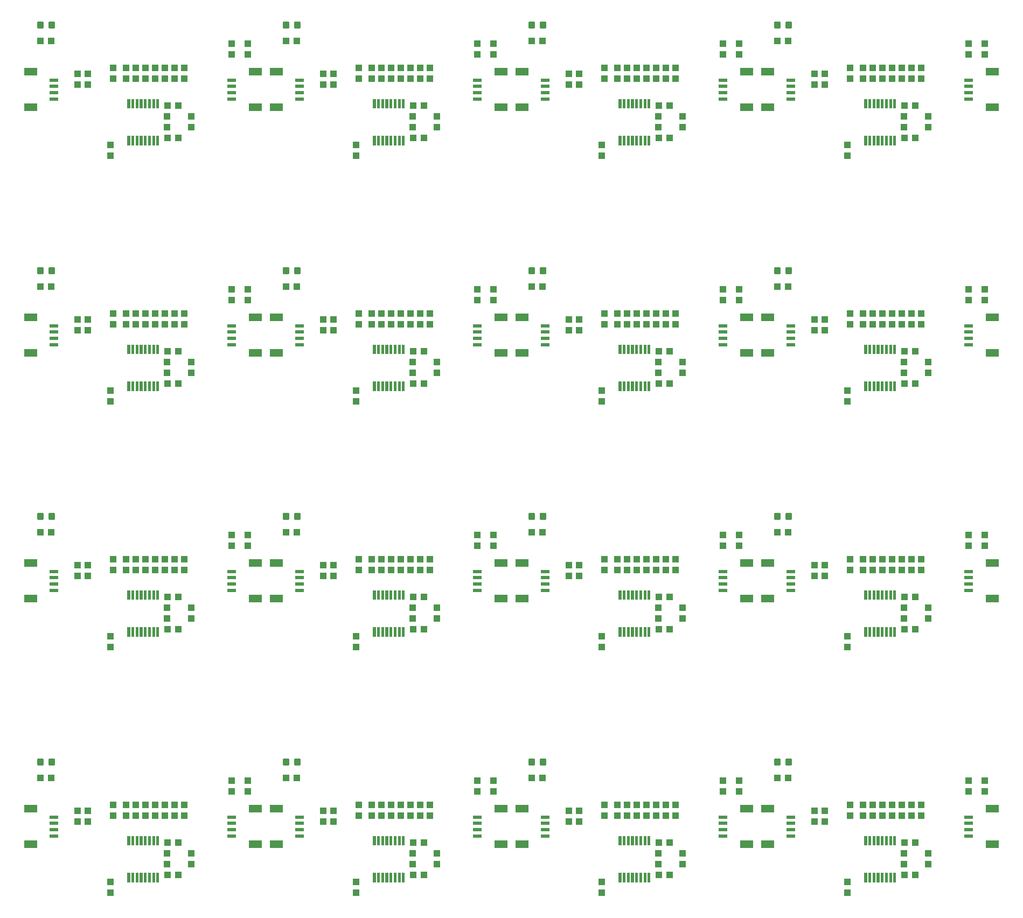
<source format=gtp>
G04 EAGLE Gerber RS-274X export*
G75*
%MOMM*%
%FSLAX34Y34*%
%LPD*%
%INSolderpaste Top*%
%IPPOS*%
%AMOC8*
5,1,8,0,0,1.08239X$1,22.5*%
G01*
%ADD10R,2.000000X1.200000*%
%ADD11R,1.350000X0.600000*%
%ADD12R,1.000000X1.100000*%
%ADD13R,1.100000X1.000000*%
%ADD14C,0.300000*%
%ADD15C,0.090000*%


D10*
X14050Y218500D03*
X14050Y162500D03*
D11*
X50800Y205500D03*
X50800Y195500D03*
X50800Y185500D03*
X50800Y175500D03*
D12*
X179070Y207400D03*
X179070Y224400D03*
D10*
X366950Y162500D03*
X366950Y218500D03*
D11*
X330200Y175500D03*
X330200Y185500D03*
X330200Y195500D03*
X330200Y205500D03*
D12*
X355600Y245500D03*
X355600Y262500D03*
X330200Y245500D03*
X330200Y262500D03*
X139700Y103750D03*
X139700Y86750D03*
D13*
X46600Y266700D03*
X29600Y266700D03*
D14*
X32830Y288600D02*
X32830Y295600D01*
X32830Y288600D02*
X25830Y288600D01*
X25830Y295600D01*
X32830Y295600D01*
X32830Y291450D02*
X25830Y291450D01*
X25830Y294300D02*
X32830Y294300D01*
X50370Y295600D02*
X50370Y288600D01*
X43370Y288600D01*
X43370Y295600D01*
X50370Y295600D01*
X50370Y291450D02*
X43370Y291450D01*
X43370Y294300D02*
X50370Y294300D01*
D15*
X169550Y117750D02*
X169550Y103650D01*
X165950Y103650D01*
X165950Y117750D01*
X169550Y117750D01*
X169550Y104505D02*
X165950Y104505D01*
X165950Y105360D02*
X169550Y105360D01*
X169550Y106215D02*
X165950Y106215D01*
X165950Y107070D02*
X169550Y107070D01*
X169550Y107925D02*
X165950Y107925D01*
X165950Y108780D02*
X169550Y108780D01*
X169550Y109635D02*
X165950Y109635D01*
X165950Y110490D02*
X169550Y110490D01*
X169550Y111345D02*
X165950Y111345D01*
X165950Y112200D02*
X169550Y112200D01*
X169550Y113055D02*
X165950Y113055D01*
X165950Y113910D02*
X169550Y113910D01*
X169550Y114765D02*
X165950Y114765D01*
X165950Y115620D02*
X169550Y115620D01*
X169550Y116475D02*
X165950Y116475D01*
X165950Y117330D02*
X169550Y117330D01*
X176050Y117750D02*
X176050Y103650D01*
X172450Y103650D01*
X172450Y117750D01*
X176050Y117750D01*
X176050Y104505D02*
X172450Y104505D01*
X172450Y105360D02*
X176050Y105360D01*
X176050Y106215D02*
X172450Y106215D01*
X172450Y107070D02*
X176050Y107070D01*
X176050Y107925D02*
X172450Y107925D01*
X172450Y108780D02*
X176050Y108780D01*
X176050Y109635D02*
X172450Y109635D01*
X172450Y110490D02*
X176050Y110490D01*
X176050Y111345D02*
X172450Y111345D01*
X172450Y112200D02*
X176050Y112200D01*
X176050Y113055D02*
X172450Y113055D01*
X172450Y113910D02*
X176050Y113910D01*
X176050Y114765D02*
X172450Y114765D01*
X172450Y115620D02*
X176050Y115620D01*
X176050Y116475D02*
X172450Y116475D01*
X172450Y117330D02*
X176050Y117330D01*
X182550Y117750D02*
X182550Y103650D01*
X178950Y103650D01*
X178950Y117750D01*
X182550Y117750D01*
X182550Y104505D02*
X178950Y104505D01*
X178950Y105360D02*
X182550Y105360D01*
X182550Y106215D02*
X178950Y106215D01*
X178950Y107070D02*
X182550Y107070D01*
X182550Y107925D02*
X178950Y107925D01*
X178950Y108780D02*
X182550Y108780D01*
X182550Y109635D02*
X178950Y109635D01*
X178950Y110490D02*
X182550Y110490D01*
X182550Y111345D02*
X178950Y111345D01*
X178950Y112200D02*
X182550Y112200D01*
X182550Y113055D02*
X178950Y113055D01*
X178950Y113910D02*
X182550Y113910D01*
X182550Y114765D02*
X178950Y114765D01*
X178950Y115620D02*
X182550Y115620D01*
X182550Y116475D02*
X178950Y116475D01*
X178950Y117330D02*
X182550Y117330D01*
X189050Y117750D02*
X189050Y103650D01*
X185450Y103650D01*
X185450Y117750D01*
X189050Y117750D01*
X189050Y104505D02*
X185450Y104505D01*
X185450Y105360D02*
X189050Y105360D01*
X189050Y106215D02*
X185450Y106215D01*
X185450Y107070D02*
X189050Y107070D01*
X189050Y107925D02*
X185450Y107925D01*
X185450Y108780D02*
X189050Y108780D01*
X189050Y109635D02*
X185450Y109635D01*
X185450Y110490D02*
X189050Y110490D01*
X189050Y111345D02*
X185450Y111345D01*
X185450Y112200D02*
X189050Y112200D01*
X189050Y113055D02*
X185450Y113055D01*
X185450Y113910D02*
X189050Y113910D01*
X189050Y114765D02*
X185450Y114765D01*
X185450Y115620D02*
X189050Y115620D01*
X189050Y116475D02*
X185450Y116475D01*
X185450Y117330D02*
X189050Y117330D01*
X195550Y117750D02*
X195550Y103650D01*
X191950Y103650D01*
X191950Y117750D01*
X195550Y117750D01*
X195550Y104505D02*
X191950Y104505D01*
X191950Y105360D02*
X195550Y105360D01*
X195550Y106215D02*
X191950Y106215D01*
X191950Y107070D02*
X195550Y107070D01*
X195550Y107925D02*
X191950Y107925D01*
X191950Y108780D02*
X195550Y108780D01*
X195550Y109635D02*
X191950Y109635D01*
X191950Y110490D02*
X195550Y110490D01*
X195550Y111345D02*
X191950Y111345D01*
X191950Y112200D02*
X195550Y112200D01*
X195550Y113055D02*
X191950Y113055D01*
X191950Y113910D02*
X195550Y113910D01*
X195550Y114765D02*
X191950Y114765D01*
X191950Y115620D02*
X195550Y115620D01*
X195550Y116475D02*
X191950Y116475D01*
X191950Y117330D02*
X195550Y117330D01*
X202050Y117750D02*
X202050Y103650D01*
X198450Y103650D01*
X198450Y117750D01*
X202050Y117750D01*
X202050Y104505D02*
X198450Y104505D01*
X198450Y105360D02*
X202050Y105360D01*
X202050Y106215D02*
X198450Y106215D01*
X198450Y107070D02*
X202050Y107070D01*
X202050Y107925D02*
X198450Y107925D01*
X198450Y108780D02*
X202050Y108780D01*
X202050Y109635D02*
X198450Y109635D01*
X198450Y110490D02*
X202050Y110490D01*
X202050Y111345D02*
X198450Y111345D01*
X198450Y112200D02*
X202050Y112200D01*
X202050Y113055D02*
X198450Y113055D01*
X198450Y113910D02*
X202050Y113910D01*
X202050Y114765D02*
X198450Y114765D01*
X198450Y115620D02*
X202050Y115620D01*
X202050Y116475D02*
X198450Y116475D01*
X198450Y117330D02*
X202050Y117330D01*
X208550Y117750D02*
X208550Y103650D01*
X204950Y103650D01*
X204950Y117750D01*
X208550Y117750D01*
X208550Y104505D02*
X204950Y104505D01*
X204950Y105360D02*
X208550Y105360D01*
X208550Y106215D02*
X204950Y106215D01*
X204950Y107070D02*
X208550Y107070D01*
X208550Y107925D02*
X204950Y107925D01*
X204950Y108780D02*
X208550Y108780D01*
X208550Y109635D02*
X204950Y109635D01*
X204950Y110490D02*
X208550Y110490D01*
X208550Y111345D02*
X204950Y111345D01*
X204950Y112200D02*
X208550Y112200D01*
X208550Y113055D02*
X204950Y113055D01*
X204950Y113910D02*
X208550Y113910D01*
X208550Y114765D02*
X204950Y114765D01*
X204950Y115620D02*
X208550Y115620D01*
X208550Y116475D02*
X204950Y116475D01*
X204950Y117330D02*
X208550Y117330D01*
X215050Y117750D02*
X215050Y103650D01*
X211450Y103650D01*
X211450Y117750D01*
X215050Y117750D01*
X215050Y104505D02*
X211450Y104505D01*
X211450Y105360D02*
X215050Y105360D01*
X215050Y106215D02*
X211450Y106215D01*
X211450Y107070D02*
X215050Y107070D01*
X215050Y107925D02*
X211450Y107925D01*
X211450Y108780D02*
X215050Y108780D01*
X215050Y109635D02*
X211450Y109635D01*
X211450Y110490D02*
X215050Y110490D01*
X215050Y111345D02*
X211450Y111345D01*
X211450Y112200D02*
X215050Y112200D01*
X215050Y113055D02*
X211450Y113055D01*
X211450Y113910D02*
X215050Y113910D01*
X215050Y114765D02*
X211450Y114765D01*
X211450Y115620D02*
X215050Y115620D01*
X215050Y116475D02*
X211450Y116475D01*
X211450Y117330D02*
X215050Y117330D01*
X215050Y161650D02*
X215050Y175750D01*
X215050Y161650D02*
X211450Y161650D01*
X211450Y175750D01*
X215050Y175750D01*
X215050Y162505D02*
X211450Y162505D01*
X211450Y163360D02*
X215050Y163360D01*
X215050Y164215D02*
X211450Y164215D01*
X211450Y165070D02*
X215050Y165070D01*
X215050Y165925D02*
X211450Y165925D01*
X211450Y166780D02*
X215050Y166780D01*
X215050Y167635D02*
X211450Y167635D01*
X211450Y168490D02*
X215050Y168490D01*
X215050Y169345D02*
X211450Y169345D01*
X211450Y170200D02*
X215050Y170200D01*
X215050Y171055D02*
X211450Y171055D01*
X211450Y171910D02*
X215050Y171910D01*
X215050Y172765D02*
X211450Y172765D01*
X211450Y173620D02*
X215050Y173620D01*
X215050Y174475D02*
X211450Y174475D01*
X211450Y175330D02*
X215050Y175330D01*
X208550Y175750D02*
X208550Y161650D01*
X204950Y161650D01*
X204950Y175750D01*
X208550Y175750D01*
X208550Y162505D02*
X204950Y162505D01*
X204950Y163360D02*
X208550Y163360D01*
X208550Y164215D02*
X204950Y164215D01*
X204950Y165070D02*
X208550Y165070D01*
X208550Y165925D02*
X204950Y165925D01*
X204950Y166780D02*
X208550Y166780D01*
X208550Y167635D02*
X204950Y167635D01*
X204950Y168490D02*
X208550Y168490D01*
X208550Y169345D02*
X204950Y169345D01*
X204950Y170200D02*
X208550Y170200D01*
X208550Y171055D02*
X204950Y171055D01*
X204950Y171910D02*
X208550Y171910D01*
X208550Y172765D02*
X204950Y172765D01*
X204950Y173620D02*
X208550Y173620D01*
X208550Y174475D02*
X204950Y174475D01*
X204950Y175330D02*
X208550Y175330D01*
X202050Y175750D02*
X202050Y161650D01*
X198450Y161650D01*
X198450Y175750D01*
X202050Y175750D01*
X202050Y162505D02*
X198450Y162505D01*
X198450Y163360D02*
X202050Y163360D01*
X202050Y164215D02*
X198450Y164215D01*
X198450Y165070D02*
X202050Y165070D01*
X202050Y165925D02*
X198450Y165925D01*
X198450Y166780D02*
X202050Y166780D01*
X202050Y167635D02*
X198450Y167635D01*
X198450Y168490D02*
X202050Y168490D01*
X202050Y169345D02*
X198450Y169345D01*
X198450Y170200D02*
X202050Y170200D01*
X202050Y171055D02*
X198450Y171055D01*
X198450Y171910D02*
X202050Y171910D01*
X202050Y172765D02*
X198450Y172765D01*
X198450Y173620D02*
X202050Y173620D01*
X202050Y174475D02*
X198450Y174475D01*
X198450Y175330D02*
X202050Y175330D01*
X195550Y175750D02*
X195550Y161650D01*
X191950Y161650D01*
X191950Y175750D01*
X195550Y175750D01*
X195550Y162505D02*
X191950Y162505D01*
X191950Y163360D02*
X195550Y163360D01*
X195550Y164215D02*
X191950Y164215D01*
X191950Y165070D02*
X195550Y165070D01*
X195550Y165925D02*
X191950Y165925D01*
X191950Y166780D02*
X195550Y166780D01*
X195550Y167635D02*
X191950Y167635D01*
X191950Y168490D02*
X195550Y168490D01*
X195550Y169345D02*
X191950Y169345D01*
X191950Y170200D02*
X195550Y170200D01*
X195550Y171055D02*
X191950Y171055D01*
X191950Y171910D02*
X195550Y171910D01*
X195550Y172765D02*
X191950Y172765D01*
X191950Y173620D02*
X195550Y173620D01*
X195550Y174475D02*
X191950Y174475D01*
X191950Y175330D02*
X195550Y175330D01*
X189050Y175750D02*
X189050Y161650D01*
X185450Y161650D01*
X185450Y175750D01*
X189050Y175750D01*
X189050Y162505D02*
X185450Y162505D01*
X185450Y163360D02*
X189050Y163360D01*
X189050Y164215D02*
X185450Y164215D01*
X185450Y165070D02*
X189050Y165070D01*
X189050Y165925D02*
X185450Y165925D01*
X185450Y166780D02*
X189050Y166780D01*
X189050Y167635D02*
X185450Y167635D01*
X185450Y168490D02*
X189050Y168490D01*
X189050Y169345D02*
X185450Y169345D01*
X185450Y170200D02*
X189050Y170200D01*
X189050Y171055D02*
X185450Y171055D01*
X185450Y171910D02*
X189050Y171910D01*
X189050Y172765D02*
X185450Y172765D01*
X185450Y173620D02*
X189050Y173620D01*
X189050Y174475D02*
X185450Y174475D01*
X185450Y175330D02*
X189050Y175330D01*
X182550Y175750D02*
X182550Y161650D01*
X178950Y161650D01*
X178950Y175750D01*
X182550Y175750D01*
X182550Y162505D02*
X178950Y162505D01*
X178950Y163360D02*
X182550Y163360D01*
X182550Y164215D02*
X178950Y164215D01*
X178950Y165070D02*
X182550Y165070D01*
X182550Y165925D02*
X178950Y165925D01*
X178950Y166780D02*
X182550Y166780D01*
X182550Y167635D02*
X178950Y167635D01*
X178950Y168490D02*
X182550Y168490D01*
X182550Y169345D02*
X178950Y169345D01*
X178950Y170200D02*
X182550Y170200D01*
X182550Y171055D02*
X178950Y171055D01*
X178950Y171910D02*
X182550Y171910D01*
X182550Y172765D02*
X178950Y172765D01*
X178950Y173620D02*
X182550Y173620D01*
X182550Y174475D02*
X178950Y174475D01*
X178950Y175330D02*
X182550Y175330D01*
X176050Y175750D02*
X176050Y161650D01*
X172450Y161650D01*
X172450Y175750D01*
X176050Y175750D01*
X176050Y162505D02*
X172450Y162505D01*
X172450Y163360D02*
X176050Y163360D01*
X176050Y164215D02*
X172450Y164215D01*
X172450Y165070D02*
X176050Y165070D01*
X176050Y165925D02*
X172450Y165925D01*
X172450Y166780D02*
X176050Y166780D01*
X176050Y167635D02*
X172450Y167635D01*
X172450Y168490D02*
X176050Y168490D01*
X176050Y169345D02*
X172450Y169345D01*
X172450Y170200D02*
X176050Y170200D01*
X176050Y171055D02*
X172450Y171055D01*
X172450Y171910D02*
X176050Y171910D01*
X176050Y172765D02*
X172450Y172765D01*
X172450Y173620D02*
X176050Y173620D01*
X176050Y174475D02*
X172450Y174475D01*
X172450Y175330D02*
X176050Y175330D01*
X169550Y175750D02*
X169550Y161650D01*
X165950Y161650D01*
X165950Y175750D01*
X169550Y175750D01*
X169550Y162505D02*
X165950Y162505D01*
X165950Y163360D02*
X169550Y163360D01*
X169550Y164215D02*
X165950Y164215D01*
X165950Y165070D02*
X169550Y165070D01*
X169550Y165925D02*
X165950Y165925D01*
X165950Y166780D02*
X169550Y166780D01*
X169550Y167635D02*
X165950Y167635D01*
X165950Y168490D02*
X169550Y168490D01*
X169550Y169345D02*
X165950Y169345D01*
X165950Y170200D02*
X169550Y170200D01*
X169550Y171055D02*
X165950Y171055D01*
X165950Y171910D02*
X169550Y171910D01*
X169550Y172765D02*
X165950Y172765D01*
X165950Y173620D02*
X169550Y173620D01*
X169550Y174475D02*
X165950Y174475D01*
X165950Y175330D02*
X169550Y175330D01*
D12*
X87630Y198510D03*
X87630Y215510D03*
X163830Y224400D03*
X163830Y207400D03*
X143510Y207400D03*
X143510Y224400D03*
X240030Y224400D03*
X240030Y207400D03*
X209550Y224400D03*
X209550Y207400D03*
D13*
X245990Y165100D03*
X228990Y165100D03*
D12*
X266700Y131200D03*
X266700Y148200D03*
X224790Y207400D03*
X224790Y224400D03*
X255270Y207400D03*
X255270Y224400D03*
X194310Y224400D03*
X194310Y207400D03*
X228600Y148200D03*
X228600Y131200D03*
D13*
X245990Y114300D03*
X228990Y114300D03*
D12*
X104140Y198510D03*
X104140Y215510D03*
D10*
X400130Y218500D03*
X400130Y162500D03*
D11*
X436880Y205500D03*
X436880Y195500D03*
X436880Y185500D03*
X436880Y175500D03*
D12*
X565150Y207400D03*
X565150Y224400D03*
D10*
X753030Y162500D03*
X753030Y218500D03*
D11*
X716280Y175500D03*
X716280Y185500D03*
X716280Y195500D03*
X716280Y205500D03*
D12*
X741680Y245500D03*
X741680Y262500D03*
X716280Y245500D03*
X716280Y262500D03*
X525780Y103750D03*
X525780Y86750D03*
D13*
X432680Y266700D03*
X415680Y266700D03*
D14*
X418910Y288600D02*
X418910Y295600D01*
X418910Y288600D02*
X411910Y288600D01*
X411910Y295600D01*
X418910Y295600D01*
X418910Y291450D02*
X411910Y291450D01*
X411910Y294300D02*
X418910Y294300D01*
X436450Y295600D02*
X436450Y288600D01*
X429450Y288600D01*
X429450Y295600D01*
X436450Y295600D01*
X436450Y291450D02*
X429450Y291450D01*
X429450Y294300D02*
X436450Y294300D01*
D15*
X555630Y117750D02*
X555630Y103650D01*
X552030Y103650D01*
X552030Y117750D01*
X555630Y117750D01*
X555630Y104505D02*
X552030Y104505D01*
X552030Y105360D02*
X555630Y105360D01*
X555630Y106215D02*
X552030Y106215D01*
X552030Y107070D02*
X555630Y107070D01*
X555630Y107925D02*
X552030Y107925D01*
X552030Y108780D02*
X555630Y108780D01*
X555630Y109635D02*
X552030Y109635D01*
X552030Y110490D02*
X555630Y110490D01*
X555630Y111345D02*
X552030Y111345D01*
X552030Y112200D02*
X555630Y112200D01*
X555630Y113055D02*
X552030Y113055D01*
X552030Y113910D02*
X555630Y113910D01*
X555630Y114765D02*
X552030Y114765D01*
X552030Y115620D02*
X555630Y115620D01*
X555630Y116475D02*
X552030Y116475D01*
X552030Y117330D02*
X555630Y117330D01*
X562130Y117750D02*
X562130Y103650D01*
X558530Y103650D01*
X558530Y117750D01*
X562130Y117750D01*
X562130Y104505D02*
X558530Y104505D01*
X558530Y105360D02*
X562130Y105360D01*
X562130Y106215D02*
X558530Y106215D01*
X558530Y107070D02*
X562130Y107070D01*
X562130Y107925D02*
X558530Y107925D01*
X558530Y108780D02*
X562130Y108780D01*
X562130Y109635D02*
X558530Y109635D01*
X558530Y110490D02*
X562130Y110490D01*
X562130Y111345D02*
X558530Y111345D01*
X558530Y112200D02*
X562130Y112200D01*
X562130Y113055D02*
X558530Y113055D01*
X558530Y113910D02*
X562130Y113910D01*
X562130Y114765D02*
X558530Y114765D01*
X558530Y115620D02*
X562130Y115620D01*
X562130Y116475D02*
X558530Y116475D01*
X558530Y117330D02*
X562130Y117330D01*
X568630Y117750D02*
X568630Y103650D01*
X565030Y103650D01*
X565030Y117750D01*
X568630Y117750D01*
X568630Y104505D02*
X565030Y104505D01*
X565030Y105360D02*
X568630Y105360D01*
X568630Y106215D02*
X565030Y106215D01*
X565030Y107070D02*
X568630Y107070D01*
X568630Y107925D02*
X565030Y107925D01*
X565030Y108780D02*
X568630Y108780D01*
X568630Y109635D02*
X565030Y109635D01*
X565030Y110490D02*
X568630Y110490D01*
X568630Y111345D02*
X565030Y111345D01*
X565030Y112200D02*
X568630Y112200D01*
X568630Y113055D02*
X565030Y113055D01*
X565030Y113910D02*
X568630Y113910D01*
X568630Y114765D02*
X565030Y114765D01*
X565030Y115620D02*
X568630Y115620D01*
X568630Y116475D02*
X565030Y116475D01*
X565030Y117330D02*
X568630Y117330D01*
X575130Y117750D02*
X575130Y103650D01*
X571530Y103650D01*
X571530Y117750D01*
X575130Y117750D01*
X575130Y104505D02*
X571530Y104505D01*
X571530Y105360D02*
X575130Y105360D01*
X575130Y106215D02*
X571530Y106215D01*
X571530Y107070D02*
X575130Y107070D01*
X575130Y107925D02*
X571530Y107925D01*
X571530Y108780D02*
X575130Y108780D01*
X575130Y109635D02*
X571530Y109635D01*
X571530Y110490D02*
X575130Y110490D01*
X575130Y111345D02*
X571530Y111345D01*
X571530Y112200D02*
X575130Y112200D01*
X575130Y113055D02*
X571530Y113055D01*
X571530Y113910D02*
X575130Y113910D01*
X575130Y114765D02*
X571530Y114765D01*
X571530Y115620D02*
X575130Y115620D01*
X575130Y116475D02*
X571530Y116475D01*
X571530Y117330D02*
X575130Y117330D01*
X581630Y117750D02*
X581630Y103650D01*
X578030Y103650D01*
X578030Y117750D01*
X581630Y117750D01*
X581630Y104505D02*
X578030Y104505D01*
X578030Y105360D02*
X581630Y105360D01*
X581630Y106215D02*
X578030Y106215D01*
X578030Y107070D02*
X581630Y107070D01*
X581630Y107925D02*
X578030Y107925D01*
X578030Y108780D02*
X581630Y108780D01*
X581630Y109635D02*
X578030Y109635D01*
X578030Y110490D02*
X581630Y110490D01*
X581630Y111345D02*
X578030Y111345D01*
X578030Y112200D02*
X581630Y112200D01*
X581630Y113055D02*
X578030Y113055D01*
X578030Y113910D02*
X581630Y113910D01*
X581630Y114765D02*
X578030Y114765D01*
X578030Y115620D02*
X581630Y115620D01*
X581630Y116475D02*
X578030Y116475D01*
X578030Y117330D02*
X581630Y117330D01*
X588130Y117750D02*
X588130Y103650D01*
X584530Y103650D01*
X584530Y117750D01*
X588130Y117750D01*
X588130Y104505D02*
X584530Y104505D01*
X584530Y105360D02*
X588130Y105360D01*
X588130Y106215D02*
X584530Y106215D01*
X584530Y107070D02*
X588130Y107070D01*
X588130Y107925D02*
X584530Y107925D01*
X584530Y108780D02*
X588130Y108780D01*
X588130Y109635D02*
X584530Y109635D01*
X584530Y110490D02*
X588130Y110490D01*
X588130Y111345D02*
X584530Y111345D01*
X584530Y112200D02*
X588130Y112200D01*
X588130Y113055D02*
X584530Y113055D01*
X584530Y113910D02*
X588130Y113910D01*
X588130Y114765D02*
X584530Y114765D01*
X584530Y115620D02*
X588130Y115620D01*
X588130Y116475D02*
X584530Y116475D01*
X584530Y117330D02*
X588130Y117330D01*
X594630Y117750D02*
X594630Y103650D01*
X591030Y103650D01*
X591030Y117750D01*
X594630Y117750D01*
X594630Y104505D02*
X591030Y104505D01*
X591030Y105360D02*
X594630Y105360D01*
X594630Y106215D02*
X591030Y106215D01*
X591030Y107070D02*
X594630Y107070D01*
X594630Y107925D02*
X591030Y107925D01*
X591030Y108780D02*
X594630Y108780D01*
X594630Y109635D02*
X591030Y109635D01*
X591030Y110490D02*
X594630Y110490D01*
X594630Y111345D02*
X591030Y111345D01*
X591030Y112200D02*
X594630Y112200D01*
X594630Y113055D02*
X591030Y113055D01*
X591030Y113910D02*
X594630Y113910D01*
X594630Y114765D02*
X591030Y114765D01*
X591030Y115620D02*
X594630Y115620D01*
X594630Y116475D02*
X591030Y116475D01*
X591030Y117330D02*
X594630Y117330D01*
X601130Y117750D02*
X601130Y103650D01*
X597530Y103650D01*
X597530Y117750D01*
X601130Y117750D01*
X601130Y104505D02*
X597530Y104505D01*
X597530Y105360D02*
X601130Y105360D01*
X601130Y106215D02*
X597530Y106215D01*
X597530Y107070D02*
X601130Y107070D01*
X601130Y107925D02*
X597530Y107925D01*
X597530Y108780D02*
X601130Y108780D01*
X601130Y109635D02*
X597530Y109635D01*
X597530Y110490D02*
X601130Y110490D01*
X601130Y111345D02*
X597530Y111345D01*
X597530Y112200D02*
X601130Y112200D01*
X601130Y113055D02*
X597530Y113055D01*
X597530Y113910D02*
X601130Y113910D01*
X601130Y114765D02*
X597530Y114765D01*
X597530Y115620D02*
X601130Y115620D01*
X601130Y116475D02*
X597530Y116475D01*
X597530Y117330D02*
X601130Y117330D01*
X601130Y161650D02*
X601130Y175750D01*
X601130Y161650D02*
X597530Y161650D01*
X597530Y175750D01*
X601130Y175750D01*
X601130Y162505D02*
X597530Y162505D01*
X597530Y163360D02*
X601130Y163360D01*
X601130Y164215D02*
X597530Y164215D01*
X597530Y165070D02*
X601130Y165070D01*
X601130Y165925D02*
X597530Y165925D01*
X597530Y166780D02*
X601130Y166780D01*
X601130Y167635D02*
X597530Y167635D01*
X597530Y168490D02*
X601130Y168490D01*
X601130Y169345D02*
X597530Y169345D01*
X597530Y170200D02*
X601130Y170200D01*
X601130Y171055D02*
X597530Y171055D01*
X597530Y171910D02*
X601130Y171910D01*
X601130Y172765D02*
X597530Y172765D01*
X597530Y173620D02*
X601130Y173620D01*
X601130Y174475D02*
X597530Y174475D01*
X597530Y175330D02*
X601130Y175330D01*
X594630Y175750D02*
X594630Y161650D01*
X591030Y161650D01*
X591030Y175750D01*
X594630Y175750D01*
X594630Y162505D02*
X591030Y162505D01*
X591030Y163360D02*
X594630Y163360D01*
X594630Y164215D02*
X591030Y164215D01*
X591030Y165070D02*
X594630Y165070D01*
X594630Y165925D02*
X591030Y165925D01*
X591030Y166780D02*
X594630Y166780D01*
X594630Y167635D02*
X591030Y167635D01*
X591030Y168490D02*
X594630Y168490D01*
X594630Y169345D02*
X591030Y169345D01*
X591030Y170200D02*
X594630Y170200D01*
X594630Y171055D02*
X591030Y171055D01*
X591030Y171910D02*
X594630Y171910D01*
X594630Y172765D02*
X591030Y172765D01*
X591030Y173620D02*
X594630Y173620D01*
X594630Y174475D02*
X591030Y174475D01*
X591030Y175330D02*
X594630Y175330D01*
X588130Y175750D02*
X588130Y161650D01*
X584530Y161650D01*
X584530Y175750D01*
X588130Y175750D01*
X588130Y162505D02*
X584530Y162505D01*
X584530Y163360D02*
X588130Y163360D01*
X588130Y164215D02*
X584530Y164215D01*
X584530Y165070D02*
X588130Y165070D01*
X588130Y165925D02*
X584530Y165925D01*
X584530Y166780D02*
X588130Y166780D01*
X588130Y167635D02*
X584530Y167635D01*
X584530Y168490D02*
X588130Y168490D01*
X588130Y169345D02*
X584530Y169345D01*
X584530Y170200D02*
X588130Y170200D01*
X588130Y171055D02*
X584530Y171055D01*
X584530Y171910D02*
X588130Y171910D01*
X588130Y172765D02*
X584530Y172765D01*
X584530Y173620D02*
X588130Y173620D01*
X588130Y174475D02*
X584530Y174475D01*
X584530Y175330D02*
X588130Y175330D01*
X581630Y175750D02*
X581630Y161650D01*
X578030Y161650D01*
X578030Y175750D01*
X581630Y175750D01*
X581630Y162505D02*
X578030Y162505D01*
X578030Y163360D02*
X581630Y163360D01*
X581630Y164215D02*
X578030Y164215D01*
X578030Y165070D02*
X581630Y165070D01*
X581630Y165925D02*
X578030Y165925D01*
X578030Y166780D02*
X581630Y166780D01*
X581630Y167635D02*
X578030Y167635D01*
X578030Y168490D02*
X581630Y168490D01*
X581630Y169345D02*
X578030Y169345D01*
X578030Y170200D02*
X581630Y170200D01*
X581630Y171055D02*
X578030Y171055D01*
X578030Y171910D02*
X581630Y171910D01*
X581630Y172765D02*
X578030Y172765D01*
X578030Y173620D02*
X581630Y173620D01*
X581630Y174475D02*
X578030Y174475D01*
X578030Y175330D02*
X581630Y175330D01*
X575130Y175750D02*
X575130Y161650D01*
X571530Y161650D01*
X571530Y175750D01*
X575130Y175750D01*
X575130Y162505D02*
X571530Y162505D01*
X571530Y163360D02*
X575130Y163360D01*
X575130Y164215D02*
X571530Y164215D01*
X571530Y165070D02*
X575130Y165070D01*
X575130Y165925D02*
X571530Y165925D01*
X571530Y166780D02*
X575130Y166780D01*
X575130Y167635D02*
X571530Y167635D01*
X571530Y168490D02*
X575130Y168490D01*
X575130Y169345D02*
X571530Y169345D01*
X571530Y170200D02*
X575130Y170200D01*
X575130Y171055D02*
X571530Y171055D01*
X571530Y171910D02*
X575130Y171910D01*
X575130Y172765D02*
X571530Y172765D01*
X571530Y173620D02*
X575130Y173620D01*
X575130Y174475D02*
X571530Y174475D01*
X571530Y175330D02*
X575130Y175330D01*
X568630Y175750D02*
X568630Y161650D01*
X565030Y161650D01*
X565030Y175750D01*
X568630Y175750D01*
X568630Y162505D02*
X565030Y162505D01*
X565030Y163360D02*
X568630Y163360D01*
X568630Y164215D02*
X565030Y164215D01*
X565030Y165070D02*
X568630Y165070D01*
X568630Y165925D02*
X565030Y165925D01*
X565030Y166780D02*
X568630Y166780D01*
X568630Y167635D02*
X565030Y167635D01*
X565030Y168490D02*
X568630Y168490D01*
X568630Y169345D02*
X565030Y169345D01*
X565030Y170200D02*
X568630Y170200D01*
X568630Y171055D02*
X565030Y171055D01*
X565030Y171910D02*
X568630Y171910D01*
X568630Y172765D02*
X565030Y172765D01*
X565030Y173620D02*
X568630Y173620D01*
X568630Y174475D02*
X565030Y174475D01*
X565030Y175330D02*
X568630Y175330D01*
X562130Y175750D02*
X562130Y161650D01*
X558530Y161650D01*
X558530Y175750D01*
X562130Y175750D01*
X562130Y162505D02*
X558530Y162505D01*
X558530Y163360D02*
X562130Y163360D01*
X562130Y164215D02*
X558530Y164215D01*
X558530Y165070D02*
X562130Y165070D01*
X562130Y165925D02*
X558530Y165925D01*
X558530Y166780D02*
X562130Y166780D01*
X562130Y167635D02*
X558530Y167635D01*
X558530Y168490D02*
X562130Y168490D01*
X562130Y169345D02*
X558530Y169345D01*
X558530Y170200D02*
X562130Y170200D01*
X562130Y171055D02*
X558530Y171055D01*
X558530Y171910D02*
X562130Y171910D01*
X562130Y172765D02*
X558530Y172765D01*
X558530Y173620D02*
X562130Y173620D01*
X562130Y174475D02*
X558530Y174475D01*
X558530Y175330D02*
X562130Y175330D01*
X555630Y175750D02*
X555630Y161650D01*
X552030Y161650D01*
X552030Y175750D01*
X555630Y175750D01*
X555630Y162505D02*
X552030Y162505D01*
X552030Y163360D02*
X555630Y163360D01*
X555630Y164215D02*
X552030Y164215D01*
X552030Y165070D02*
X555630Y165070D01*
X555630Y165925D02*
X552030Y165925D01*
X552030Y166780D02*
X555630Y166780D01*
X555630Y167635D02*
X552030Y167635D01*
X552030Y168490D02*
X555630Y168490D01*
X555630Y169345D02*
X552030Y169345D01*
X552030Y170200D02*
X555630Y170200D01*
X555630Y171055D02*
X552030Y171055D01*
X552030Y171910D02*
X555630Y171910D01*
X555630Y172765D02*
X552030Y172765D01*
X552030Y173620D02*
X555630Y173620D01*
X555630Y174475D02*
X552030Y174475D01*
X552030Y175330D02*
X555630Y175330D01*
D12*
X473710Y198510D03*
X473710Y215510D03*
X549910Y224400D03*
X549910Y207400D03*
X529590Y207400D03*
X529590Y224400D03*
X626110Y224400D03*
X626110Y207400D03*
X595630Y224400D03*
X595630Y207400D03*
D13*
X632070Y165100D03*
X615070Y165100D03*
D12*
X652780Y131200D03*
X652780Y148200D03*
X610870Y207400D03*
X610870Y224400D03*
X641350Y207400D03*
X641350Y224400D03*
X580390Y224400D03*
X580390Y207400D03*
X614680Y148200D03*
X614680Y131200D03*
D13*
X632070Y114300D03*
X615070Y114300D03*
D12*
X490220Y198510D03*
X490220Y215510D03*
D10*
X786210Y218500D03*
X786210Y162500D03*
D11*
X822960Y205500D03*
X822960Y195500D03*
X822960Y185500D03*
X822960Y175500D03*
D12*
X951230Y207400D03*
X951230Y224400D03*
D10*
X1139110Y162500D03*
X1139110Y218500D03*
D11*
X1102360Y175500D03*
X1102360Y185500D03*
X1102360Y195500D03*
X1102360Y205500D03*
D12*
X1127760Y245500D03*
X1127760Y262500D03*
X1102360Y245500D03*
X1102360Y262500D03*
X911860Y103750D03*
X911860Y86750D03*
D13*
X818760Y266700D03*
X801760Y266700D03*
D14*
X804990Y288600D02*
X804990Y295600D01*
X804990Y288600D02*
X797990Y288600D01*
X797990Y295600D01*
X804990Y295600D01*
X804990Y291450D02*
X797990Y291450D01*
X797990Y294300D02*
X804990Y294300D01*
X822530Y295600D02*
X822530Y288600D01*
X815530Y288600D01*
X815530Y295600D01*
X822530Y295600D01*
X822530Y291450D02*
X815530Y291450D01*
X815530Y294300D02*
X822530Y294300D01*
D15*
X941710Y117750D02*
X941710Y103650D01*
X938110Y103650D01*
X938110Y117750D01*
X941710Y117750D01*
X941710Y104505D02*
X938110Y104505D01*
X938110Y105360D02*
X941710Y105360D01*
X941710Y106215D02*
X938110Y106215D01*
X938110Y107070D02*
X941710Y107070D01*
X941710Y107925D02*
X938110Y107925D01*
X938110Y108780D02*
X941710Y108780D01*
X941710Y109635D02*
X938110Y109635D01*
X938110Y110490D02*
X941710Y110490D01*
X941710Y111345D02*
X938110Y111345D01*
X938110Y112200D02*
X941710Y112200D01*
X941710Y113055D02*
X938110Y113055D01*
X938110Y113910D02*
X941710Y113910D01*
X941710Y114765D02*
X938110Y114765D01*
X938110Y115620D02*
X941710Y115620D01*
X941710Y116475D02*
X938110Y116475D01*
X938110Y117330D02*
X941710Y117330D01*
X948210Y117750D02*
X948210Y103650D01*
X944610Y103650D01*
X944610Y117750D01*
X948210Y117750D01*
X948210Y104505D02*
X944610Y104505D01*
X944610Y105360D02*
X948210Y105360D01*
X948210Y106215D02*
X944610Y106215D01*
X944610Y107070D02*
X948210Y107070D01*
X948210Y107925D02*
X944610Y107925D01*
X944610Y108780D02*
X948210Y108780D01*
X948210Y109635D02*
X944610Y109635D01*
X944610Y110490D02*
X948210Y110490D01*
X948210Y111345D02*
X944610Y111345D01*
X944610Y112200D02*
X948210Y112200D01*
X948210Y113055D02*
X944610Y113055D01*
X944610Y113910D02*
X948210Y113910D01*
X948210Y114765D02*
X944610Y114765D01*
X944610Y115620D02*
X948210Y115620D01*
X948210Y116475D02*
X944610Y116475D01*
X944610Y117330D02*
X948210Y117330D01*
X954710Y117750D02*
X954710Y103650D01*
X951110Y103650D01*
X951110Y117750D01*
X954710Y117750D01*
X954710Y104505D02*
X951110Y104505D01*
X951110Y105360D02*
X954710Y105360D01*
X954710Y106215D02*
X951110Y106215D01*
X951110Y107070D02*
X954710Y107070D01*
X954710Y107925D02*
X951110Y107925D01*
X951110Y108780D02*
X954710Y108780D01*
X954710Y109635D02*
X951110Y109635D01*
X951110Y110490D02*
X954710Y110490D01*
X954710Y111345D02*
X951110Y111345D01*
X951110Y112200D02*
X954710Y112200D01*
X954710Y113055D02*
X951110Y113055D01*
X951110Y113910D02*
X954710Y113910D01*
X954710Y114765D02*
X951110Y114765D01*
X951110Y115620D02*
X954710Y115620D01*
X954710Y116475D02*
X951110Y116475D01*
X951110Y117330D02*
X954710Y117330D01*
X961210Y117750D02*
X961210Y103650D01*
X957610Y103650D01*
X957610Y117750D01*
X961210Y117750D01*
X961210Y104505D02*
X957610Y104505D01*
X957610Y105360D02*
X961210Y105360D01*
X961210Y106215D02*
X957610Y106215D01*
X957610Y107070D02*
X961210Y107070D01*
X961210Y107925D02*
X957610Y107925D01*
X957610Y108780D02*
X961210Y108780D01*
X961210Y109635D02*
X957610Y109635D01*
X957610Y110490D02*
X961210Y110490D01*
X961210Y111345D02*
X957610Y111345D01*
X957610Y112200D02*
X961210Y112200D01*
X961210Y113055D02*
X957610Y113055D01*
X957610Y113910D02*
X961210Y113910D01*
X961210Y114765D02*
X957610Y114765D01*
X957610Y115620D02*
X961210Y115620D01*
X961210Y116475D02*
X957610Y116475D01*
X957610Y117330D02*
X961210Y117330D01*
X967710Y117750D02*
X967710Y103650D01*
X964110Y103650D01*
X964110Y117750D01*
X967710Y117750D01*
X967710Y104505D02*
X964110Y104505D01*
X964110Y105360D02*
X967710Y105360D01*
X967710Y106215D02*
X964110Y106215D01*
X964110Y107070D02*
X967710Y107070D01*
X967710Y107925D02*
X964110Y107925D01*
X964110Y108780D02*
X967710Y108780D01*
X967710Y109635D02*
X964110Y109635D01*
X964110Y110490D02*
X967710Y110490D01*
X967710Y111345D02*
X964110Y111345D01*
X964110Y112200D02*
X967710Y112200D01*
X967710Y113055D02*
X964110Y113055D01*
X964110Y113910D02*
X967710Y113910D01*
X967710Y114765D02*
X964110Y114765D01*
X964110Y115620D02*
X967710Y115620D01*
X967710Y116475D02*
X964110Y116475D01*
X964110Y117330D02*
X967710Y117330D01*
X974210Y117750D02*
X974210Y103650D01*
X970610Y103650D01*
X970610Y117750D01*
X974210Y117750D01*
X974210Y104505D02*
X970610Y104505D01*
X970610Y105360D02*
X974210Y105360D01*
X974210Y106215D02*
X970610Y106215D01*
X970610Y107070D02*
X974210Y107070D01*
X974210Y107925D02*
X970610Y107925D01*
X970610Y108780D02*
X974210Y108780D01*
X974210Y109635D02*
X970610Y109635D01*
X970610Y110490D02*
X974210Y110490D01*
X974210Y111345D02*
X970610Y111345D01*
X970610Y112200D02*
X974210Y112200D01*
X974210Y113055D02*
X970610Y113055D01*
X970610Y113910D02*
X974210Y113910D01*
X974210Y114765D02*
X970610Y114765D01*
X970610Y115620D02*
X974210Y115620D01*
X974210Y116475D02*
X970610Y116475D01*
X970610Y117330D02*
X974210Y117330D01*
X980710Y117750D02*
X980710Y103650D01*
X977110Y103650D01*
X977110Y117750D01*
X980710Y117750D01*
X980710Y104505D02*
X977110Y104505D01*
X977110Y105360D02*
X980710Y105360D01*
X980710Y106215D02*
X977110Y106215D01*
X977110Y107070D02*
X980710Y107070D01*
X980710Y107925D02*
X977110Y107925D01*
X977110Y108780D02*
X980710Y108780D01*
X980710Y109635D02*
X977110Y109635D01*
X977110Y110490D02*
X980710Y110490D01*
X980710Y111345D02*
X977110Y111345D01*
X977110Y112200D02*
X980710Y112200D01*
X980710Y113055D02*
X977110Y113055D01*
X977110Y113910D02*
X980710Y113910D01*
X980710Y114765D02*
X977110Y114765D01*
X977110Y115620D02*
X980710Y115620D01*
X980710Y116475D02*
X977110Y116475D01*
X977110Y117330D02*
X980710Y117330D01*
X987210Y117750D02*
X987210Y103650D01*
X983610Y103650D01*
X983610Y117750D01*
X987210Y117750D01*
X987210Y104505D02*
X983610Y104505D01*
X983610Y105360D02*
X987210Y105360D01*
X987210Y106215D02*
X983610Y106215D01*
X983610Y107070D02*
X987210Y107070D01*
X987210Y107925D02*
X983610Y107925D01*
X983610Y108780D02*
X987210Y108780D01*
X987210Y109635D02*
X983610Y109635D01*
X983610Y110490D02*
X987210Y110490D01*
X987210Y111345D02*
X983610Y111345D01*
X983610Y112200D02*
X987210Y112200D01*
X987210Y113055D02*
X983610Y113055D01*
X983610Y113910D02*
X987210Y113910D01*
X987210Y114765D02*
X983610Y114765D01*
X983610Y115620D02*
X987210Y115620D01*
X987210Y116475D02*
X983610Y116475D01*
X983610Y117330D02*
X987210Y117330D01*
X987210Y161650D02*
X987210Y175750D01*
X987210Y161650D02*
X983610Y161650D01*
X983610Y175750D01*
X987210Y175750D01*
X987210Y162505D02*
X983610Y162505D01*
X983610Y163360D02*
X987210Y163360D01*
X987210Y164215D02*
X983610Y164215D01*
X983610Y165070D02*
X987210Y165070D01*
X987210Y165925D02*
X983610Y165925D01*
X983610Y166780D02*
X987210Y166780D01*
X987210Y167635D02*
X983610Y167635D01*
X983610Y168490D02*
X987210Y168490D01*
X987210Y169345D02*
X983610Y169345D01*
X983610Y170200D02*
X987210Y170200D01*
X987210Y171055D02*
X983610Y171055D01*
X983610Y171910D02*
X987210Y171910D01*
X987210Y172765D02*
X983610Y172765D01*
X983610Y173620D02*
X987210Y173620D01*
X987210Y174475D02*
X983610Y174475D01*
X983610Y175330D02*
X987210Y175330D01*
X980710Y175750D02*
X980710Y161650D01*
X977110Y161650D01*
X977110Y175750D01*
X980710Y175750D01*
X980710Y162505D02*
X977110Y162505D01*
X977110Y163360D02*
X980710Y163360D01*
X980710Y164215D02*
X977110Y164215D01*
X977110Y165070D02*
X980710Y165070D01*
X980710Y165925D02*
X977110Y165925D01*
X977110Y166780D02*
X980710Y166780D01*
X980710Y167635D02*
X977110Y167635D01*
X977110Y168490D02*
X980710Y168490D01*
X980710Y169345D02*
X977110Y169345D01*
X977110Y170200D02*
X980710Y170200D01*
X980710Y171055D02*
X977110Y171055D01*
X977110Y171910D02*
X980710Y171910D01*
X980710Y172765D02*
X977110Y172765D01*
X977110Y173620D02*
X980710Y173620D01*
X980710Y174475D02*
X977110Y174475D01*
X977110Y175330D02*
X980710Y175330D01*
X974210Y175750D02*
X974210Y161650D01*
X970610Y161650D01*
X970610Y175750D01*
X974210Y175750D01*
X974210Y162505D02*
X970610Y162505D01*
X970610Y163360D02*
X974210Y163360D01*
X974210Y164215D02*
X970610Y164215D01*
X970610Y165070D02*
X974210Y165070D01*
X974210Y165925D02*
X970610Y165925D01*
X970610Y166780D02*
X974210Y166780D01*
X974210Y167635D02*
X970610Y167635D01*
X970610Y168490D02*
X974210Y168490D01*
X974210Y169345D02*
X970610Y169345D01*
X970610Y170200D02*
X974210Y170200D01*
X974210Y171055D02*
X970610Y171055D01*
X970610Y171910D02*
X974210Y171910D01*
X974210Y172765D02*
X970610Y172765D01*
X970610Y173620D02*
X974210Y173620D01*
X974210Y174475D02*
X970610Y174475D01*
X970610Y175330D02*
X974210Y175330D01*
X967710Y175750D02*
X967710Y161650D01*
X964110Y161650D01*
X964110Y175750D01*
X967710Y175750D01*
X967710Y162505D02*
X964110Y162505D01*
X964110Y163360D02*
X967710Y163360D01*
X967710Y164215D02*
X964110Y164215D01*
X964110Y165070D02*
X967710Y165070D01*
X967710Y165925D02*
X964110Y165925D01*
X964110Y166780D02*
X967710Y166780D01*
X967710Y167635D02*
X964110Y167635D01*
X964110Y168490D02*
X967710Y168490D01*
X967710Y169345D02*
X964110Y169345D01*
X964110Y170200D02*
X967710Y170200D01*
X967710Y171055D02*
X964110Y171055D01*
X964110Y171910D02*
X967710Y171910D01*
X967710Y172765D02*
X964110Y172765D01*
X964110Y173620D02*
X967710Y173620D01*
X967710Y174475D02*
X964110Y174475D01*
X964110Y175330D02*
X967710Y175330D01*
X961210Y175750D02*
X961210Y161650D01*
X957610Y161650D01*
X957610Y175750D01*
X961210Y175750D01*
X961210Y162505D02*
X957610Y162505D01*
X957610Y163360D02*
X961210Y163360D01*
X961210Y164215D02*
X957610Y164215D01*
X957610Y165070D02*
X961210Y165070D01*
X961210Y165925D02*
X957610Y165925D01*
X957610Y166780D02*
X961210Y166780D01*
X961210Y167635D02*
X957610Y167635D01*
X957610Y168490D02*
X961210Y168490D01*
X961210Y169345D02*
X957610Y169345D01*
X957610Y170200D02*
X961210Y170200D01*
X961210Y171055D02*
X957610Y171055D01*
X957610Y171910D02*
X961210Y171910D01*
X961210Y172765D02*
X957610Y172765D01*
X957610Y173620D02*
X961210Y173620D01*
X961210Y174475D02*
X957610Y174475D01*
X957610Y175330D02*
X961210Y175330D01*
X954710Y175750D02*
X954710Y161650D01*
X951110Y161650D01*
X951110Y175750D01*
X954710Y175750D01*
X954710Y162505D02*
X951110Y162505D01*
X951110Y163360D02*
X954710Y163360D01*
X954710Y164215D02*
X951110Y164215D01*
X951110Y165070D02*
X954710Y165070D01*
X954710Y165925D02*
X951110Y165925D01*
X951110Y166780D02*
X954710Y166780D01*
X954710Y167635D02*
X951110Y167635D01*
X951110Y168490D02*
X954710Y168490D01*
X954710Y169345D02*
X951110Y169345D01*
X951110Y170200D02*
X954710Y170200D01*
X954710Y171055D02*
X951110Y171055D01*
X951110Y171910D02*
X954710Y171910D01*
X954710Y172765D02*
X951110Y172765D01*
X951110Y173620D02*
X954710Y173620D01*
X954710Y174475D02*
X951110Y174475D01*
X951110Y175330D02*
X954710Y175330D01*
X948210Y175750D02*
X948210Y161650D01*
X944610Y161650D01*
X944610Y175750D01*
X948210Y175750D01*
X948210Y162505D02*
X944610Y162505D01*
X944610Y163360D02*
X948210Y163360D01*
X948210Y164215D02*
X944610Y164215D01*
X944610Y165070D02*
X948210Y165070D01*
X948210Y165925D02*
X944610Y165925D01*
X944610Y166780D02*
X948210Y166780D01*
X948210Y167635D02*
X944610Y167635D01*
X944610Y168490D02*
X948210Y168490D01*
X948210Y169345D02*
X944610Y169345D01*
X944610Y170200D02*
X948210Y170200D01*
X948210Y171055D02*
X944610Y171055D01*
X944610Y171910D02*
X948210Y171910D01*
X948210Y172765D02*
X944610Y172765D01*
X944610Y173620D02*
X948210Y173620D01*
X948210Y174475D02*
X944610Y174475D01*
X944610Y175330D02*
X948210Y175330D01*
X941710Y175750D02*
X941710Y161650D01*
X938110Y161650D01*
X938110Y175750D01*
X941710Y175750D01*
X941710Y162505D02*
X938110Y162505D01*
X938110Y163360D02*
X941710Y163360D01*
X941710Y164215D02*
X938110Y164215D01*
X938110Y165070D02*
X941710Y165070D01*
X941710Y165925D02*
X938110Y165925D01*
X938110Y166780D02*
X941710Y166780D01*
X941710Y167635D02*
X938110Y167635D01*
X938110Y168490D02*
X941710Y168490D01*
X941710Y169345D02*
X938110Y169345D01*
X938110Y170200D02*
X941710Y170200D01*
X941710Y171055D02*
X938110Y171055D01*
X938110Y171910D02*
X941710Y171910D01*
X941710Y172765D02*
X938110Y172765D01*
X938110Y173620D02*
X941710Y173620D01*
X941710Y174475D02*
X938110Y174475D01*
X938110Y175330D02*
X941710Y175330D01*
D12*
X859790Y198510D03*
X859790Y215510D03*
X935990Y224400D03*
X935990Y207400D03*
X915670Y207400D03*
X915670Y224400D03*
X1012190Y224400D03*
X1012190Y207400D03*
X981710Y224400D03*
X981710Y207400D03*
D13*
X1018150Y165100D03*
X1001150Y165100D03*
D12*
X1038860Y131200D03*
X1038860Y148200D03*
X996950Y207400D03*
X996950Y224400D03*
X1027430Y207400D03*
X1027430Y224400D03*
X966470Y224400D03*
X966470Y207400D03*
X1000760Y148200D03*
X1000760Y131200D03*
D13*
X1018150Y114300D03*
X1001150Y114300D03*
D12*
X876300Y198510D03*
X876300Y215510D03*
D10*
X1172290Y218500D03*
X1172290Y162500D03*
D11*
X1209040Y205500D03*
X1209040Y195500D03*
X1209040Y185500D03*
X1209040Y175500D03*
D12*
X1337310Y207400D03*
X1337310Y224400D03*
D10*
X1525190Y162500D03*
X1525190Y218500D03*
D11*
X1488440Y175500D03*
X1488440Y185500D03*
X1488440Y195500D03*
X1488440Y205500D03*
D12*
X1513840Y245500D03*
X1513840Y262500D03*
X1488440Y245500D03*
X1488440Y262500D03*
X1297940Y103750D03*
X1297940Y86750D03*
D13*
X1204840Y266700D03*
X1187840Y266700D03*
D14*
X1191070Y288600D02*
X1191070Y295600D01*
X1191070Y288600D02*
X1184070Y288600D01*
X1184070Y295600D01*
X1191070Y295600D01*
X1191070Y291450D02*
X1184070Y291450D01*
X1184070Y294300D02*
X1191070Y294300D01*
X1208610Y295600D02*
X1208610Y288600D01*
X1201610Y288600D01*
X1201610Y295600D01*
X1208610Y295600D01*
X1208610Y291450D02*
X1201610Y291450D01*
X1201610Y294300D02*
X1208610Y294300D01*
D15*
X1327790Y117750D02*
X1327790Y103650D01*
X1324190Y103650D01*
X1324190Y117750D01*
X1327790Y117750D01*
X1327790Y104505D02*
X1324190Y104505D01*
X1324190Y105360D02*
X1327790Y105360D01*
X1327790Y106215D02*
X1324190Y106215D01*
X1324190Y107070D02*
X1327790Y107070D01*
X1327790Y107925D02*
X1324190Y107925D01*
X1324190Y108780D02*
X1327790Y108780D01*
X1327790Y109635D02*
X1324190Y109635D01*
X1324190Y110490D02*
X1327790Y110490D01*
X1327790Y111345D02*
X1324190Y111345D01*
X1324190Y112200D02*
X1327790Y112200D01*
X1327790Y113055D02*
X1324190Y113055D01*
X1324190Y113910D02*
X1327790Y113910D01*
X1327790Y114765D02*
X1324190Y114765D01*
X1324190Y115620D02*
X1327790Y115620D01*
X1327790Y116475D02*
X1324190Y116475D01*
X1324190Y117330D02*
X1327790Y117330D01*
X1334290Y117750D02*
X1334290Y103650D01*
X1330690Y103650D01*
X1330690Y117750D01*
X1334290Y117750D01*
X1334290Y104505D02*
X1330690Y104505D01*
X1330690Y105360D02*
X1334290Y105360D01*
X1334290Y106215D02*
X1330690Y106215D01*
X1330690Y107070D02*
X1334290Y107070D01*
X1334290Y107925D02*
X1330690Y107925D01*
X1330690Y108780D02*
X1334290Y108780D01*
X1334290Y109635D02*
X1330690Y109635D01*
X1330690Y110490D02*
X1334290Y110490D01*
X1334290Y111345D02*
X1330690Y111345D01*
X1330690Y112200D02*
X1334290Y112200D01*
X1334290Y113055D02*
X1330690Y113055D01*
X1330690Y113910D02*
X1334290Y113910D01*
X1334290Y114765D02*
X1330690Y114765D01*
X1330690Y115620D02*
X1334290Y115620D01*
X1334290Y116475D02*
X1330690Y116475D01*
X1330690Y117330D02*
X1334290Y117330D01*
X1340790Y117750D02*
X1340790Y103650D01*
X1337190Y103650D01*
X1337190Y117750D01*
X1340790Y117750D01*
X1340790Y104505D02*
X1337190Y104505D01*
X1337190Y105360D02*
X1340790Y105360D01*
X1340790Y106215D02*
X1337190Y106215D01*
X1337190Y107070D02*
X1340790Y107070D01*
X1340790Y107925D02*
X1337190Y107925D01*
X1337190Y108780D02*
X1340790Y108780D01*
X1340790Y109635D02*
X1337190Y109635D01*
X1337190Y110490D02*
X1340790Y110490D01*
X1340790Y111345D02*
X1337190Y111345D01*
X1337190Y112200D02*
X1340790Y112200D01*
X1340790Y113055D02*
X1337190Y113055D01*
X1337190Y113910D02*
X1340790Y113910D01*
X1340790Y114765D02*
X1337190Y114765D01*
X1337190Y115620D02*
X1340790Y115620D01*
X1340790Y116475D02*
X1337190Y116475D01*
X1337190Y117330D02*
X1340790Y117330D01*
X1347290Y117750D02*
X1347290Y103650D01*
X1343690Y103650D01*
X1343690Y117750D01*
X1347290Y117750D01*
X1347290Y104505D02*
X1343690Y104505D01*
X1343690Y105360D02*
X1347290Y105360D01*
X1347290Y106215D02*
X1343690Y106215D01*
X1343690Y107070D02*
X1347290Y107070D01*
X1347290Y107925D02*
X1343690Y107925D01*
X1343690Y108780D02*
X1347290Y108780D01*
X1347290Y109635D02*
X1343690Y109635D01*
X1343690Y110490D02*
X1347290Y110490D01*
X1347290Y111345D02*
X1343690Y111345D01*
X1343690Y112200D02*
X1347290Y112200D01*
X1347290Y113055D02*
X1343690Y113055D01*
X1343690Y113910D02*
X1347290Y113910D01*
X1347290Y114765D02*
X1343690Y114765D01*
X1343690Y115620D02*
X1347290Y115620D01*
X1347290Y116475D02*
X1343690Y116475D01*
X1343690Y117330D02*
X1347290Y117330D01*
X1353790Y117750D02*
X1353790Y103650D01*
X1350190Y103650D01*
X1350190Y117750D01*
X1353790Y117750D01*
X1353790Y104505D02*
X1350190Y104505D01*
X1350190Y105360D02*
X1353790Y105360D01*
X1353790Y106215D02*
X1350190Y106215D01*
X1350190Y107070D02*
X1353790Y107070D01*
X1353790Y107925D02*
X1350190Y107925D01*
X1350190Y108780D02*
X1353790Y108780D01*
X1353790Y109635D02*
X1350190Y109635D01*
X1350190Y110490D02*
X1353790Y110490D01*
X1353790Y111345D02*
X1350190Y111345D01*
X1350190Y112200D02*
X1353790Y112200D01*
X1353790Y113055D02*
X1350190Y113055D01*
X1350190Y113910D02*
X1353790Y113910D01*
X1353790Y114765D02*
X1350190Y114765D01*
X1350190Y115620D02*
X1353790Y115620D01*
X1353790Y116475D02*
X1350190Y116475D01*
X1350190Y117330D02*
X1353790Y117330D01*
X1360290Y117750D02*
X1360290Y103650D01*
X1356690Y103650D01*
X1356690Y117750D01*
X1360290Y117750D01*
X1360290Y104505D02*
X1356690Y104505D01*
X1356690Y105360D02*
X1360290Y105360D01*
X1360290Y106215D02*
X1356690Y106215D01*
X1356690Y107070D02*
X1360290Y107070D01*
X1360290Y107925D02*
X1356690Y107925D01*
X1356690Y108780D02*
X1360290Y108780D01*
X1360290Y109635D02*
X1356690Y109635D01*
X1356690Y110490D02*
X1360290Y110490D01*
X1360290Y111345D02*
X1356690Y111345D01*
X1356690Y112200D02*
X1360290Y112200D01*
X1360290Y113055D02*
X1356690Y113055D01*
X1356690Y113910D02*
X1360290Y113910D01*
X1360290Y114765D02*
X1356690Y114765D01*
X1356690Y115620D02*
X1360290Y115620D01*
X1360290Y116475D02*
X1356690Y116475D01*
X1356690Y117330D02*
X1360290Y117330D01*
X1366790Y117750D02*
X1366790Y103650D01*
X1363190Y103650D01*
X1363190Y117750D01*
X1366790Y117750D01*
X1366790Y104505D02*
X1363190Y104505D01*
X1363190Y105360D02*
X1366790Y105360D01*
X1366790Y106215D02*
X1363190Y106215D01*
X1363190Y107070D02*
X1366790Y107070D01*
X1366790Y107925D02*
X1363190Y107925D01*
X1363190Y108780D02*
X1366790Y108780D01*
X1366790Y109635D02*
X1363190Y109635D01*
X1363190Y110490D02*
X1366790Y110490D01*
X1366790Y111345D02*
X1363190Y111345D01*
X1363190Y112200D02*
X1366790Y112200D01*
X1366790Y113055D02*
X1363190Y113055D01*
X1363190Y113910D02*
X1366790Y113910D01*
X1366790Y114765D02*
X1363190Y114765D01*
X1363190Y115620D02*
X1366790Y115620D01*
X1366790Y116475D02*
X1363190Y116475D01*
X1363190Y117330D02*
X1366790Y117330D01*
X1373290Y117750D02*
X1373290Y103650D01*
X1369690Y103650D01*
X1369690Y117750D01*
X1373290Y117750D01*
X1373290Y104505D02*
X1369690Y104505D01*
X1369690Y105360D02*
X1373290Y105360D01*
X1373290Y106215D02*
X1369690Y106215D01*
X1369690Y107070D02*
X1373290Y107070D01*
X1373290Y107925D02*
X1369690Y107925D01*
X1369690Y108780D02*
X1373290Y108780D01*
X1373290Y109635D02*
X1369690Y109635D01*
X1369690Y110490D02*
X1373290Y110490D01*
X1373290Y111345D02*
X1369690Y111345D01*
X1369690Y112200D02*
X1373290Y112200D01*
X1373290Y113055D02*
X1369690Y113055D01*
X1369690Y113910D02*
X1373290Y113910D01*
X1373290Y114765D02*
X1369690Y114765D01*
X1369690Y115620D02*
X1373290Y115620D01*
X1373290Y116475D02*
X1369690Y116475D01*
X1369690Y117330D02*
X1373290Y117330D01*
X1373290Y161650D02*
X1373290Y175750D01*
X1373290Y161650D02*
X1369690Y161650D01*
X1369690Y175750D01*
X1373290Y175750D01*
X1373290Y162505D02*
X1369690Y162505D01*
X1369690Y163360D02*
X1373290Y163360D01*
X1373290Y164215D02*
X1369690Y164215D01*
X1369690Y165070D02*
X1373290Y165070D01*
X1373290Y165925D02*
X1369690Y165925D01*
X1369690Y166780D02*
X1373290Y166780D01*
X1373290Y167635D02*
X1369690Y167635D01*
X1369690Y168490D02*
X1373290Y168490D01*
X1373290Y169345D02*
X1369690Y169345D01*
X1369690Y170200D02*
X1373290Y170200D01*
X1373290Y171055D02*
X1369690Y171055D01*
X1369690Y171910D02*
X1373290Y171910D01*
X1373290Y172765D02*
X1369690Y172765D01*
X1369690Y173620D02*
X1373290Y173620D01*
X1373290Y174475D02*
X1369690Y174475D01*
X1369690Y175330D02*
X1373290Y175330D01*
X1366790Y175750D02*
X1366790Y161650D01*
X1363190Y161650D01*
X1363190Y175750D01*
X1366790Y175750D01*
X1366790Y162505D02*
X1363190Y162505D01*
X1363190Y163360D02*
X1366790Y163360D01*
X1366790Y164215D02*
X1363190Y164215D01*
X1363190Y165070D02*
X1366790Y165070D01*
X1366790Y165925D02*
X1363190Y165925D01*
X1363190Y166780D02*
X1366790Y166780D01*
X1366790Y167635D02*
X1363190Y167635D01*
X1363190Y168490D02*
X1366790Y168490D01*
X1366790Y169345D02*
X1363190Y169345D01*
X1363190Y170200D02*
X1366790Y170200D01*
X1366790Y171055D02*
X1363190Y171055D01*
X1363190Y171910D02*
X1366790Y171910D01*
X1366790Y172765D02*
X1363190Y172765D01*
X1363190Y173620D02*
X1366790Y173620D01*
X1366790Y174475D02*
X1363190Y174475D01*
X1363190Y175330D02*
X1366790Y175330D01*
X1360290Y175750D02*
X1360290Y161650D01*
X1356690Y161650D01*
X1356690Y175750D01*
X1360290Y175750D01*
X1360290Y162505D02*
X1356690Y162505D01*
X1356690Y163360D02*
X1360290Y163360D01*
X1360290Y164215D02*
X1356690Y164215D01*
X1356690Y165070D02*
X1360290Y165070D01*
X1360290Y165925D02*
X1356690Y165925D01*
X1356690Y166780D02*
X1360290Y166780D01*
X1360290Y167635D02*
X1356690Y167635D01*
X1356690Y168490D02*
X1360290Y168490D01*
X1360290Y169345D02*
X1356690Y169345D01*
X1356690Y170200D02*
X1360290Y170200D01*
X1360290Y171055D02*
X1356690Y171055D01*
X1356690Y171910D02*
X1360290Y171910D01*
X1360290Y172765D02*
X1356690Y172765D01*
X1356690Y173620D02*
X1360290Y173620D01*
X1360290Y174475D02*
X1356690Y174475D01*
X1356690Y175330D02*
X1360290Y175330D01*
X1353790Y175750D02*
X1353790Y161650D01*
X1350190Y161650D01*
X1350190Y175750D01*
X1353790Y175750D01*
X1353790Y162505D02*
X1350190Y162505D01*
X1350190Y163360D02*
X1353790Y163360D01*
X1353790Y164215D02*
X1350190Y164215D01*
X1350190Y165070D02*
X1353790Y165070D01*
X1353790Y165925D02*
X1350190Y165925D01*
X1350190Y166780D02*
X1353790Y166780D01*
X1353790Y167635D02*
X1350190Y167635D01*
X1350190Y168490D02*
X1353790Y168490D01*
X1353790Y169345D02*
X1350190Y169345D01*
X1350190Y170200D02*
X1353790Y170200D01*
X1353790Y171055D02*
X1350190Y171055D01*
X1350190Y171910D02*
X1353790Y171910D01*
X1353790Y172765D02*
X1350190Y172765D01*
X1350190Y173620D02*
X1353790Y173620D01*
X1353790Y174475D02*
X1350190Y174475D01*
X1350190Y175330D02*
X1353790Y175330D01*
X1347290Y175750D02*
X1347290Y161650D01*
X1343690Y161650D01*
X1343690Y175750D01*
X1347290Y175750D01*
X1347290Y162505D02*
X1343690Y162505D01*
X1343690Y163360D02*
X1347290Y163360D01*
X1347290Y164215D02*
X1343690Y164215D01*
X1343690Y165070D02*
X1347290Y165070D01*
X1347290Y165925D02*
X1343690Y165925D01*
X1343690Y166780D02*
X1347290Y166780D01*
X1347290Y167635D02*
X1343690Y167635D01*
X1343690Y168490D02*
X1347290Y168490D01*
X1347290Y169345D02*
X1343690Y169345D01*
X1343690Y170200D02*
X1347290Y170200D01*
X1347290Y171055D02*
X1343690Y171055D01*
X1343690Y171910D02*
X1347290Y171910D01*
X1347290Y172765D02*
X1343690Y172765D01*
X1343690Y173620D02*
X1347290Y173620D01*
X1347290Y174475D02*
X1343690Y174475D01*
X1343690Y175330D02*
X1347290Y175330D01*
X1340790Y175750D02*
X1340790Y161650D01*
X1337190Y161650D01*
X1337190Y175750D01*
X1340790Y175750D01*
X1340790Y162505D02*
X1337190Y162505D01*
X1337190Y163360D02*
X1340790Y163360D01*
X1340790Y164215D02*
X1337190Y164215D01*
X1337190Y165070D02*
X1340790Y165070D01*
X1340790Y165925D02*
X1337190Y165925D01*
X1337190Y166780D02*
X1340790Y166780D01*
X1340790Y167635D02*
X1337190Y167635D01*
X1337190Y168490D02*
X1340790Y168490D01*
X1340790Y169345D02*
X1337190Y169345D01*
X1337190Y170200D02*
X1340790Y170200D01*
X1340790Y171055D02*
X1337190Y171055D01*
X1337190Y171910D02*
X1340790Y171910D01*
X1340790Y172765D02*
X1337190Y172765D01*
X1337190Y173620D02*
X1340790Y173620D01*
X1340790Y174475D02*
X1337190Y174475D01*
X1337190Y175330D02*
X1340790Y175330D01*
X1334290Y175750D02*
X1334290Y161650D01*
X1330690Y161650D01*
X1330690Y175750D01*
X1334290Y175750D01*
X1334290Y162505D02*
X1330690Y162505D01*
X1330690Y163360D02*
X1334290Y163360D01*
X1334290Y164215D02*
X1330690Y164215D01*
X1330690Y165070D02*
X1334290Y165070D01*
X1334290Y165925D02*
X1330690Y165925D01*
X1330690Y166780D02*
X1334290Y166780D01*
X1334290Y167635D02*
X1330690Y167635D01*
X1330690Y168490D02*
X1334290Y168490D01*
X1334290Y169345D02*
X1330690Y169345D01*
X1330690Y170200D02*
X1334290Y170200D01*
X1334290Y171055D02*
X1330690Y171055D01*
X1330690Y171910D02*
X1334290Y171910D01*
X1334290Y172765D02*
X1330690Y172765D01*
X1330690Y173620D02*
X1334290Y173620D01*
X1334290Y174475D02*
X1330690Y174475D01*
X1330690Y175330D02*
X1334290Y175330D01*
X1327790Y175750D02*
X1327790Y161650D01*
X1324190Y161650D01*
X1324190Y175750D01*
X1327790Y175750D01*
X1327790Y162505D02*
X1324190Y162505D01*
X1324190Y163360D02*
X1327790Y163360D01*
X1327790Y164215D02*
X1324190Y164215D01*
X1324190Y165070D02*
X1327790Y165070D01*
X1327790Y165925D02*
X1324190Y165925D01*
X1324190Y166780D02*
X1327790Y166780D01*
X1327790Y167635D02*
X1324190Y167635D01*
X1324190Y168490D02*
X1327790Y168490D01*
X1327790Y169345D02*
X1324190Y169345D01*
X1324190Y170200D02*
X1327790Y170200D01*
X1327790Y171055D02*
X1324190Y171055D01*
X1324190Y171910D02*
X1327790Y171910D01*
X1327790Y172765D02*
X1324190Y172765D01*
X1324190Y173620D02*
X1327790Y173620D01*
X1327790Y174475D02*
X1324190Y174475D01*
X1324190Y175330D02*
X1327790Y175330D01*
D12*
X1245870Y198510D03*
X1245870Y215510D03*
X1322070Y224400D03*
X1322070Y207400D03*
X1301750Y207400D03*
X1301750Y224400D03*
X1398270Y224400D03*
X1398270Y207400D03*
X1367790Y224400D03*
X1367790Y207400D03*
D13*
X1404230Y165100D03*
X1387230Y165100D03*
D12*
X1424940Y131200D03*
X1424940Y148200D03*
X1383030Y207400D03*
X1383030Y224400D03*
X1413510Y207400D03*
X1413510Y224400D03*
X1352550Y224400D03*
X1352550Y207400D03*
X1386840Y148200D03*
X1386840Y131200D03*
D13*
X1404230Y114300D03*
X1387230Y114300D03*
D12*
X1262380Y198510D03*
X1262380Y215510D03*
D10*
X14050Y604580D03*
X14050Y548580D03*
D11*
X50800Y591580D03*
X50800Y581580D03*
X50800Y571580D03*
X50800Y561580D03*
D12*
X179070Y593480D03*
X179070Y610480D03*
D10*
X366950Y548580D03*
X366950Y604580D03*
D11*
X330200Y561580D03*
X330200Y571580D03*
X330200Y581580D03*
X330200Y591580D03*
D12*
X355600Y631580D03*
X355600Y648580D03*
X330200Y631580D03*
X330200Y648580D03*
X139700Y489830D03*
X139700Y472830D03*
D13*
X46600Y652780D03*
X29600Y652780D03*
D14*
X32830Y674680D02*
X32830Y681680D01*
X32830Y674680D02*
X25830Y674680D01*
X25830Y681680D01*
X32830Y681680D01*
X32830Y677530D02*
X25830Y677530D01*
X25830Y680380D02*
X32830Y680380D01*
X50370Y681680D02*
X50370Y674680D01*
X43370Y674680D01*
X43370Y681680D01*
X50370Y681680D01*
X50370Y677530D02*
X43370Y677530D01*
X43370Y680380D02*
X50370Y680380D01*
D15*
X169550Y503830D02*
X169550Y489730D01*
X165950Y489730D01*
X165950Y503830D01*
X169550Y503830D01*
X169550Y490585D02*
X165950Y490585D01*
X165950Y491440D02*
X169550Y491440D01*
X169550Y492295D02*
X165950Y492295D01*
X165950Y493150D02*
X169550Y493150D01*
X169550Y494005D02*
X165950Y494005D01*
X165950Y494860D02*
X169550Y494860D01*
X169550Y495715D02*
X165950Y495715D01*
X165950Y496570D02*
X169550Y496570D01*
X169550Y497425D02*
X165950Y497425D01*
X165950Y498280D02*
X169550Y498280D01*
X169550Y499135D02*
X165950Y499135D01*
X165950Y499990D02*
X169550Y499990D01*
X169550Y500845D02*
X165950Y500845D01*
X165950Y501700D02*
X169550Y501700D01*
X169550Y502555D02*
X165950Y502555D01*
X165950Y503410D02*
X169550Y503410D01*
X176050Y503830D02*
X176050Y489730D01*
X172450Y489730D01*
X172450Y503830D01*
X176050Y503830D01*
X176050Y490585D02*
X172450Y490585D01*
X172450Y491440D02*
X176050Y491440D01*
X176050Y492295D02*
X172450Y492295D01*
X172450Y493150D02*
X176050Y493150D01*
X176050Y494005D02*
X172450Y494005D01*
X172450Y494860D02*
X176050Y494860D01*
X176050Y495715D02*
X172450Y495715D01*
X172450Y496570D02*
X176050Y496570D01*
X176050Y497425D02*
X172450Y497425D01*
X172450Y498280D02*
X176050Y498280D01*
X176050Y499135D02*
X172450Y499135D01*
X172450Y499990D02*
X176050Y499990D01*
X176050Y500845D02*
X172450Y500845D01*
X172450Y501700D02*
X176050Y501700D01*
X176050Y502555D02*
X172450Y502555D01*
X172450Y503410D02*
X176050Y503410D01*
X182550Y503830D02*
X182550Y489730D01*
X178950Y489730D01*
X178950Y503830D01*
X182550Y503830D01*
X182550Y490585D02*
X178950Y490585D01*
X178950Y491440D02*
X182550Y491440D01*
X182550Y492295D02*
X178950Y492295D01*
X178950Y493150D02*
X182550Y493150D01*
X182550Y494005D02*
X178950Y494005D01*
X178950Y494860D02*
X182550Y494860D01*
X182550Y495715D02*
X178950Y495715D01*
X178950Y496570D02*
X182550Y496570D01*
X182550Y497425D02*
X178950Y497425D01*
X178950Y498280D02*
X182550Y498280D01*
X182550Y499135D02*
X178950Y499135D01*
X178950Y499990D02*
X182550Y499990D01*
X182550Y500845D02*
X178950Y500845D01*
X178950Y501700D02*
X182550Y501700D01*
X182550Y502555D02*
X178950Y502555D01*
X178950Y503410D02*
X182550Y503410D01*
X189050Y503830D02*
X189050Y489730D01*
X185450Y489730D01*
X185450Y503830D01*
X189050Y503830D01*
X189050Y490585D02*
X185450Y490585D01*
X185450Y491440D02*
X189050Y491440D01*
X189050Y492295D02*
X185450Y492295D01*
X185450Y493150D02*
X189050Y493150D01*
X189050Y494005D02*
X185450Y494005D01*
X185450Y494860D02*
X189050Y494860D01*
X189050Y495715D02*
X185450Y495715D01*
X185450Y496570D02*
X189050Y496570D01*
X189050Y497425D02*
X185450Y497425D01*
X185450Y498280D02*
X189050Y498280D01*
X189050Y499135D02*
X185450Y499135D01*
X185450Y499990D02*
X189050Y499990D01*
X189050Y500845D02*
X185450Y500845D01*
X185450Y501700D02*
X189050Y501700D01*
X189050Y502555D02*
X185450Y502555D01*
X185450Y503410D02*
X189050Y503410D01*
X195550Y503830D02*
X195550Y489730D01*
X191950Y489730D01*
X191950Y503830D01*
X195550Y503830D01*
X195550Y490585D02*
X191950Y490585D01*
X191950Y491440D02*
X195550Y491440D01*
X195550Y492295D02*
X191950Y492295D01*
X191950Y493150D02*
X195550Y493150D01*
X195550Y494005D02*
X191950Y494005D01*
X191950Y494860D02*
X195550Y494860D01*
X195550Y495715D02*
X191950Y495715D01*
X191950Y496570D02*
X195550Y496570D01*
X195550Y497425D02*
X191950Y497425D01*
X191950Y498280D02*
X195550Y498280D01*
X195550Y499135D02*
X191950Y499135D01*
X191950Y499990D02*
X195550Y499990D01*
X195550Y500845D02*
X191950Y500845D01*
X191950Y501700D02*
X195550Y501700D01*
X195550Y502555D02*
X191950Y502555D01*
X191950Y503410D02*
X195550Y503410D01*
X202050Y503830D02*
X202050Y489730D01*
X198450Y489730D01*
X198450Y503830D01*
X202050Y503830D01*
X202050Y490585D02*
X198450Y490585D01*
X198450Y491440D02*
X202050Y491440D01*
X202050Y492295D02*
X198450Y492295D01*
X198450Y493150D02*
X202050Y493150D01*
X202050Y494005D02*
X198450Y494005D01*
X198450Y494860D02*
X202050Y494860D01*
X202050Y495715D02*
X198450Y495715D01*
X198450Y496570D02*
X202050Y496570D01*
X202050Y497425D02*
X198450Y497425D01*
X198450Y498280D02*
X202050Y498280D01*
X202050Y499135D02*
X198450Y499135D01*
X198450Y499990D02*
X202050Y499990D01*
X202050Y500845D02*
X198450Y500845D01*
X198450Y501700D02*
X202050Y501700D01*
X202050Y502555D02*
X198450Y502555D01*
X198450Y503410D02*
X202050Y503410D01*
X208550Y503830D02*
X208550Y489730D01*
X204950Y489730D01*
X204950Y503830D01*
X208550Y503830D01*
X208550Y490585D02*
X204950Y490585D01*
X204950Y491440D02*
X208550Y491440D01*
X208550Y492295D02*
X204950Y492295D01*
X204950Y493150D02*
X208550Y493150D01*
X208550Y494005D02*
X204950Y494005D01*
X204950Y494860D02*
X208550Y494860D01*
X208550Y495715D02*
X204950Y495715D01*
X204950Y496570D02*
X208550Y496570D01*
X208550Y497425D02*
X204950Y497425D01*
X204950Y498280D02*
X208550Y498280D01*
X208550Y499135D02*
X204950Y499135D01*
X204950Y499990D02*
X208550Y499990D01*
X208550Y500845D02*
X204950Y500845D01*
X204950Y501700D02*
X208550Y501700D01*
X208550Y502555D02*
X204950Y502555D01*
X204950Y503410D02*
X208550Y503410D01*
X215050Y503830D02*
X215050Y489730D01*
X211450Y489730D01*
X211450Y503830D01*
X215050Y503830D01*
X215050Y490585D02*
X211450Y490585D01*
X211450Y491440D02*
X215050Y491440D01*
X215050Y492295D02*
X211450Y492295D01*
X211450Y493150D02*
X215050Y493150D01*
X215050Y494005D02*
X211450Y494005D01*
X211450Y494860D02*
X215050Y494860D01*
X215050Y495715D02*
X211450Y495715D01*
X211450Y496570D02*
X215050Y496570D01*
X215050Y497425D02*
X211450Y497425D01*
X211450Y498280D02*
X215050Y498280D01*
X215050Y499135D02*
X211450Y499135D01*
X211450Y499990D02*
X215050Y499990D01*
X215050Y500845D02*
X211450Y500845D01*
X211450Y501700D02*
X215050Y501700D01*
X215050Y502555D02*
X211450Y502555D01*
X211450Y503410D02*
X215050Y503410D01*
X215050Y547730D02*
X215050Y561830D01*
X215050Y547730D02*
X211450Y547730D01*
X211450Y561830D01*
X215050Y561830D01*
X215050Y548585D02*
X211450Y548585D01*
X211450Y549440D02*
X215050Y549440D01*
X215050Y550295D02*
X211450Y550295D01*
X211450Y551150D02*
X215050Y551150D01*
X215050Y552005D02*
X211450Y552005D01*
X211450Y552860D02*
X215050Y552860D01*
X215050Y553715D02*
X211450Y553715D01*
X211450Y554570D02*
X215050Y554570D01*
X215050Y555425D02*
X211450Y555425D01*
X211450Y556280D02*
X215050Y556280D01*
X215050Y557135D02*
X211450Y557135D01*
X211450Y557990D02*
X215050Y557990D01*
X215050Y558845D02*
X211450Y558845D01*
X211450Y559700D02*
X215050Y559700D01*
X215050Y560555D02*
X211450Y560555D01*
X211450Y561410D02*
X215050Y561410D01*
X208550Y561830D02*
X208550Y547730D01*
X204950Y547730D01*
X204950Y561830D01*
X208550Y561830D01*
X208550Y548585D02*
X204950Y548585D01*
X204950Y549440D02*
X208550Y549440D01*
X208550Y550295D02*
X204950Y550295D01*
X204950Y551150D02*
X208550Y551150D01*
X208550Y552005D02*
X204950Y552005D01*
X204950Y552860D02*
X208550Y552860D01*
X208550Y553715D02*
X204950Y553715D01*
X204950Y554570D02*
X208550Y554570D01*
X208550Y555425D02*
X204950Y555425D01*
X204950Y556280D02*
X208550Y556280D01*
X208550Y557135D02*
X204950Y557135D01*
X204950Y557990D02*
X208550Y557990D01*
X208550Y558845D02*
X204950Y558845D01*
X204950Y559700D02*
X208550Y559700D01*
X208550Y560555D02*
X204950Y560555D01*
X204950Y561410D02*
X208550Y561410D01*
X202050Y561830D02*
X202050Y547730D01*
X198450Y547730D01*
X198450Y561830D01*
X202050Y561830D01*
X202050Y548585D02*
X198450Y548585D01*
X198450Y549440D02*
X202050Y549440D01*
X202050Y550295D02*
X198450Y550295D01*
X198450Y551150D02*
X202050Y551150D01*
X202050Y552005D02*
X198450Y552005D01*
X198450Y552860D02*
X202050Y552860D01*
X202050Y553715D02*
X198450Y553715D01*
X198450Y554570D02*
X202050Y554570D01*
X202050Y555425D02*
X198450Y555425D01*
X198450Y556280D02*
X202050Y556280D01*
X202050Y557135D02*
X198450Y557135D01*
X198450Y557990D02*
X202050Y557990D01*
X202050Y558845D02*
X198450Y558845D01*
X198450Y559700D02*
X202050Y559700D01*
X202050Y560555D02*
X198450Y560555D01*
X198450Y561410D02*
X202050Y561410D01*
X195550Y561830D02*
X195550Y547730D01*
X191950Y547730D01*
X191950Y561830D01*
X195550Y561830D01*
X195550Y548585D02*
X191950Y548585D01*
X191950Y549440D02*
X195550Y549440D01*
X195550Y550295D02*
X191950Y550295D01*
X191950Y551150D02*
X195550Y551150D01*
X195550Y552005D02*
X191950Y552005D01*
X191950Y552860D02*
X195550Y552860D01*
X195550Y553715D02*
X191950Y553715D01*
X191950Y554570D02*
X195550Y554570D01*
X195550Y555425D02*
X191950Y555425D01*
X191950Y556280D02*
X195550Y556280D01*
X195550Y557135D02*
X191950Y557135D01*
X191950Y557990D02*
X195550Y557990D01*
X195550Y558845D02*
X191950Y558845D01*
X191950Y559700D02*
X195550Y559700D01*
X195550Y560555D02*
X191950Y560555D01*
X191950Y561410D02*
X195550Y561410D01*
X189050Y561830D02*
X189050Y547730D01*
X185450Y547730D01*
X185450Y561830D01*
X189050Y561830D01*
X189050Y548585D02*
X185450Y548585D01*
X185450Y549440D02*
X189050Y549440D01*
X189050Y550295D02*
X185450Y550295D01*
X185450Y551150D02*
X189050Y551150D01*
X189050Y552005D02*
X185450Y552005D01*
X185450Y552860D02*
X189050Y552860D01*
X189050Y553715D02*
X185450Y553715D01*
X185450Y554570D02*
X189050Y554570D01*
X189050Y555425D02*
X185450Y555425D01*
X185450Y556280D02*
X189050Y556280D01*
X189050Y557135D02*
X185450Y557135D01*
X185450Y557990D02*
X189050Y557990D01*
X189050Y558845D02*
X185450Y558845D01*
X185450Y559700D02*
X189050Y559700D01*
X189050Y560555D02*
X185450Y560555D01*
X185450Y561410D02*
X189050Y561410D01*
X182550Y561830D02*
X182550Y547730D01*
X178950Y547730D01*
X178950Y561830D01*
X182550Y561830D01*
X182550Y548585D02*
X178950Y548585D01*
X178950Y549440D02*
X182550Y549440D01*
X182550Y550295D02*
X178950Y550295D01*
X178950Y551150D02*
X182550Y551150D01*
X182550Y552005D02*
X178950Y552005D01*
X178950Y552860D02*
X182550Y552860D01*
X182550Y553715D02*
X178950Y553715D01*
X178950Y554570D02*
X182550Y554570D01*
X182550Y555425D02*
X178950Y555425D01*
X178950Y556280D02*
X182550Y556280D01*
X182550Y557135D02*
X178950Y557135D01*
X178950Y557990D02*
X182550Y557990D01*
X182550Y558845D02*
X178950Y558845D01*
X178950Y559700D02*
X182550Y559700D01*
X182550Y560555D02*
X178950Y560555D01*
X178950Y561410D02*
X182550Y561410D01*
X176050Y561830D02*
X176050Y547730D01*
X172450Y547730D01*
X172450Y561830D01*
X176050Y561830D01*
X176050Y548585D02*
X172450Y548585D01*
X172450Y549440D02*
X176050Y549440D01*
X176050Y550295D02*
X172450Y550295D01*
X172450Y551150D02*
X176050Y551150D01*
X176050Y552005D02*
X172450Y552005D01*
X172450Y552860D02*
X176050Y552860D01*
X176050Y553715D02*
X172450Y553715D01*
X172450Y554570D02*
X176050Y554570D01*
X176050Y555425D02*
X172450Y555425D01*
X172450Y556280D02*
X176050Y556280D01*
X176050Y557135D02*
X172450Y557135D01*
X172450Y557990D02*
X176050Y557990D01*
X176050Y558845D02*
X172450Y558845D01*
X172450Y559700D02*
X176050Y559700D01*
X176050Y560555D02*
X172450Y560555D01*
X172450Y561410D02*
X176050Y561410D01*
X169550Y561830D02*
X169550Y547730D01*
X165950Y547730D01*
X165950Y561830D01*
X169550Y561830D01*
X169550Y548585D02*
X165950Y548585D01*
X165950Y549440D02*
X169550Y549440D01*
X169550Y550295D02*
X165950Y550295D01*
X165950Y551150D02*
X169550Y551150D01*
X169550Y552005D02*
X165950Y552005D01*
X165950Y552860D02*
X169550Y552860D01*
X169550Y553715D02*
X165950Y553715D01*
X165950Y554570D02*
X169550Y554570D01*
X169550Y555425D02*
X165950Y555425D01*
X165950Y556280D02*
X169550Y556280D01*
X169550Y557135D02*
X165950Y557135D01*
X165950Y557990D02*
X169550Y557990D01*
X169550Y558845D02*
X165950Y558845D01*
X165950Y559700D02*
X169550Y559700D01*
X169550Y560555D02*
X165950Y560555D01*
X165950Y561410D02*
X169550Y561410D01*
D12*
X87630Y584590D03*
X87630Y601590D03*
X163830Y610480D03*
X163830Y593480D03*
X143510Y593480D03*
X143510Y610480D03*
X240030Y610480D03*
X240030Y593480D03*
X209550Y610480D03*
X209550Y593480D03*
D13*
X245990Y551180D03*
X228990Y551180D03*
D12*
X266700Y517280D03*
X266700Y534280D03*
X224790Y593480D03*
X224790Y610480D03*
X255270Y593480D03*
X255270Y610480D03*
X194310Y610480D03*
X194310Y593480D03*
X228600Y534280D03*
X228600Y517280D03*
D13*
X245990Y500380D03*
X228990Y500380D03*
D12*
X104140Y584590D03*
X104140Y601590D03*
D10*
X400130Y604580D03*
X400130Y548580D03*
D11*
X436880Y591580D03*
X436880Y581580D03*
X436880Y571580D03*
X436880Y561580D03*
D12*
X565150Y593480D03*
X565150Y610480D03*
D10*
X753030Y548580D03*
X753030Y604580D03*
D11*
X716280Y561580D03*
X716280Y571580D03*
X716280Y581580D03*
X716280Y591580D03*
D12*
X741680Y631580D03*
X741680Y648580D03*
X716280Y631580D03*
X716280Y648580D03*
X525780Y489830D03*
X525780Y472830D03*
D13*
X432680Y652780D03*
X415680Y652780D03*
D14*
X418910Y674680D02*
X418910Y681680D01*
X418910Y674680D02*
X411910Y674680D01*
X411910Y681680D01*
X418910Y681680D01*
X418910Y677530D02*
X411910Y677530D01*
X411910Y680380D02*
X418910Y680380D01*
X436450Y681680D02*
X436450Y674680D01*
X429450Y674680D01*
X429450Y681680D01*
X436450Y681680D01*
X436450Y677530D02*
X429450Y677530D01*
X429450Y680380D02*
X436450Y680380D01*
D15*
X555630Y503830D02*
X555630Y489730D01*
X552030Y489730D01*
X552030Y503830D01*
X555630Y503830D01*
X555630Y490585D02*
X552030Y490585D01*
X552030Y491440D02*
X555630Y491440D01*
X555630Y492295D02*
X552030Y492295D01*
X552030Y493150D02*
X555630Y493150D01*
X555630Y494005D02*
X552030Y494005D01*
X552030Y494860D02*
X555630Y494860D01*
X555630Y495715D02*
X552030Y495715D01*
X552030Y496570D02*
X555630Y496570D01*
X555630Y497425D02*
X552030Y497425D01*
X552030Y498280D02*
X555630Y498280D01*
X555630Y499135D02*
X552030Y499135D01*
X552030Y499990D02*
X555630Y499990D01*
X555630Y500845D02*
X552030Y500845D01*
X552030Y501700D02*
X555630Y501700D01*
X555630Y502555D02*
X552030Y502555D01*
X552030Y503410D02*
X555630Y503410D01*
X562130Y503830D02*
X562130Y489730D01*
X558530Y489730D01*
X558530Y503830D01*
X562130Y503830D01*
X562130Y490585D02*
X558530Y490585D01*
X558530Y491440D02*
X562130Y491440D01*
X562130Y492295D02*
X558530Y492295D01*
X558530Y493150D02*
X562130Y493150D01*
X562130Y494005D02*
X558530Y494005D01*
X558530Y494860D02*
X562130Y494860D01*
X562130Y495715D02*
X558530Y495715D01*
X558530Y496570D02*
X562130Y496570D01*
X562130Y497425D02*
X558530Y497425D01*
X558530Y498280D02*
X562130Y498280D01*
X562130Y499135D02*
X558530Y499135D01*
X558530Y499990D02*
X562130Y499990D01*
X562130Y500845D02*
X558530Y500845D01*
X558530Y501700D02*
X562130Y501700D01*
X562130Y502555D02*
X558530Y502555D01*
X558530Y503410D02*
X562130Y503410D01*
X568630Y503830D02*
X568630Y489730D01*
X565030Y489730D01*
X565030Y503830D01*
X568630Y503830D01*
X568630Y490585D02*
X565030Y490585D01*
X565030Y491440D02*
X568630Y491440D01*
X568630Y492295D02*
X565030Y492295D01*
X565030Y493150D02*
X568630Y493150D01*
X568630Y494005D02*
X565030Y494005D01*
X565030Y494860D02*
X568630Y494860D01*
X568630Y495715D02*
X565030Y495715D01*
X565030Y496570D02*
X568630Y496570D01*
X568630Y497425D02*
X565030Y497425D01*
X565030Y498280D02*
X568630Y498280D01*
X568630Y499135D02*
X565030Y499135D01*
X565030Y499990D02*
X568630Y499990D01*
X568630Y500845D02*
X565030Y500845D01*
X565030Y501700D02*
X568630Y501700D01*
X568630Y502555D02*
X565030Y502555D01*
X565030Y503410D02*
X568630Y503410D01*
X575130Y503830D02*
X575130Y489730D01*
X571530Y489730D01*
X571530Y503830D01*
X575130Y503830D01*
X575130Y490585D02*
X571530Y490585D01*
X571530Y491440D02*
X575130Y491440D01*
X575130Y492295D02*
X571530Y492295D01*
X571530Y493150D02*
X575130Y493150D01*
X575130Y494005D02*
X571530Y494005D01*
X571530Y494860D02*
X575130Y494860D01*
X575130Y495715D02*
X571530Y495715D01*
X571530Y496570D02*
X575130Y496570D01*
X575130Y497425D02*
X571530Y497425D01*
X571530Y498280D02*
X575130Y498280D01*
X575130Y499135D02*
X571530Y499135D01*
X571530Y499990D02*
X575130Y499990D01*
X575130Y500845D02*
X571530Y500845D01*
X571530Y501700D02*
X575130Y501700D01*
X575130Y502555D02*
X571530Y502555D01*
X571530Y503410D02*
X575130Y503410D01*
X581630Y503830D02*
X581630Y489730D01*
X578030Y489730D01*
X578030Y503830D01*
X581630Y503830D01*
X581630Y490585D02*
X578030Y490585D01*
X578030Y491440D02*
X581630Y491440D01*
X581630Y492295D02*
X578030Y492295D01*
X578030Y493150D02*
X581630Y493150D01*
X581630Y494005D02*
X578030Y494005D01*
X578030Y494860D02*
X581630Y494860D01*
X581630Y495715D02*
X578030Y495715D01*
X578030Y496570D02*
X581630Y496570D01*
X581630Y497425D02*
X578030Y497425D01*
X578030Y498280D02*
X581630Y498280D01*
X581630Y499135D02*
X578030Y499135D01*
X578030Y499990D02*
X581630Y499990D01*
X581630Y500845D02*
X578030Y500845D01*
X578030Y501700D02*
X581630Y501700D01*
X581630Y502555D02*
X578030Y502555D01*
X578030Y503410D02*
X581630Y503410D01*
X588130Y503830D02*
X588130Y489730D01*
X584530Y489730D01*
X584530Y503830D01*
X588130Y503830D01*
X588130Y490585D02*
X584530Y490585D01*
X584530Y491440D02*
X588130Y491440D01*
X588130Y492295D02*
X584530Y492295D01*
X584530Y493150D02*
X588130Y493150D01*
X588130Y494005D02*
X584530Y494005D01*
X584530Y494860D02*
X588130Y494860D01*
X588130Y495715D02*
X584530Y495715D01*
X584530Y496570D02*
X588130Y496570D01*
X588130Y497425D02*
X584530Y497425D01*
X584530Y498280D02*
X588130Y498280D01*
X588130Y499135D02*
X584530Y499135D01*
X584530Y499990D02*
X588130Y499990D01*
X588130Y500845D02*
X584530Y500845D01*
X584530Y501700D02*
X588130Y501700D01*
X588130Y502555D02*
X584530Y502555D01*
X584530Y503410D02*
X588130Y503410D01*
X594630Y503830D02*
X594630Y489730D01*
X591030Y489730D01*
X591030Y503830D01*
X594630Y503830D01*
X594630Y490585D02*
X591030Y490585D01*
X591030Y491440D02*
X594630Y491440D01*
X594630Y492295D02*
X591030Y492295D01*
X591030Y493150D02*
X594630Y493150D01*
X594630Y494005D02*
X591030Y494005D01*
X591030Y494860D02*
X594630Y494860D01*
X594630Y495715D02*
X591030Y495715D01*
X591030Y496570D02*
X594630Y496570D01*
X594630Y497425D02*
X591030Y497425D01*
X591030Y498280D02*
X594630Y498280D01*
X594630Y499135D02*
X591030Y499135D01*
X591030Y499990D02*
X594630Y499990D01*
X594630Y500845D02*
X591030Y500845D01*
X591030Y501700D02*
X594630Y501700D01*
X594630Y502555D02*
X591030Y502555D01*
X591030Y503410D02*
X594630Y503410D01*
X601130Y503830D02*
X601130Y489730D01*
X597530Y489730D01*
X597530Y503830D01*
X601130Y503830D01*
X601130Y490585D02*
X597530Y490585D01*
X597530Y491440D02*
X601130Y491440D01*
X601130Y492295D02*
X597530Y492295D01*
X597530Y493150D02*
X601130Y493150D01*
X601130Y494005D02*
X597530Y494005D01*
X597530Y494860D02*
X601130Y494860D01*
X601130Y495715D02*
X597530Y495715D01*
X597530Y496570D02*
X601130Y496570D01*
X601130Y497425D02*
X597530Y497425D01*
X597530Y498280D02*
X601130Y498280D01*
X601130Y499135D02*
X597530Y499135D01*
X597530Y499990D02*
X601130Y499990D01*
X601130Y500845D02*
X597530Y500845D01*
X597530Y501700D02*
X601130Y501700D01*
X601130Y502555D02*
X597530Y502555D01*
X597530Y503410D02*
X601130Y503410D01*
X601130Y547730D02*
X601130Y561830D01*
X601130Y547730D02*
X597530Y547730D01*
X597530Y561830D01*
X601130Y561830D01*
X601130Y548585D02*
X597530Y548585D01*
X597530Y549440D02*
X601130Y549440D01*
X601130Y550295D02*
X597530Y550295D01*
X597530Y551150D02*
X601130Y551150D01*
X601130Y552005D02*
X597530Y552005D01*
X597530Y552860D02*
X601130Y552860D01*
X601130Y553715D02*
X597530Y553715D01*
X597530Y554570D02*
X601130Y554570D01*
X601130Y555425D02*
X597530Y555425D01*
X597530Y556280D02*
X601130Y556280D01*
X601130Y557135D02*
X597530Y557135D01*
X597530Y557990D02*
X601130Y557990D01*
X601130Y558845D02*
X597530Y558845D01*
X597530Y559700D02*
X601130Y559700D01*
X601130Y560555D02*
X597530Y560555D01*
X597530Y561410D02*
X601130Y561410D01*
X594630Y561830D02*
X594630Y547730D01*
X591030Y547730D01*
X591030Y561830D01*
X594630Y561830D01*
X594630Y548585D02*
X591030Y548585D01*
X591030Y549440D02*
X594630Y549440D01*
X594630Y550295D02*
X591030Y550295D01*
X591030Y551150D02*
X594630Y551150D01*
X594630Y552005D02*
X591030Y552005D01*
X591030Y552860D02*
X594630Y552860D01*
X594630Y553715D02*
X591030Y553715D01*
X591030Y554570D02*
X594630Y554570D01*
X594630Y555425D02*
X591030Y555425D01*
X591030Y556280D02*
X594630Y556280D01*
X594630Y557135D02*
X591030Y557135D01*
X591030Y557990D02*
X594630Y557990D01*
X594630Y558845D02*
X591030Y558845D01*
X591030Y559700D02*
X594630Y559700D01*
X594630Y560555D02*
X591030Y560555D01*
X591030Y561410D02*
X594630Y561410D01*
X588130Y561830D02*
X588130Y547730D01*
X584530Y547730D01*
X584530Y561830D01*
X588130Y561830D01*
X588130Y548585D02*
X584530Y548585D01*
X584530Y549440D02*
X588130Y549440D01*
X588130Y550295D02*
X584530Y550295D01*
X584530Y551150D02*
X588130Y551150D01*
X588130Y552005D02*
X584530Y552005D01*
X584530Y552860D02*
X588130Y552860D01*
X588130Y553715D02*
X584530Y553715D01*
X584530Y554570D02*
X588130Y554570D01*
X588130Y555425D02*
X584530Y555425D01*
X584530Y556280D02*
X588130Y556280D01*
X588130Y557135D02*
X584530Y557135D01*
X584530Y557990D02*
X588130Y557990D01*
X588130Y558845D02*
X584530Y558845D01*
X584530Y559700D02*
X588130Y559700D01*
X588130Y560555D02*
X584530Y560555D01*
X584530Y561410D02*
X588130Y561410D01*
X581630Y561830D02*
X581630Y547730D01*
X578030Y547730D01*
X578030Y561830D01*
X581630Y561830D01*
X581630Y548585D02*
X578030Y548585D01*
X578030Y549440D02*
X581630Y549440D01*
X581630Y550295D02*
X578030Y550295D01*
X578030Y551150D02*
X581630Y551150D01*
X581630Y552005D02*
X578030Y552005D01*
X578030Y552860D02*
X581630Y552860D01*
X581630Y553715D02*
X578030Y553715D01*
X578030Y554570D02*
X581630Y554570D01*
X581630Y555425D02*
X578030Y555425D01*
X578030Y556280D02*
X581630Y556280D01*
X581630Y557135D02*
X578030Y557135D01*
X578030Y557990D02*
X581630Y557990D01*
X581630Y558845D02*
X578030Y558845D01*
X578030Y559700D02*
X581630Y559700D01*
X581630Y560555D02*
X578030Y560555D01*
X578030Y561410D02*
X581630Y561410D01*
X575130Y561830D02*
X575130Y547730D01*
X571530Y547730D01*
X571530Y561830D01*
X575130Y561830D01*
X575130Y548585D02*
X571530Y548585D01*
X571530Y549440D02*
X575130Y549440D01*
X575130Y550295D02*
X571530Y550295D01*
X571530Y551150D02*
X575130Y551150D01*
X575130Y552005D02*
X571530Y552005D01*
X571530Y552860D02*
X575130Y552860D01*
X575130Y553715D02*
X571530Y553715D01*
X571530Y554570D02*
X575130Y554570D01*
X575130Y555425D02*
X571530Y555425D01*
X571530Y556280D02*
X575130Y556280D01*
X575130Y557135D02*
X571530Y557135D01*
X571530Y557990D02*
X575130Y557990D01*
X575130Y558845D02*
X571530Y558845D01*
X571530Y559700D02*
X575130Y559700D01*
X575130Y560555D02*
X571530Y560555D01*
X571530Y561410D02*
X575130Y561410D01*
X568630Y561830D02*
X568630Y547730D01*
X565030Y547730D01*
X565030Y561830D01*
X568630Y561830D01*
X568630Y548585D02*
X565030Y548585D01*
X565030Y549440D02*
X568630Y549440D01*
X568630Y550295D02*
X565030Y550295D01*
X565030Y551150D02*
X568630Y551150D01*
X568630Y552005D02*
X565030Y552005D01*
X565030Y552860D02*
X568630Y552860D01*
X568630Y553715D02*
X565030Y553715D01*
X565030Y554570D02*
X568630Y554570D01*
X568630Y555425D02*
X565030Y555425D01*
X565030Y556280D02*
X568630Y556280D01*
X568630Y557135D02*
X565030Y557135D01*
X565030Y557990D02*
X568630Y557990D01*
X568630Y558845D02*
X565030Y558845D01*
X565030Y559700D02*
X568630Y559700D01*
X568630Y560555D02*
X565030Y560555D01*
X565030Y561410D02*
X568630Y561410D01*
X562130Y561830D02*
X562130Y547730D01*
X558530Y547730D01*
X558530Y561830D01*
X562130Y561830D01*
X562130Y548585D02*
X558530Y548585D01*
X558530Y549440D02*
X562130Y549440D01*
X562130Y550295D02*
X558530Y550295D01*
X558530Y551150D02*
X562130Y551150D01*
X562130Y552005D02*
X558530Y552005D01*
X558530Y552860D02*
X562130Y552860D01*
X562130Y553715D02*
X558530Y553715D01*
X558530Y554570D02*
X562130Y554570D01*
X562130Y555425D02*
X558530Y555425D01*
X558530Y556280D02*
X562130Y556280D01*
X562130Y557135D02*
X558530Y557135D01*
X558530Y557990D02*
X562130Y557990D01*
X562130Y558845D02*
X558530Y558845D01*
X558530Y559700D02*
X562130Y559700D01*
X562130Y560555D02*
X558530Y560555D01*
X558530Y561410D02*
X562130Y561410D01*
X555630Y561830D02*
X555630Y547730D01*
X552030Y547730D01*
X552030Y561830D01*
X555630Y561830D01*
X555630Y548585D02*
X552030Y548585D01*
X552030Y549440D02*
X555630Y549440D01*
X555630Y550295D02*
X552030Y550295D01*
X552030Y551150D02*
X555630Y551150D01*
X555630Y552005D02*
X552030Y552005D01*
X552030Y552860D02*
X555630Y552860D01*
X555630Y553715D02*
X552030Y553715D01*
X552030Y554570D02*
X555630Y554570D01*
X555630Y555425D02*
X552030Y555425D01*
X552030Y556280D02*
X555630Y556280D01*
X555630Y557135D02*
X552030Y557135D01*
X552030Y557990D02*
X555630Y557990D01*
X555630Y558845D02*
X552030Y558845D01*
X552030Y559700D02*
X555630Y559700D01*
X555630Y560555D02*
X552030Y560555D01*
X552030Y561410D02*
X555630Y561410D01*
D12*
X473710Y584590D03*
X473710Y601590D03*
X549910Y610480D03*
X549910Y593480D03*
X529590Y593480D03*
X529590Y610480D03*
X626110Y610480D03*
X626110Y593480D03*
X595630Y610480D03*
X595630Y593480D03*
D13*
X632070Y551180D03*
X615070Y551180D03*
D12*
X652780Y517280D03*
X652780Y534280D03*
X610870Y593480D03*
X610870Y610480D03*
X641350Y593480D03*
X641350Y610480D03*
X580390Y610480D03*
X580390Y593480D03*
X614680Y534280D03*
X614680Y517280D03*
D13*
X632070Y500380D03*
X615070Y500380D03*
D12*
X490220Y584590D03*
X490220Y601590D03*
D10*
X786210Y604580D03*
X786210Y548580D03*
D11*
X822960Y591580D03*
X822960Y581580D03*
X822960Y571580D03*
X822960Y561580D03*
D12*
X951230Y593480D03*
X951230Y610480D03*
D10*
X1139110Y548580D03*
X1139110Y604580D03*
D11*
X1102360Y561580D03*
X1102360Y571580D03*
X1102360Y581580D03*
X1102360Y591580D03*
D12*
X1127760Y631580D03*
X1127760Y648580D03*
X1102360Y631580D03*
X1102360Y648580D03*
X911860Y489830D03*
X911860Y472830D03*
D13*
X818760Y652780D03*
X801760Y652780D03*
D14*
X804990Y674680D02*
X804990Y681680D01*
X804990Y674680D02*
X797990Y674680D01*
X797990Y681680D01*
X804990Y681680D01*
X804990Y677530D02*
X797990Y677530D01*
X797990Y680380D02*
X804990Y680380D01*
X822530Y681680D02*
X822530Y674680D01*
X815530Y674680D01*
X815530Y681680D01*
X822530Y681680D01*
X822530Y677530D02*
X815530Y677530D01*
X815530Y680380D02*
X822530Y680380D01*
D15*
X941710Y503830D02*
X941710Y489730D01*
X938110Y489730D01*
X938110Y503830D01*
X941710Y503830D01*
X941710Y490585D02*
X938110Y490585D01*
X938110Y491440D02*
X941710Y491440D01*
X941710Y492295D02*
X938110Y492295D01*
X938110Y493150D02*
X941710Y493150D01*
X941710Y494005D02*
X938110Y494005D01*
X938110Y494860D02*
X941710Y494860D01*
X941710Y495715D02*
X938110Y495715D01*
X938110Y496570D02*
X941710Y496570D01*
X941710Y497425D02*
X938110Y497425D01*
X938110Y498280D02*
X941710Y498280D01*
X941710Y499135D02*
X938110Y499135D01*
X938110Y499990D02*
X941710Y499990D01*
X941710Y500845D02*
X938110Y500845D01*
X938110Y501700D02*
X941710Y501700D01*
X941710Y502555D02*
X938110Y502555D01*
X938110Y503410D02*
X941710Y503410D01*
X948210Y503830D02*
X948210Y489730D01*
X944610Y489730D01*
X944610Y503830D01*
X948210Y503830D01*
X948210Y490585D02*
X944610Y490585D01*
X944610Y491440D02*
X948210Y491440D01*
X948210Y492295D02*
X944610Y492295D01*
X944610Y493150D02*
X948210Y493150D01*
X948210Y494005D02*
X944610Y494005D01*
X944610Y494860D02*
X948210Y494860D01*
X948210Y495715D02*
X944610Y495715D01*
X944610Y496570D02*
X948210Y496570D01*
X948210Y497425D02*
X944610Y497425D01*
X944610Y498280D02*
X948210Y498280D01*
X948210Y499135D02*
X944610Y499135D01*
X944610Y499990D02*
X948210Y499990D01*
X948210Y500845D02*
X944610Y500845D01*
X944610Y501700D02*
X948210Y501700D01*
X948210Y502555D02*
X944610Y502555D01*
X944610Y503410D02*
X948210Y503410D01*
X954710Y503830D02*
X954710Y489730D01*
X951110Y489730D01*
X951110Y503830D01*
X954710Y503830D01*
X954710Y490585D02*
X951110Y490585D01*
X951110Y491440D02*
X954710Y491440D01*
X954710Y492295D02*
X951110Y492295D01*
X951110Y493150D02*
X954710Y493150D01*
X954710Y494005D02*
X951110Y494005D01*
X951110Y494860D02*
X954710Y494860D01*
X954710Y495715D02*
X951110Y495715D01*
X951110Y496570D02*
X954710Y496570D01*
X954710Y497425D02*
X951110Y497425D01*
X951110Y498280D02*
X954710Y498280D01*
X954710Y499135D02*
X951110Y499135D01*
X951110Y499990D02*
X954710Y499990D01*
X954710Y500845D02*
X951110Y500845D01*
X951110Y501700D02*
X954710Y501700D01*
X954710Y502555D02*
X951110Y502555D01*
X951110Y503410D02*
X954710Y503410D01*
X961210Y503830D02*
X961210Y489730D01*
X957610Y489730D01*
X957610Y503830D01*
X961210Y503830D01*
X961210Y490585D02*
X957610Y490585D01*
X957610Y491440D02*
X961210Y491440D01*
X961210Y492295D02*
X957610Y492295D01*
X957610Y493150D02*
X961210Y493150D01*
X961210Y494005D02*
X957610Y494005D01*
X957610Y494860D02*
X961210Y494860D01*
X961210Y495715D02*
X957610Y495715D01*
X957610Y496570D02*
X961210Y496570D01*
X961210Y497425D02*
X957610Y497425D01*
X957610Y498280D02*
X961210Y498280D01*
X961210Y499135D02*
X957610Y499135D01*
X957610Y499990D02*
X961210Y499990D01*
X961210Y500845D02*
X957610Y500845D01*
X957610Y501700D02*
X961210Y501700D01*
X961210Y502555D02*
X957610Y502555D01*
X957610Y503410D02*
X961210Y503410D01*
X967710Y503830D02*
X967710Y489730D01*
X964110Y489730D01*
X964110Y503830D01*
X967710Y503830D01*
X967710Y490585D02*
X964110Y490585D01*
X964110Y491440D02*
X967710Y491440D01*
X967710Y492295D02*
X964110Y492295D01*
X964110Y493150D02*
X967710Y493150D01*
X967710Y494005D02*
X964110Y494005D01*
X964110Y494860D02*
X967710Y494860D01*
X967710Y495715D02*
X964110Y495715D01*
X964110Y496570D02*
X967710Y496570D01*
X967710Y497425D02*
X964110Y497425D01*
X964110Y498280D02*
X967710Y498280D01*
X967710Y499135D02*
X964110Y499135D01*
X964110Y499990D02*
X967710Y499990D01*
X967710Y500845D02*
X964110Y500845D01*
X964110Y501700D02*
X967710Y501700D01*
X967710Y502555D02*
X964110Y502555D01*
X964110Y503410D02*
X967710Y503410D01*
X974210Y503830D02*
X974210Y489730D01*
X970610Y489730D01*
X970610Y503830D01*
X974210Y503830D01*
X974210Y490585D02*
X970610Y490585D01*
X970610Y491440D02*
X974210Y491440D01*
X974210Y492295D02*
X970610Y492295D01*
X970610Y493150D02*
X974210Y493150D01*
X974210Y494005D02*
X970610Y494005D01*
X970610Y494860D02*
X974210Y494860D01*
X974210Y495715D02*
X970610Y495715D01*
X970610Y496570D02*
X974210Y496570D01*
X974210Y497425D02*
X970610Y497425D01*
X970610Y498280D02*
X974210Y498280D01*
X974210Y499135D02*
X970610Y499135D01*
X970610Y499990D02*
X974210Y499990D01*
X974210Y500845D02*
X970610Y500845D01*
X970610Y501700D02*
X974210Y501700D01*
X974210Y502555D02*
X970610Y502555D01*
X970610Y503410D02*
X974210Y503410D01*
X980710Y503830D02*
X980710Y489730D01*
X977110Y489730D01*
X977110Y503830D01*
X980710Y503830D01*
X980710Y490585D02*
X977110Y490585D01*
X977110Y491440D02*
X980710Y491440D01*
X980710Y492295D02*
X977110Y492295D01*
X977110Y493150D02*
X980710Y493150D01*
X980710Y494005D02*
X977110Y494005D01*
X977110Y494860D02*
X980710Y494860D01*
X980710Y495715D02*
X977110Y495715D01*
X977110Y496570D02*
X980710Y496570D01*
X980710Y497425D02*
X977110Y497425D01*
X977110Y498280D02*
X980710Y498280D01*
X980710Y499135D02*
X977110Y499135D01*
X977110Y499990D02*
X980710Y499990D01*
X980710Y500845D02*
X977110Y500845D01*
X977110Y501700D02*
X980710Y501700D01*
X980710Y502555D02*
X977110Y502555D01*
X977110Y503410D02*
X980710Y503410D01*
X987210Y503830D02*
X987210Y489730D01*
X983610Y489730D01*
X983610Y503830D01*
X987210Y503830D01*
X987210Y490585D02*
X983610Y490585D01*
X983610Y491440D02*
X987210Y491440D01*
X987210Y492295D02*
X983610Y492295D01*
X983610Y493150D02*
X987210Y493150D01*
X987210Y494005D02*
X983610Y494005D01*
X983610Y494860D02*
X987210Y494860D01*
X987210Y495715D02*
X983610Y495715D01*
X983610Y496570D02*
X987210Y496570D01*
X987210Y497425D02*
X983610Y497425D01*
X983610Y498280D02*
X987210Y498280D01*
X987210Y499135D02*
X983610Y499135D01*
X983610Y499990D02*
X987210Y499990D01*
X987210Y500845D02*
X983610Y500845D01*
X983610Y501700D02*
X987210Y501700D01*
X987210Y502555D02*
X983610Y502555D01*
X983610Y503410D02*
X987210Y503410D01*
X987210Y547730D02*
X987210Y561830D01*
X987210Y547730D02*
X983610Y547730D01*
X983610Y561830D01*
X987210Y561830D01*
X987210Y548585D02*
X983610Y548585D01*
X983610Y549440D02*
X987210Y549440D01*
X987210Y550295D02*
X983610Y550295D01*
X983610Y551150D02*
X987210Y551150D01*
X987210Y552005D02*
X983610Y552005D01*
X983610Y552860D02*
X987210Y552860D01*
X987210Y553715D02*
X983610Y553715D01*
X983610Y554570D02*
X987210Y554570D01*
X987210Y555425D02*
X983610Y555425D01*
X983610Y556280D02*
X987210Y556280D01*
X987210Y557135D02*
X983610Y557135D01*
X983610Y557990D02*
X987210Y557990D01*
X987210Y558845D02*
X983610Y558845D01*
X983610Y559700D02*
X987210Y559700D01*
X987210Y560555D02*
X983610Y560555D01*
X983610Y561410D02*
X987210Y561410D01*
X980710Y561830D02*
X980710Y547730D01*
X977110Y547730D01*
X977110Y561830D01*
X980710Y561830D01*
X980710Y548585D02*
X977110Y548585D01*
X977110Y549440D02*
X980710Y549440D01*
X980710Y550295D02*
X977110Y550295D01*
X977110Y551150D02*
X980710Y551150D01*
X980710Y552005D02*
X977110Y552005D01*
X977110Y552860D02*
X980710Y552860D01*
X980710Y553715D02*
X977110Y553715D01*
X977110Y554570D02*
X980710Y554570D01*
X980710Y555425D02*
X977110Y555425D01*
X977110Y556280D02*
X980710Y556280D01*
X980710Y557135D02*
X977110Y557135D01*
X977110Y557990D02*
X980710Y557990D01*
X980710Y558845D02*
X977110Y558845D01*
X977110Y559700D02*
X980710Y559700D01*
X980710Y560555D02*
X977110Y560555D01*
X977110Y561410D02*
X980710Y561410D01*
X974210Y561830D02*
X974210Y547730D01*
X970610Y547730D01*
X970610Y561830D01*
X974210Y561830D01*
X974210Y548585D02*
X970610Y548585D01*
X970610Y549440D02*
X974210Y549440D01*
X974210Y550295D02*
X970610Y550295D01*
X970610Y551150D02*
X974210Y551150D01*
X974210Y552005D02*
X970610Y552005D01*
X970610Y552860D02*
X974210Y552860D01*
X974210Y553715D02*
X970610Y553715D01*
X970610Y554570D02*
X974210Y554570D01*
X974210Y555425D02*
X970610Y555425D01*
X970610Y556280D02*
X974210Y556280D01*
X974210Y557135D02*
X970610Y557135D01*
X970610Y557990D02*
X974210Y557990D01*
X974210Y558845D02*
X970610Y558845D01*
X970610Y559700D02*
X974210Y559700D01*
X974210Y560555D02*
X970610Y560555D01*
X970610Y561410D02*
X974210Y561410D01*
X967710Y561830D02*
X967710Y547730D01*
X964110Y547730D01*
X964110Y561830D01*
X967710Y561830D01*
X967710Y548585D02*
X964110Y548585D01*
X964110Y549440D02*
X967710Y549440D01*
X967710Y550295D02*
X964110Y550295D01*
X964110Y551150D02*
X967710Y551150D01*
X967710Y552005D02*
X964110Y552005D01*
X964110Y552860D02*
X967710Y552860D01*
X967710Y553715D02*
X964110Y553715D01*
X964110Y554570D02*
X967710Y554570D01*
X967710Y555425D02*
X964110Y555425D01*
X964110Y556280D02*
X967710Y556280D01*
X967710Y557135D02*
X964110Y557135D01*
X964110Y557990D02*
X967710Y557990D01*
X967710Y558845D02*
X964110Y558845D01*
X964110Y559700D02*
X967710Y559700D01*
X967710Y560555D02*
X964110Y560555D01*
X964110Y561410D02*
X967710Y561410D01*
X961210Y561830D02*
X961210Y547730D01*
X957610Y547730D01*
X957610Y561830D01*
X961210Y561830D01*
X961210Y548585D02*
X957610Y548585D01*
X957610Y549440D02*
X961210Y549440D01*
X961210Y550295D02*
X957610Y550295D01*
X957610Y551150D02*
X961210Y551150D01*
X961210Y552005D02*
X957610Y552005D01*
X957610Y552860D02*
X961210Y552860D01*
X961210Y553715D02*
X957610Y553715D01*
X957610Y554570D02*
X961210Y554570D01*
X961210Y555425D02*
X957610Y555425D01*
X957610Y556280D02*
X961210Y556280D01*
X961210Y557135D02*
X957610Y557135D01*
X957610Y557990D02*
X961210Y557990D01*
X961210Y558845D02*
X957610Y558845D01*
X957610Y559700D02*
X961210Y559700D01*
X961210Y560555D02*
X957610Y560555D01*
X957610Y561410D02*
X961210Y561410D01*
X954710Y561830D02*
X954710Y547730D01*
X951110Y547730D01*
X951110Y561830D01*
X954710Y561830D01*
X954710Y548585D02*
X951110Y548585D01*
X951110Y549440D02*
X954710Y549440D01*
X954710Y550295D02*
X951110Y550295D01*
X951110Y551150D02*
X954710Y551150D01*
X954710Y552005D02*
X951110Y552005D01*
X951110Y552860D02*
X954710Y552860D01*
X954710Y553715D02*
X951110Y553715D01*
X951110Y554570D02*
X954710Y554570D01*
X954710Y555425D02*
X951110Y555425D01*
X951110Y556280D02*
X954710Y556280D01*
X954710Y557135D02*
X951110Y557135D01*
X951110Y557990D02*
X954710Y557990D01*
X954710Y558845D02*
X951110Y558845D01*
X951110Y559700D02*
X954710Y559700D01*
X954710Y560555D02*
X951110Y560555D01*
X951110Y561410D02*
X954710Y561410D01*
X948210Y561830D02*
X948210Y547730D01*
X944610Y547730D01*
X944610Y561830D01*
X948210Y561830D01*
X948210Y548585D02*
X944610Y548585D01*
X944610Y549440D02*
X948210Y549440D01*
X948210Y550295D02*
X944610Y550295D01*
X944610Y551150D02*
X948210Y551150D01*
X948210Y552005D02*
X944610Y552005D01*
X944610Y552860D02*
X948210Y552860D01*
X948210Y553715D02*
X944610Y553715D01*
X944610Y554570D02*
X948210Y554570D01*
X948210Y555425D02*
X944610Y555425D01*
X944610Y556280D02*
X948210Y556280D01*
X948210Y557135D02*
X944610Y557135D01*
X944610Y557990D02*
X948210Y557990D01*
X948210Y558845D02*
X944610Y558845D01*
X944610Y559700D02*
X948210Y559700D01*
X948210Y560555D02*
X944610Y560555D01*
X944610Y561410D02*
X948210Y561410D01*
X941710Y561830D02*
X941710Y547730D01*
X938110Y547730D01*
X938110Y561830D01*
X941710Y561830D01*
X941710Y548585D02*
X938110Y548585D01*
X938110Y549440D02*
X941710Y549440D01*
X941710Y550295D02*
X938110Y550295D01*
X938110Y551150D02*
X941710Y551150D01*
X941710Y552005D02*
X938110Y552005D01*
X938110Y552860D02*
X941710Y552860D01*
X941710Y553715D02*
X938110Y553715D01*
X938110Y554570D02*
X941710Y554570D01*
X941710Y555425D02*
X938110Y555425D01*
X938110Y556280D02*
X941710Y556280D01*
X941710Y557135D02*
X938110Y557135D01*
X938110Y557990D02*
X941710Y557990D01*
X941710Y558845D02*
X938110Y558845D01*
X938110Y559700D02*
X941710Y559700D01*
X941710Y560555D02*
X938110Y560555D01*
X938110Y561410D02*
X941710Y561410D01*
D12*
X859790Y584590D03*
X859790Y601590D03*
X935990Y610480D03*
X935990Y593480D03*
X915670Y593480D03*
X915670Y610480D03*
X1012190Y610480D03*
X1012190Y593480D03*
X981710Y610480D03*
X981710Y593480D03*
D13*
X1018150Y551180D03*
X1001150Y551180D03*
D12*
X1038860Y517280D03*
X1038860Y534280D03*
X996950Y593480D03*
X996950Y610480D03*
X1027430Y593480D03*
X1027430Y610480D03*
X966470Y610480D03*
X966470Y593480D03*
X1000760Y534280D03*
X1000760Y517280D03*
D13*
X1018150Y500380D03*
X1001150Y500380D03*
D12*
X876300Y584590D03*
X876300Y601590D03*
D10*
X1172290Y604580D03*
X1172290Y548580D03*
D11*
X1209040Y591580D03*
X1209040Y581580D03*
X1209040Y571580D03*
X1209040Y561580D03*
D12*
X1337310Y593480D03*
X1337310Y610480D03*
D10*
X1525190Y548580D03*
X1525190Y604580D03*
D11*
X1488440Y561580D03*
X1488440Y571580D03*
X1488440Y581580D03*
X1488440Y591580D03*
D12*
X1513840Y631580D03*
X1513840Y648580D03*
X1488440Y631580D03*
X1488440Y648580D03*
X1297940Y489830D03*
X1297940Y472830D03*
D13*
X1204840Y652780D03*
X1187840Y652780D03*
D14*
X1191070Y674680D02*
X1191070Y681680D01*
X1191070Y674680D02*
X1184070Y674680D01*
X1184070Y681680D01*
X1191070Y681680D01*
X1191070Y677530D02*
X1184070Y677530D01*
X1184070Y680380D02*
X1191070Y680380D01*
X1208610Y681680D02*
X1208610Y674680D01*
X1201610Y674680D01*
X1201610Y681680D01*
X1208610Y681680D01*
X1208610Y677530D02*
X1201610Y677530D01*
X1201610Y680380D02*
X1208610Y680380D01*
D15*
X1327790Y503830D02*
X1327790Y489730D01*
X1324190Y489730D01*
X1324190Y503830D01*
X1327790Y503830D01*
X1327790Y490585D02*
X1324190Y490585D01*
X1324190Y491440D02*
X1327790Y491440D01*
X1327790Y492295D02*
X1324190Y492295D01*
X1324190Y493150D02*
X1327790Y493150D01*
X1327790Y494005D02*
X1324190Y494005D01*
X1324190Y494860D02*
X1327790Y494860D01*
X1327790Y495715D02*
X1324190Y495715D01*
X1324190Y496570D02*
X1327790Y496570D01*
X1327790Y497425D02*
X1324190Y497425D01*
X1324190Y498280D02*
X1327790Y498280D01*
X1327790Y499135D02*
X1324190Y499135D01*
X1324190Y499990D02*
X1327790Y499990D01*
X1327790Y500845D02*
X1324190Y500845D01*
X1324190Y501700D02*
X1327790Y501700D01*
X1327790Y502555D02*
X1324190Y502555D01*
X1324190Y503410D02*
X1327790Y503410D01*
X1334290Y503830D02*
X1334290Y489730D01*
X1330690Y489730D01*
X1330690Y503830D01*
X1334290Y503830D01*
X1334290Y490585D02*
X1330690Y490585D01*
X1330690Y491440D02*
X1334290Y491440D01*
X1334290Y492295D02*
X1330690Y492295D01*
X1330690Y493150D02*
X1334290Y493150D01*
X1334290Y494005D02*
X1330690Y494005D01*
X1330690Y494860D02*
X1334290Y494860D01*
X1334290Y495715D02*
X1330690Y495715D01*
X1330690Y496570D02*
X1334290Y496570D01*
X1334290Y497425D02*
X1330690Y497425D01*
X1330690Y498280D02*
X1334290Y498280D01*
X1334290Y499135D02*
X1330690Y499135D01*
X1330690Y499990D02*
X1334290Y499990D01*
X1334290Y500845D02*
X1330690Y500845D01*
X1330690Y501700D02*
X1334290Y501700D01*
X1334290Y502555D02*
X1330690Y502555D01*
X1330690Y503410D02*
X1334290Y503410D01*
X1340790Y503830D02*
X1340790Y489730D01*
X1337190Y489730D01*
X1337190Y503830D01*
X1340790Y503830D01*
X1340790Y490585D02*
X1337190Y490585D01*
X1337190Y491440D02*
X1340790Y491440D01*
X1340790Y492295D02*
X1337190Y492295D01*
X1337190Y493150D02*
X1340790Y493150D01*
X1340790Y494005D02*
X1337190Y494005D01*
X1337190Y494860D02*
X1340790Y494860D01*
X1340790Y495715D02*
X1337190Y495715D01*
X1337190Y496570D02*
X1340790Y496570D01*
X1340790Y497425D02*
X1337190Y497425D01*
X1337190Y498280D02*
X1340790Y498280D01*
X1340790Y499135D02*
X1337190Y499135D01*
X1337190Y499990D02*
X1340790Y499990D01*
X1340790Y500845D02*
X1337190Y500845D01*
X1337190Y501700D02*
X1340790Y501700D01*
X1340790Y502555D02*
X1337190Y502555D01*
X1337190Y503410D02*
X1340790Y503410D01*
X1347290Y503830D02*
X1347290Y489730D01*
X1343690Y489730D01*
X1343690Y503830D01*
X1347290Y503830D01*
X1347290Y490585D02*
X1343690Y490585D01*
X1343690Y491440D02*
X1347290Y491440D01*
X1347290Y492295D02*
X1343690Y492295D01*
X1343690Y493150D02*
X1347290Y493150D01*
X1347290Y494005D02*
X1343690Y494005D01*
X1343690Y494860D02*
X1347290Y494860D01*
X1347290Y495715D02*
X1343690Y495715D01*
X1343690Y496570D02*
X1347290Y496570D01*
X1347290Y497425D02*
X1343690Y497425D01*
X1343690Y498280D02*
X1347290Y498280D01*
X1347290Y499135D02*
X1343690Y499135D01*
X1343690Y499990D02*
X1347290Y499990D01*
X1347290Y500845D02*
X1343690Y500845D01*
X1343690Y501700D02*
X1347290Y501700D01*
X1347290Y502555D02*
X1343690Y502555D01*
X1343690Y503410D02*
X1347290Y503410D01*
X1353790Y503830D02*
X1353790Y489730D01*
X1350190Y489730D01*
X1350190Y503830D01*
X1353790Y503830D01*
X1353790Y490585D02*
X1350190Y490585D01*
X1350190Y491440D02*
X1353790Y491440D01*
X1353790Y492295D02*
X1350190Y492295D01*
X1350190Y493150D02*
X1353790Y493150D01*
X1353790Y494005D02*
X1350190Y494005D01*
X1350190Y494860D02*
X1353790Y494860D01*
X1353790Y495715D02*
X1350190Y495715D01*
X1350190Y496570D02*
X1353790Y496570D01*
X1353790Y497425D02*
X1350190Y497425D01*
X1350190Y498280D02*
X1353790Y498280D01*
X1353790Y499135D02*
X1350190Y499135D01*
X1350190Y499990D02*
X1353790Y499990D01*
X1353790Y500845D02*
X1350190Y500845D01*
X1350190Y501700D02*
X1353790Y501700D01*
X1353790Y502555D02*
X1350190Y502555D01*
X1350190Y503410D02*
X1353790Y503410D01*
X1360290Y503830D02*
X1360290Y489730D01*
X1356690Y489730D01*
X1356690Y503830D01*
X1360290Y503830D01*
X1360290Y490585D02*
X1356690Y490585D01*
X1356690Y491440D02*
X1360290Y491440D01*
X1360290Y492295D02*
X1356690Y492295D01*
X1356690Y493150D02*
X1360290Y493150D01*
X1360290Y494005D02*
X1356690Y494005D01*
X1356690Y494860D02*
X1360290Y494860D01*
X1360290Y495715D02*
X1356690Y495715D01*
X1356690Y496570D02*
X1360290Y496570D01*
X1360290Y497425D02*
X1356690Y497425D01*
X1356690Y498280D02*
X1360290Y498280D01*
X1360290Y499135D02*
X1356690Y499135D01*
X1356690Y499990D02*
X1360290Y499990D01*
X1360290Y500845D02*
X1356690Y500845D01*
X1356690Y501700D02*
X1360290Y501700D01*
X1360290Y502555D02*
X1356690Y502555D01*
X1356690Y503410D02*
X1360290Y503410D01*
X1366790Y503830D02*
X1366790Y489730D01*
X1363190Y489730D01*
X1363190Y503830D01*
X1366790Y503830D01*
X1366790Y490585D02*
X1363190Y490585D01*
X1363190Y491440D02*
X1366790Y491440D01*
X1366790Y492295D02*
X1363190Y492295D01*
X1363190Y493150D02*
X1366790Y493150D01*
X1366790Y494005D02*
X1363190Y494005D01*
X1363190Y494860D02*
X1366790Y494860D01*
X1366790Y495715D02*
X1363190Y495715D01*
X1363190Y496570D02*
X1366790Y496570D01*
X1366790Y497425D02*
X1363190Y497425D01*
X1363190Y498280D02*
X1366790Y498280D01*
X1366790Y499135D02*
X1363190Y499135D01*
X1363190Y499990D02*
X1366790Y499990D01*
X1366790Y500845D02*
X1363190Y500845D01*
X1363190Y501700D02*
X1366790Y501700D01*
X1366790Y502555D02*
X1363190Y502555D01*
X1363190Y503410D02*
X1366790Y503410D01*
X1373290Y503830D02*
X1373290Y489730D01*
X1369690Y489730D01*
X1369690Y503830D01*
X1373290Y503830D01*
X1373290Y490585D02*
X1369690Y490585D01*
X1369690Y491440D02*
X1373290Y491440D01*
X1373290Y492295D02*
X1369690Y492295D01*
X1369690Y493150D02*
X1373290Y493150D01*
X1373290Y494005D02*
X1369690Y494005D01*
X1369690Y494860D02*
X1373290Y494860D01*
X1373290Y495715D02*
X1369690Y495715D01*
X1369690Y496570D02*
X1373290Y496570D01*
X1373290Y497425D02*
X1369690Y497425D01*
X1369690Y498280D02*
X1373290Y498280D01*
X1373290Y499135D02*
X1369690Y499135D01*
X1369690Y499990D02*
X1373290Y499990D01*
X1373290Y500845D02*
X1369690Y500845D01*
X1369690Y501700D02*
X1373290Y501700D01*
X1373290Y502555D02*
X1369690Y502555D01*
X1369690Y503410D02*
X1373290Y503410D01*
X1373290Y547730D02*
X1373290Y561830D01*
X1373290Y547730D02*
X1369690Y547730D01*
X1369690Y561830D01*
X1373290Y561830D01*
X1373290Y548585D02*
X1369690Y548585D01*
X1369690Y549440D02*
X1373290Y549440D01*
X1373290Y550295D02*
X1369690Y550295D01*
X1369690Y551150D02*
X1373290Y551150D01*
X1373290Y552005D02*
X1369690Y552005D01*
X1369690Y552860D02*
X1373290Y552860D01*
X1373290Y553715D02*
X1369690Y553715D01*
X1369690Y554570D02*
X1373290Y554570D01*
X1373290Y555425D02*
X1369690Y555425D01*
X1369690Y556280D02*
X1373290Y556280D01*
X1373290Y557135D02*
X1369690Y557135D01*
X1369690Y557990D02*
X1373290Y557990D01*
X1373290Y558845D02*
X1369690Y558845D01*
X1369690Y559700D02*
X1373290Y559700D01*
X1373290Y560555D02*
X1369690Y560555D01*
X1369690Y561410D02*
X1373290Y561410D01*
X1366790Y561830D02*
X1366790Y547730D01*
X1363190Y547730D01*
X1363190Y561830D01*
X1366790Y561830D01*
X1366790Y548585D02*
X1363190Y548585D01*
X1363190Y549440D02*
X1366790Y549440D01*
X1366790Y550295D02*
X1363190Y550295D01*
X1363190Y551150D02*
X1366790Y551150D01*
X1366790Y552005D02*
X1363190Y552005D01*
X1363190Y552860D02*
X1366790Y552860D01*
X1366790Y553715D02*
X1363190Y553715D01*
X1363190Y554570D02*
X1366790Y554570D01*
X1366790Y555425D02*
X1363190Y555425D01*
X1363190Y556280D02*
X1366790Y556280D01*
X1366790Y557135D02*
X1363190Y557135D01*
X1363190Y557990D02*
X1366790Y557990D01*
X1366790Y558845D02*
X1363190Y558845D01*
X1363190Y559700D02*
X1366790Y559700D01*
X1366790Y560555D02*
X1363190Y560555D01*
X1363190Y561410D02*
X1366790Y561410D01*
X1360290Y561830D02*
X1360290Y547730D01*
X1356690Y547730D01*
X1356690Y561830D01*
X1360290Y561830D01*
X1360290Y548585D02*
X1356690Y548585D01*
X1356690Y549440D02*
X1360290Y549440D01*
X1360290Y550295D02*
X1356690Y550295D01*
X1356690Y551150D02*
X1360290Y551150D01*
X1360290Y552005D02*
X1356690Y552005D01*
X1356690Y552860D02*
X1360290Y552860D01*
X1360290Y553715D02*
X1356690Y553715D01*
X1356690Y554570D02*
X1360290Y554570D01*
X1360290Y555425D02*
X1356690Y555425D01*
X1356690Y556280D02*
X1360290Y556280D01*
X1360290Y557135D02*
X1356690Y557135D01*
X1356690Y557990D02*
X1360290Y557990D01*
X1360290Y558845D02*
X1356690Y558845D01*
X1356690Y559700D02*
X1360290Y559700D01*
X1360290Y560555D02*
X1356690Y560555D01*
X1356690Y561410D02*
X1360290Y561410D01*
X1353790Y561830D02*
X1353790Y547730D01*
X1350190Y547730D01*
X1350190Y561830D01*
X1353790Y561830D01*
X1353790Y548585D02*
X1350190Y548585D01*
X1350190Y549440D02*
X1353790Y549440D01*
X1353790Y550295D02*
X1350190Y550295D01*
X1350190Y551150D02*
X1353790Y551150D01*
X1353790Y552005D02*
X1350190Y552005D01*
X1350190Y552860D02*
X1353790Y552860D01*
X1353790Y553715D02*
X1350190Y553715D01*
X1350190Y554570D02*
X1353790Y554570D01*
X1353790Y555425D02*
X1350190Y555425D01*
X1350190Y556280D02*
X1353790Y556280D01*
X1353790Y557135D02*
X1350190Y557135D01*
X1350190Y557990D02*
X1353790Y557990D01*
X1353790Y558845D02*
X1350190Y558845D01*
X1350190Y559700D02*
X1353790Y559700D01*
X1353790Y560555D02*
X1350190Y560555D01*
X1350190Y561410D02*
X1353790Y561410D01*
X1347290Y561830D02*
X1347290Y547730D01*
X1343690Y547730D01*
X1343690Y561830D01*
X1347290Y561830D01*
X1347290Y548585D02*
X1343690Y548585D01*
X1343690Y549440D02*
X1347290Y549440D01*
X1347290Y550295D02*
X1343690Y550295D01*
X1343690Y551150D02*
X1347290Y551150D01*
X1347290Y552005D02*
X1343690Y552005D01*
X1343690Y552860D02*
X1347290Y552860D01*
X1347290Y553715D02*
X1343690Y553715D01*
X1343690Y554570D02*
X1347290Y554570D01*
X1347290Y555425D02*
X1343690Y555425D01*
X1343690Y556280D02*
X1347290Y556280D01*
X1347290Y557135D02*
X1343690Y557135D01*
X1343690Y557990D02*
X1347290Y557990D01*
X1347290Y558845D02*
X1343690Y558845D01*
X1343690Y559700D02*
X1347290Y559700D01*
X1347290Y560555D02*
X1343690Y560555D01*
X1343690Y561410D02*
X1347290Y561410D01*
X1340790Y561830D02*
X1340790Y547730D01*
X1337190Y547730D01*
X1337190Y561830D01*
X1340790Y561830D01*
X1340790Y548585D02*
X1337190Y548585D01*
X1337190Y549440D02*
X1340790Y549440D01*
X1340790Y550295D02*
X1337190Y550295D01*
X1337190Y551150D02*
X1340790Y551150D01*
X1340790Y552005D02*
X1337190Y552005D01*
X1337190Y552860D02*
X1340790Y552860D01*
X1340790Y553715D02*
X1337190Y553715D01*
X1337190Y554570D02*
X1340790Y554570D01*
X1340790Y555425D02*
X1337190Y555425D01*
X1337190Y556280D02*
X1340790Y556280D01*
X1340790Y557135D02*
X1337190Y557135D01*
X1337190Y557990D02*
X1340790Y557990D01*
X1340790Y558845D02*
X1337190Y558845D01*
X1337190Y559700D02*
X1340790Y559700D01*
X1340790Y560555D02*
X1337190Y560555D01*
X1337190Y561410D02*
X1340790Y561410D01*
X1334290Y561830D02*
X1334290Y547730D01*
X1330690Y547730D01*
X1330690Y561830D01*
X1334290Y561830D01*
X1334290Y548585D02*
X1330690Y548585D01*
X1330690Y549440D02*
X1334290Y549440D01*
X1334290Y550295D02*
X1330690Y550295D01*
X1330690Y551150D02*
X1334290Y551150D01*
X1334290Y552005D02*
X1330690Y552005D01*
X1330690Y552860D02*
X1334290Y552860D01*
X1334290Y553715D02*
X1330690Y553715D01*
X1330690Y554570D02*
X1334290Y554570D01*
X1334290Y555425D02*
X1330690Y555425D01*
X1330690Y556280D02*
X1334290Y556280D01*
X1334290Y557135D02*
X1330690Y557135D01*
X1330690Y557990D02*
X1334290Y557990D01*
X1334290Y558845D02*
X1330690Y558845D01*
X1330690Y559700D02*
X1334290Y559700D01*
X1334290Y560555D02*
X1330690Y560555D01*
X1330690Y561410D02*
X1334290Y561410D01*
X1327790Y561830D02*
X1327790Y547730D01*
X1324190Y547730D01*
X1324190Y561830D01*
X1327790Y561830D01*
X1327790Y548585D02*
X1324190Y548585D01*
X1324190Y549440D02*
X1327790Y549440D01*
X1327790Y550295D02*
X1324190Y550295D01*
X1324190Y551150D02*
X1327790Y551150D01*
X1327790Y552005D02*
X1324190Y552005D01*
X1324190Y552860D02*
X1327790Y552860D01*
X1327790Y553715D02*
X1324190Y553715D01*
X1324190Y554570D02*
X1327790Y554570D01*
X1327790Y555425D02*
X1324190Y555425D01*
X1324190Y556280D02*
X1327790Y556280D01*
X1327790Y557135D02*
X1324190Y557135D01*
X1324190Y557990D02*
X1327790Y557990D01*
X1327790Y558845D02*
X1324190Y558845D01*
X1324190Y559700D02*
X1327790Y559700D01*
X1327790Y560555D02*
X1324190Y560555D01*
X1324190Y561410D02*
X1327790Y561410D01*
D12*
X1245870Y584590D03*
X1245870Y601590D03*
X1322070Y610480D03*
X1322070Y593480D03*
X1301750Y593480D03*
X1301750Y610480D03*
X1398270Y610480D03*
X1398270Y593480D03*
X1367790Y610480D03*
X1367790Y593480D03*
D13*
X1404230Y551180D03*
X1387230Y551180D03*
D12*
X1424940Y517280D03*
X1424940Y534280D03*
X1383030Y593480D03*
X1383030Y610480D03*
X1413510Y593480D03*
X1413510Y610480D03*
X1352550Y610480D03*
X1352550Y593480D03*
X1386840Y534280D03*
X1386840Y517280D03*
D13*
X1404230Y500380D03*
X1387230Y500380D03*
D12*
X1262380Y584590D03*
X1262380Y601590D03*
D10*
X14050Y990660D03*
X14050Y934660D03*
D11*
X50800Y977660D03*
X50800Y967660D03*
X50800Y957660D03*
X50800Y947660D03*
D12*
X179070Y979560D03*
X179070Y996560D03*
D10*
X366950Y934660D03*
X366950Y990660D03*
D11*
X330200Y947660D03*
X330200Y957660D03*
X330200Y967660D03*
X330200Y977660D03*
D12*
X355600Y1017660D03*
X355600Y1034660D03*
X330200Y1017660D03*
X330200Y1034660D03*
X139700Y875910D03*
X139700Y858910D03*
D13*
X46600Y1038860D03*
X29600Y1038860D03*
D14*
X32830Y1060760D02*
X32830Y1067760D01*
X32830Y1060760D02*
X25830Y1060760D01*
X25830Y1067760D01*
X32830Y1067760D01*
X32830Y1063610D02*
X25830Y1063610D01*
X25830Y1066460D02*
X32830Y1066460D01*
X50370Y1067760D02*
X50370Y1060760D01*
X43370Y1060760D01*
X43370Y1067760D01*
X50370Y1067760D01*
X50370Y1063610D02*
X43370Y1063610D01*
X43370Y1066460D02*
X50370Y1066460D01*
D15*
X169550Y889910D02*
X169550Y875810D01*
X165950Y875810D01*
X165950Y889910D01*
X169550Y889910D01*
X169550Y876665D02*
X165950Y876665D01*
X165950Y877520D02*
X169550Y877520D01*
X169550Y878375D02*
X165950Y878375D01*
X165950Y879230D02*
X169550Y879230D01*
X169550Y880085D02*
X165950Y880085D01*
X165950Y880940D02*
X169550Y880940D01*
X169550Y881795D02*
X165950Y881795D01*
X165950Y882650D02*
X169550Y882650D01*
X169550Y883505D02*
X165950Y883505D01*
X165950Y884360D02*
X169550Y884360D01*
X169550Y885215D02*
X165950Y885215D01*
X165950Y886070D02*
X169550Y886070D01*
X169550Y886925D02*
X165950Y886925D01*
X165950Y887780D02*
X169550Y887780D01*
X169550Y888635D02*
X165950Y888635D01*
X165950Y889490D02*
X169550Y889490D01*
X176050Y889910D02*
X176050Y875810D01*
X172450Y875810D01*
X172450Y889910D01*
X176050Y889910D01*
X176050Y876665D02*
X172450Y876665D01*
X172450Y877520D02*
X176050Y877520D01*
X176050Y878375D02*
X172450Y878375D01*
X172450Y879230D02*
X176050Y879230D01*
X176050Y880085D02*
X172450Y880085D01*
X172450Y880940D02*
X176050Y880940D01*
X176050Y881795D02*
X172450Y881795D01*
X172450Y882650D02*
X176050Y882650D01*
X176050Y883505D02*
X172450Y883505D01*
X172450Y884360D02*
X176050Y884360D01*
X176050Y885215D02*
X172450Y885215D01*
X172450Y886070D02*
X176050Y886070D01*
X176050Y886925D02*
X172450Y886925D01*
X172450Y887780D02*
X176050Y887780D01*
X176050Y888635D02*
X172450Y888635D01*
X172450Y889490D02*
X176050Y889490D01*
X182550Y889910D02*
X182550Y875810D01*
X178950Y875810D01*
X178950Y889910D01*
X182550Y889910D01*
X182550Y876665D02*
X178950Y876665D01*
X178950Y877520D02*
X182550Y877520D01*
X182550Y878375D02*
X178950Y878375D01*
X178950Y879230D02*
X182550Y879230D01*
X182550Y880085D02*
X178950Y880085D01*
X178950Y880940D02*
X182550Y880940D01*
X182550Y881795D02*
X178950Y881795D01*
X178950Y882650D02*
X182550Y882650D01*
X182550Y883505D02*
X178950Y883505D01*
X178950Y884360D02*
X182550Y884360D01*
X182550Y885215D02*
X178950Y885215D01*
X178950Y886070D02*
X182550Y886070D01*
X182550Y886925D02*
X178950Y886925D01*
X178950Y887780D02*
X182550Y887780D01*
X182550Y888635D02*
X178950Y888635D01*
X178950Y889490D02*
X182550Y889490D01*
X189050Y889910D02*
X189050Y875810D01*
X185450Y875810D01*
X185450Y889910D01*
X189050Y889910D01*
X189050Y876665D02*
X185450Y876665D01*
X185450Y877520D02*
X189050Y877520D01*
X189050Y878375D02*
X185450Y878375D01*
X185450Y879230D02*
X189050Y879230D01*
X189050Y880085D02*
X185450Y880085D01*
X185450Y880940D02*
X189050Y880940D01*
X189050Y881795D02*
X185450Y881795D01*
X185450Y882650D02*
X189050Y882650D01*
X189050Y883505D02*
X185450Y883505D01*
X185450Y884360D02*
X189050Y884360D01*
X189050Y885215D02*
X185450Y885215D01*
X185450Y886070D02*
X189050Y886070D01*
X189050Y886925D02*
X185450Y886925D01*
X185450Y887780D02*
X189050Y887780D01*
X189050Y888635D02*
X185450Y888635D01*
X185450Y889490D02*
X189050Y889490D01*
X195550Y889910D02*
X195550Y875810D01*
X191950Y875810D01*
X191950Y889910D01*
X195550Y889910D01*
X195550Y876665D02*
X191950Y876665D01*
X191950Y877520D02*
X195550Y877520D01*
X195550Y878375D02*
X191950Y878375D01*
X191950Y879230D02*
X195550Y879230D01*
X195550Y880085D02*
X191950Y880085D01*
X191950Y880940D02*
X195550Y880940D01*
X195550Y881795D02*
X191950Y881795D01*
X191950Y882650D02*
X195550Y882650D01*
X195550Y883505D02*
X191950Y883505D01*
X191950Y884360D02*
X195550Y884360D01*
X195550Y885215D02*
X191950Y885215D01*
X191950Y886070D02*
X195550Y886070D01*
X195550Y886925D02*
X191950Y886925D01*
X191950Y887780D02*
X195550Y887780D01*
X195550Y888635D02*
X191950Y888635D01*
X191950Y889490D02*
X195550Y889490D01*
X202050Y889910D02*
X202050Y875810D01*
X198450Y875810D01*
X198450Y889910D01*
X202050Y889910D01*
X202050Y876665D02*
X198450Y876665D01*
X198450Y877520D02*
X202050Y877520D01*
X202050Y878375D02*
X198450Y878375D01*
X198450Y879230D02*
X202050Y879230D01*
X202050Y880085D02*
X198450Y880085D01*
X198450Y880940D02*
X202050Y880940D01*
X202050Y881795D02*
X198450Y881795D01*
X198450Y882650D02*
X202050Y882650D01*
X202050Y883505D02*
X198450Y883505D01*
X198450Y884360D02*
X202050Y884360D01*
X202050Y885215D02*
X198450Y885215D01*
X198450Y886070D02*
X202050Y886070D01*
X202050Y886925D02*
X198450Y886925D01*
X198450Y887780D02*
X202050Y887780D01*
X202050Y888635D02*
X198450Y888635D01*
X198450Y889490D02*
X202050Y889490D01*
X208550Y889910D02*
X208550Y875810D01*
X204950Y875810D01*
X204950Y889910D01*
X208550Y889910D01*
X208550Y876665D02*
X204950Y876665D01*
X204950Y877520D02*
X208550Y877520D01*
X208550Y878375D02*
X204950Y878375D01*
X204950Y879230D02*
X208550Y879230D01*
X208550Y880085D02*
X204950Y880085D01*
X204950Y880940D02*
X208550Y880940D01*
X208550Y881795D02*
X204950Y881795D01*
X204950Y882650D02*
X208550Y882650D01*
X208550Y883505D02*
X204950Y883505D01*
X204950Y884360D02*
X208550Y884360D01*
X208550Y885215D02*
X204950Y885215D01*
X204950Y886070D02*
X208550Y886070D01*
X208550Y886925D02*
X204950Y886925D01*
X204950Y887780D02*
X208550Y887780D01*
X208550Y888635D02*
X204950Y888635D01*
X204950Y889490D02*
X208550Y889490D01*
X215050Y889910D02*
X215050Y875810D01*
X211450Y875810D01*
X211450Y889910D01*
X215050Y889910D01*
X215050Y876665D02*
X211450Y876665D01*
X211450Y877520D02*
X215050Y877520D01*
X215050Y878375D02*
X211450Y878375D01*
X211450Y879230D02*
X215050Y879230D01*
X215050Y880085D02*
X211450Y880085D01*
X211450Y880940D02*
X215050Y880940D01*
X215050Y881795D02*
X211450Y881795D01*
X211450Y882650D02*
X215050Y882650D01*
X215050Y883505D02*
X211450Y883505D01*
X211450Y884360D02*
X215050Y884360D01*
X215050Y885215D02*
X211450Y885215D01*
X211450Y886070D02*
X215050Y886070D01*
X215050Y886925D02*
X211450Y886925D01*
X211450Y887780D02*
X215050Y887780D01*
X215050Y888635D02*
X211450Y888635D01*
X211450Y889490D02*
X215050Y889490D01*
X215050Y933810D02*
X215050Y947910D01*
X215050Y933810D02*
X211450Y933810D01*
X211450Y947910D01*
X215050Y947910D01*
X215050Y934665D02*
X211450Y934665D01*
X211450Y935520D02*
X215050Y935520D01*
X215050Y936375D02*
X211450Y936375D01*
X211450Y937230D02*
X215050Y937230D01*
X215050Y938085D02*
X211450Y938085D01*
X211450Y938940D02*
X215050Y938940D01*
X215050Y939795D02*
X211450Y939795D01*
X211450Y940650D02*
X215050Y940650D01*
X215050Y941505D02*
X211450Y941505D01*
X211450Y942360D02*
X215050Y942360D01*
X215050Y943215D02*
X211450Y943215D01*
X211450Y944070D02*
X215050Y944070D01*
X215050Y944925D02*
X211450Y944925D01*
X211450Y945780D02*
X215050Y945780D01*
X215050Y946635D02*
X211450Y946635D01*
X211450Y947490D02*
X215050Y947490D01*
X208550Y947910D02*
X208550Y933810D01*
X204950Y933810D01*
X204950Y947910D01*
X208550Y947910D01*
X208550Y934665D02*
X204950Y934665D01*
X204950Y935520D02*
X208550Y935520D01*
X208550Y936375D02*
X204950Y936375D01*
X204950Y937230D02*
X208550Y937230D01*
X208550Y938085D02*
X204950Y938085D01*
X204950Y938940D02*
X208550Y938940D01*
X208550Y939795D02*
X204950Y939795D01*
X204950Y940650D02*
X208550Y940650D01*
X208550Y941505D02*
X204950Y941505D01*
X204950Y942360D02*
X208550Y942360D01*
X208550Y943215D02*
X204950Y943215D01*
X204950Y944070D02*
X208550Y944070D01*
X208550Y944925D02*
X204950Y944925D01*
X204950Y945780D02*
X208550Y945780D01*
X208550Y946635D02*
X204950Y946635D01*
X204950Y947490D02*
X208550Y947490D01*
X202050Y947910D02*
X202050Y933810D01*
X198450Y933810D01*
X198450Y947910D01*
X202050Y947910D01*
X202050Y934665D02*
X198450Y934665D01*
X198450Y935520D02*
X202050Y935520D01*
X202050Y936375D02*
X198450Y936375D01*
X198450Y937230D02*
X202050Y937230D01*
X202050Y938085D02*
X198450Y938085D01*
X198450Y938940D02*
X202050Y938940D01*
X202050Y939795D02*
X198450Y939795D01*
X198450Y940650D02*
X202050Y940650D01*
X202050Y941505D02*
X198450Y941505D01*
X198450Y942360D02*
X202050Y942360D01*
X202050Y943215D02*
X198450Y943215D01*
X198450Y944070D02*
X202050Y944070D01*
X202050Y944925D02*
X198450Y944925D01*
X198450Y945780D02*
X202050Y945780D01*
X202050Y946635D02*
X198450Y946635D01*
X198450Y947490D02*
X202050Y947490D01*
X195550Y947910D02*
X195550Y933810D01*
X191950Y933810D01*
X191950Y947910D01*
X195550Y947910D01*
X195550Y934665D02*
X191950Y934665D01*
X191950Y935520D02*
X195550Y935520D01*
X195550Y936375D02*
X191950Y936375D01*
X191950Y937230D02*
X195550Y937230D01*
X195550Y938085D02*
X191950Y938085D01*
X191950Y938940D02*
X195550Y938940D01*
X195550Y939795D02*
X191950Y939795D01*
X191950Y940650D02*
X195550Y940650D01*
X195550Y941505D02*
X191950Y941505D01*
X191950Y942360D02*
X195550Y942360D01*
X195550Y943215D02*
X191950Y943215D01*
X191950Y944070D02*
X195550Y944070D01*
X195550Y944925D02*
X191950Y944925D01*
X191950Y945780D02*
X195550Y945780D01*
X195550Y946635D02*
X191950Y946635D01*
X191950Y947490D02*
X195550Y947490D01*
X189050Y947910D02*
X189050Y933810D01*
X185450Y933810D01*
X185450Y947910D01*
X189050Y947910D01*
X189050Y934665D02*
X185450Y934665D01*
X185450Y935520D02*
X189050Y935520D01*
X189050Y936375D02*
X185450Y936375D01*
X185450Y937230D02*
X189050Y937230D01*
X189050Y938085D02*
X185450Y938085D01*
X185450Y938940D02*
X189050Y938940D01*
X189050Y939795D02*
X185450Y939795D01*
X185450Y940650D02*
X189050Y940650D01*
X189050Y941505D02*
X185450Y941505D01*
X185450Y942360D02*
X189050Y942360D01*
X189050Y943215D02*
X185450Y943215D01*
X185450Y944070D02*
X189050Y944070D01*
X189050Y944925D02*
X185450Y944925D01*
X185450Y945780D02*
X189050Y945780D01*
X189050Y946635D02*
X185450Y946635D01*
X185450Y947490D02*
X189050Y947490D01*
X182550Y947910D02*
X182550Y933810D01*
X178950Y933810D01*
X178950Y947910D01*
X182550Y947910D01*
X182550Y934665D02*
X178950Y934665D01*
X178950Y935520D02*
X182550Y935520D01*
X182550Y936375D02*
X178950Y936375D01*
X178950Y937230D02*
X182550Y937230D01*
X182550Y938085D02*
X178950Y938085D01*
X178950Y938940D02*
X182550Y938940D01*
X182550Y939795D02*
X178950Y939795D01*
X178950Y940650D02*
X182550Y940650D01*
X182550Y941505D02*
X178950Y941505D01*
X178950Y942360D02*
X182550Y942360D01*
X182550Y943215D02*
X178950Y943215D01*
X178950Y944070D02*
X182550Y944070D01*
X182550Y944925D02*
X178950Y944925D01*
X178950Y945780D02*
X182550Y945780D01*
X182550Y946635D02*
X178950Y946635D01*
X178950Y947490D02*
X182550Y947490D01*
X176050Y947910D02*
X176050Y933810D01*
X172450Y933810D01*
X172450Y947910D01*
X176050Y947910D01*
X176050Y934665D02*
X172450Y934665D01*
X172450Y935520D02*
X176050Y935520D01*
X176050Y936375D02*
X172450Y936375D01*
X172450Y937230D02*
X176050Y937230D01*
X176050Y938085D02*
X172450Y938085D01*
X172450Y938940D02*
X176050Y938940D01*
X176050Y939795D02*
X172450Y939795D01*
X172450Y940650D02*
X176050Y940650D01*
X176050Y941505D02*
X172450Y941505D01*
X172450Y942360D02*
X176050Y942360D01*
X176050Y943215D02*
X172450Y943215D01*
X172450Y944070D02*
X176050Y944070D01*
X176050Y944925D02*
X172450Y944925D01*
X172450Y945780D02*
X176050Y945780D01*
X176050Y946635D02*
X172450Y946635D01*
X172450Y947490D02*
X176050Y947490D01*
X169550Y947910D02*
X169550Y933810D01*
X165950Y933810D01*
X165950Y947910D01*
X169550Y947910D01*
X169550Y934665D02*
X165950Y934665D01*
X165950Y935520D02*
X169550Y935520D01*
X169550Y936375D02*
X165950Y936375D01*
X165950Y937230D02*
X169550Y937230D01*
X169550Y938085D02*
X165950Y938085D01*
X165950Y938940D02*
X169550Y938940D01*
X169550Y939795D02*
X165950Y939795D01*
X165950Y940650D02*
X169550Y940650D01*
X169550Y941505D02*
X165950Y941505D01*
X165950Y942360D02*
X169550Y942360D01*
X169550Y943215D02*
X165950Y943215D01*
X165950Y944070D02*
X169550Y944070D01*
X169550Y944925D02*
X165950Y944925D01*
X165950Y945780D02*
X169550Y945780D01*
X169550Y946635D02*
X165950Y946635D01*
X165950Y947490D02*
X169550Y947490D01*
D12*
X87630Y970670D03*
X87630Y987670D03*
X163830Y996560D03*
X163830Y979560D03*
X143510Y979560D03*
X143510Y996560D03*
X240030Y996560D03*
X240030Y979560D03*
X209550Y996560D03*
X209550Y979560D03*
D13*
X245990Y937260D03*
X228990Y937260D03*
D12*
X266700Y903360D03*
X266700Y920360D03*
X224790Y979560D03*
X224790Y996560D03*
X255270Y979560D03*
X255270Y996560D03*
X194310Y996560D03*
X194310Y979560D03*
X228600Y920360D03*
X228600Y903360D03*
D13*
X245990Y886460D03*
X228990Y886460D03*
D12*
X104140Y970670D03*
X104140Y987670D03*
D10*
X400130Y990660D03*
X400130Y934660D03*
D11*
X436880Y977660D03*
X436880Y967660D03*
X436880Y957660D03*
X436880Y947660D03*
D12*
X565150Y979560D03*
X565150Y996560D03*
D10*
X753030Y934660D03*
X753030Y990660D03*
D11*
X716280Y947660D03*
X716280Y957660D03*
X716280Y967660D03*
X716280Y977660D03*
D12*
X741680Y1017660D03*
X741680Y1034660D03*
X716280Y1017660D03*
X716280Y1034660D03*
X525780Y875910D03*
X525780Y858910D03*
D13*
X432680Y1038860D03*
X415680Y1038860D03*
D14*
X418910Y1060760D02*
X418910Y1067760D01*
X418910Y1060760D02*
X411910Y1060760D01*
X411910Y1067760D01*
X418910Y1067760D01*
X418910Y1063610D02*
X411910Y1063610D01*
X411910Y1066460D02*
X418910Y1066460D01*
X436450Y1067760D02*
X436450Y1060760D01*
X429450Y1060760D01*
X429450Y1067760D01*
X436450Y1067760D01*
X436450Y1063610D02*
X429450Y1063610D01*
X429450Y1066460D02*
X436450Y1066460D01*
D15*
X555630Y889910D02*
X555630Y875810D01*
X552030Y875810D01*
X552030Y889910D01*
X555630Y889910D01*
X555630Y876665D02*
X552030Y876665D01*
X552030Y877520D02*
X555630Y877520D01*
X555630Y878375D02*
X552030Y878375D01*
X552030Y879230D02*
X555630Y879230D01*
X555630Y880085D02*
X552030Y880085D01*
X552030Y880940D02*
X555630Y880940D01*
X555630Y881795D02*
X552030Y881795D01*
X552030Y882650D02*
X555630Y882650D01*
X555630Y883505D02*
X552030Y883505D01*
X552030Y884360D02*
X555630Y884360D01*
X555630Y885215D02*
X552030Y885215D01*
X552030Y886070D02*
X555630Y886070D01*
X555630Y886925D02*
X552030Y886925D01*
X552030Y887780D02*
X555630Y887780D01*
X555630Y888635D02*
X552030Y888635D01*
X552030Y889490D02*
X555630Y889490D01*
X562130Y889910D02*
X562130Y875810D01*
X558530Y875810D01*
X558530Y889910D01*
X562130Y889910D01*
X562130Y876665D02*
X558530Y876665D01*
X558530Y877520D02*
X562130Y877520D01*
X562130Y878375D02*
X558530Y878375D01*
X558530Y879230D02*
X562130Y879230D01*
X562130Y880085D02*
X558530Y880085D01*
X558530Y880940D02*
X562130Y880940D01*
X562130Y881795D02*
X558530Y881795D01*
X558530Y882650D02*
X562130Y882650D01*
X562130Y883505D02*
X558530Y883505D01*
X558530Y884360D02*
X562130Y884360D01*
X562130Y885215D02*
X558530Y885215D01*
X558530Y886070D02*
X562130Y886070D01*
X562130Y886925D02*
X558530Y886925D01*
X558530Y887780D02*
X562130Y887780D01*
X562130Y888635D02*
X558530Y888635D01*
X558530Y889490D02*
X562130Y889490D01*
X568630Y889910D02*
X568630Y875810D01*
X565030Y875810D01*
X565030Y889910D01*
X568630Y889910D01*
X568630Y876665D02*
X565030Y876665D01*
X565030Y877520D02*
X568630Y877520D01*
X568630Y878375D02*
X565030Y878375D01*
X565030Y879230D02*
X568630Y879230D01*
X568630Y880085D02*
X565030Y880085D01*
X565030Y880940D02*
X568630Y880940D01*
X568630Y881795D02*
X565030Y881795D01*
X565030Y882650D02*
X568630Y882650D01*
X568630Y883505D02*
X565030Y883505D01*
X565030Y884360D02*
X568630Y884360D01*
X568630Y885215D02*
X565030Y885215D01*
X565030Y886070D02*
X568630Y886070D01*
X568630Y886925D02*
X565030Y886925D01*
X565030Y887780D02*
X568630Y887780D01*
X568630Y888635D02*
X565030Y888635D01*
X565030Y889490D02*
X568630Y889490D01*
X575130Y889910D02*
X575130Y875810D01*
X571530Y875810D01*
X571530Y889910D01*
X575130Y889910D01*
X575130Y876665D02*
X571530Y876665D01*
X571530Y877520D02*
X575130Y877520D01*
X575130Y878375D02*
X571530Y878375D01*
X571530Y879230D02*
X575130Y879230D01*
X575130Y880085D02*
X571530Y880085D01*
X571530Y880940D02*
X575130Y880940D01*
X575130Y881795D02*
X571530Y881795D01*
X571530Y882650D02*
X575130Y882650D01*
X575130Y883505D02*
X571530Y883505D01*
X571530Y884360D02*
X575130Y884360D01*
X575130Y885215D02*
X571530Y885215D01*
X571530Y886070D02*
X575130Y886070D01*
X575130Y886925D02*
X571530Y886925D01*
X571530Y887780D02*
X575130Y887780D01*
X575130Y888635D02*
X571530Y888635D01*
X571530Y889490D02*
X575130Y889490D01*
X581630Y889910D02*
X581630Y875810D01*
X578030Y875810D01*
X578030Y889910D01*
X581630Y889910D01*
X581630Y876665D02*
X578030Y876665D01*
X578030Y877520D02*
X581630Y877520D01*
X581630Y878375D02*
X578030Y878375D01*
X578030Y879230D02*
X581630Y879230D01*
X581630Y880085D02*
X578030Y880085D01*
X578030Y880940D02*
X581630Y880940D01*
X581630Y881795D02*
X578030Y881795D01*
X578030Y882650D02*
X581630Y882650D01*
X581630Y883505D02*
X578030Y883505D01*
X578030Y884360D02*
X581630Y884360D01*
X581630Y885215D02*
X578030Y885215D01*
X578030Y886070D02*
X581630Y886070D01*
X581630Y886925D02*
X578030Y886925D01*
X578030Y887780D02*
X581630Y887780D01*
X581630Y888635D02*
X578030Y888635D01*
X578030Y889490D02*
X581630Y889490D01*
X588130Y889910D02*
X588130Y875810D01*
X584530Y875810D01*
X584530Y889910D01*
X588130Y889910D01*
X588130Y876665D02*
X584530Y876665D01*
X584530Y877520D02*
X588130Y877520D01*
X588130Y878375D02*
X584530Y878375D01*
X584530Y879230D02*
X588130Y879230D01*
X588130Y880085D02*
X584530Y880085D01*
X584530Y880940D02*
X588130Y880940D01*
X588130Y881795D02*
X584530Y881795D01*
X584530Y882650D02*
X588130Y882650D01*
X588130Y883505D02*
X584530Y883505D01*
X584530Y884360D02*
X588130Y884360D01*
X588130Y885215D02*
X584530Y885215D01*
X584530Y886070D02*
X588130Y886070D01*
X588130Y886925D02*
X584530Y886925D01*
X584530Y887780D02*
X588130Y887780D01*
X588130Y888635D02*
X584530Y888635D01*
X584530Y889490D02*
X588130Y889490D01*
X594630Y889910D02*
X594630Y875810D01*
X591030Y875810D01*
X591030Y889910D01*
X594630Y889910D01*
X594630Y876665D02*
X591030Y876665D01*
X591030Y877520D02*
X594630Y877520D01*
X594630Y878375D02*
X591030Y878375D01*
X591030Y879230D02*
X594630Y879230D01*
X594630Y880085D02*
X591030Y880085D01*
X591030Y880940D02*
X594630Y880940D01*
X594630Y881795D02*
X591030Y881795D01*
X591030Y882650D02*
X594630Y882650D01*
X594630Y883505D02*
X591030Y883505D01*
X591030Y884360D02*
X594630Y884360D01*
X594630Y885215D02*
X591030Y885215D01*
X591030Y886070D02*
X594630Y886070D01*
X594630Y886925D02*
X591030Y886925D01*
X591030Y887780D02*
X594630Y887780D01*
X594630Y888635D02*
X591030Y888635D01*
X591030Y889490D02*
X594630Y889490D01*
X601130Y889910D02*
X601130Y875810D01*
X597530Y875810D01*
X597530Y889910D01*
X601130Y889910D01*
X601130Y876665D02*
X597530Y876665D01*
X597530Y877520D02*
X601130Y877520D01*
X601130Y878375D02*
X597530Y878375D01*
X597530Y879230D02*
X601130Y879230D01*
X601130Y880085D02*
X597530Y880085D01*
X597530Y880940D02*
X601130Y880940D01*
X601130Y881795D02*
X597530Y881795D01*
X597530Y882650D02*
X601130Y882650D01*
X601130Y883505D02*
X597530Y883505D01*
X597530Y884360D02*
X601130Y884360D01*
X601130Y885215D02*
X597530Y885215D01*
X597530Y886070D02*
X601130Y886070D01*
X601130Y886925D02*
X597530Y886925D01*
X597530Y887780D02*
X601130Y887780D01*
X601130Y888635D02*
X597530Y888635D01*
X597530Y889490D02*
X601130Y889490D01*
X601130Y933810D02*
X601130Y947910D01*
X601130Y933810D02*
X597530Y933810D01*
X597530Y947910D01*
X601130Y947910D01*
X601130Y934665D02*
X597530Y934665D01*
X597530Y935520D02*
X601130Y935520D01*
X601130Y936375D02*
X597530Y936375D01*
X597530Y937230D02*
X601130Y937230D01*
X601130Y938085D02*
X597530Y938085D01*
X597530Y938940D02*
X601130Y938940D01*
X601130Y939795D02*
X597530Y939795D01*
X597530Y940650D02*
X601130Y940650D01*
X601130Y941505D02*
X597530Y941505D01*
X597530Y942360D02*
X601130Y942360D01*
X601130Y943215D02*
X597530Y943215D01*
X597530Y944070D02*
X601130Y944070D01*
X601130Y944925D02*
X597530Y944925D01*
X597530Y945780D02*
X601130Y945780D01*
X601130Y946635D02*
X597530Y946635D01*
X597530Y947490D02*
X601130Y947490D01*
X594630Y947910D02*
X594630Y933810D01*
X591030Y933810D01*
X591030Y947910D01*
X594630Y947910D01*
X594630Y934665D02*
X591030Y934665D01*
X591030Y935520D02*
X594630Y935520D01*
X594630Y936375D02*
X591030Y936375D01*
X591030Y937230D02*
X594630Y937230D01*
X594630Y938085D02*
X591030Y938085D01*
X591030Y938940D02*
X594630Y938940D01*
X594630Y939795D02*
X591030Y939795D01*
X591030Y940650D02*
X594630Y940650D01*
X594630Y941505D02*
X591030Y941505D01*
X591030Y942360D02*
X594630Y942360D01*
X594630Y943215D02*
X591030Y943215D01*
X591030Y944070D02*
X594630Y944070D01*
X594630Y944925D02*
X591030Y944925D01*
X591030Y945780D02*
X594630Y945780D01*
X594630Y946635D02*
X591030Y946635D01*
X591030Y947490D02*
X594630Y947490D01*
X588130Y947910D02*
X588130Y933810D01*
X584530Y933810D01*
X584530Y947910D01*
X588130Y947910D01*
X588130Y934665D02*
X584530Y934665D01*
X584530Y935520D02*
X588130Y935520D01*
X588130Y936375D02*
X584530Y936375D01*
X584530Y937230D02*
X588130Y937230D01*
X588130Y938085D02*
X584530Y938085D01*
X584530Y938940D02*
X588130Y938940D01*
X588130Y939795D02*
X584530Y939795D01*
X584530Y940650D02*
X588130Y940650D01*
X588130Y941505D02*
X584530Y941505D01*
X584530Y942360D02*
X588130Y942360D01*
X588130Y943215D02*
X584530Y943215D01*
X584530Y944070D02*
X588130Y944070D01*
X588130Y944925D02*
X584530Y944925D01*
X584530Y945780D02*
X588130Y945780D01*
X588130Y946635D02*
X584530Y946635D01*
X584530Y947490D02*
X588130Y947490D01*
X581630Y947910D02*
X581630Y933810D01*
X578030Y933810D01*
X578030Y947910D01*
X581630Y947910D01*
X581630Y934665D02*
X578030Y934665D01*
X578030Y935520D02*
X581630Y935520D01*
X581630Y936375D02*
X578030Y936375D01*
X578030Y937230D02*
X581630Y937230D01*
X581630Y938085D02*
X578030Y938085D01*
X578030Y938940D02*
X581630Y938940D01*
X581630Y939795D02*
X578030Y939795D01*
X578030Y940650D02*
X581630Y940650D01*
X581630Y941505D02*
X578030Y941505D01*
X578030Y942360D02*
X581630Y942360D01*
X581630Y943215D02*
X578030Y943215D01*
X578030Y944070D02*
X581630Y944070D01*
X581630Y944925D02*
X578030Y944925D01*
X578030Y945780D02*
X581630Y945780D01*
X581630Y946635D02*
X578030Y946635D01*
X578030Y947490D02*
X581630Y947490D01*
X575130Y947910D02*
X575130Y933810D01*
X571530Y933810D01*
X571530Y947910D01*
X575130Y947910D01*
X575130Y934665D02*
X571530Y934665D01*
X571530Y935520D02*
X575130Y935520D01*
X575130Y936375D02*
X571530Y936375D01*
X571530Y937230D02*
X575130Y937230D01*
X575130Y938085D02*
X571530Y938085D01*
X571530Y938940D02*
X575130Y938940D01*
X575130Y939795D02*
X571530Y939795D01*
X571530Y940650D02*
X575130Y940650D01*
X575130Y941505D02*
X571530Y941505D01*
X571530Y942360D02*
X575130Y942360D01*
X575130Y943215D02*
X571530Y943215D01*
X571530Y944070D02*
X575130Y944070D01*
X575130Y944925D02*
X571530Y944925D01*
X571530Y945780D02*
X575130Y945780D01*
X575130Y946635D02*
X571530Y946635D01*
X571530Y947490D02*
X575130Y947490D01*
X568630Y947910D02*
X568630Y933810D01*
X565030Y933810D01*
X565030Y947910D01*
X568630Y947910D01*
X568630Y934665D02*
X565030Y934665D01*
X565030Y935520D02*
X568630Y935520D01*
X568630Y936375D02*
X565030Y936375D01*
X565030Y937230D02*
X568630Y937230D01*
X568630Y938085D02*
X565030Y938085D01*
X565030Y938940D02*
X568630Y938940D01*
X568630Y939795D02*
X565030Y939795D01*
X565030Y940650D02*
X568630Y940650D01*
X568630Y941505D02*
X565030Y941505D01*
X565030Y942360D02*
X568630Y942360D01*
X568630Y943215D02*
X565030Y943215D01*
X565030Y944070D02*
X568630Y944070D01*
X568630Y944925D02*
X565030Y944925D01*
X565030Y945780D02*
X568630Y945780D01*
X568630Y946635D02*
X565030Y946635D01*
X565030Y947490D02*
X568630Y947490D01*
X562130Y947910D02*
X562130Y933810D01*
X558530Y933810D01*
X558530Y947910D01*
X562130Y947910D01*
X562130Y934665D02*
X558530Y934665D01*
X558530Y935520D02*
X562130Y935520D01*
X562130Y936375D02*
X558530Y936375D01*
X558530Y937230D02*
X562130Y937230D01*
X562130Y938085D02*
X558530Y938085D01*
X558530Y938940D02*
X562130Y938940D01*
X562130Y939795D02*
X558530Y939795D01*
X558530Y940650D02*
X562130Y940650D01*
X562130Y941505D02*
X558530Y941505D01*
X558530Y942360D02*
X562130Y942360D01*
X562130Y943215D02*
X558530Y943215D01*
X558530Y944070D02*
X562130Y944070D01*
X562130Y944925D02*
X558530Y944925D01*
X558530Y945780D02*
X562130Y945780D01*
X562130Y946635D02*
X558530Y946635D01*
X558530Y947490D02*
X562130Y947490D01*
X555630Y947910D02*
X555630Y933810D01*
X552030Y933810D01*
X552030Y947910D01*
X555630Y947910D01*
X555630Y934665D02*
X552030Y934665D01*
X552030Y935520D02*
X555630Y935520D01*
X555630Y936375D02*
X552030Y936375D01*
X552030Y937230D02*
X555630Y937230D01*
X555630Y938085D02*
X552030Y938085D01*
X552030Y938940D02*
X555630Y938940D01*
X555630Y939795D02*
X552030Y939795D01*
X552030Y940650D02*
X555630Y940650D01*
X555630Y941505D02*
X552030Y941505D01*
X552030Y942360D02*
X555630Y942360D01*
X555630Y943215D02*
X552030Y943215D01*
X552030Y944070D02*
X555630Y944070D01*
X555630Y944925D02*
X552030Y944925D01*
X552030Y945780D02*
X555630Y945780D01*
X555630Y946635D02*
X552030Y946635D01*
X552030Y947490D02*
X555630Y947490D01*
D12*
X473710Y970670D03*
X473710Y987670D03*
X549910Y996560D03*
X549910Y979560D03*
X529590Y979560D03*
X529590Y996560D03*
X626110Y996560D03*
X626110Y979560D03*
X595630Y996560D03*
X595630Y979560D03*
D13*
X632070Y937260D03*
X615070Y937260D03*
D12*
X652780Y903360D03*
X652780Y920360D03*
X610870Y979560D03*
X610870Y996560D03*
X641350Y979560D03*
X641350Y996560D03*
X580390Y996560D03*
X580390Y979560D03*
X614680Y920360D03*
X614680Y903360D03*
D13*
X632070Y886460D03*
X615070Y886460D03*
D12*
X490220Y970670D03*
X490220Y987670D03*
D10*
X786210Y990660D03*
X786210Y934660D03*
D11*
X822960Y977660D03*
X822960Y967660D03*
X822960Y957660D03*
X822960Y947660D03*
D12*
X951230Y979560D03*
X951230Y996560D03*
D10*
X1139110Y934660D03*
X1139110Y990660D03*
D11*
X1102360Y947660D03*
X1102360Y957660D03*
X1102360Y967660D03*
X1102360Y977660D03*
D12*
X1127760Y1017660D03*
X1127760Y1034660D03*
X1102360Y1017660D03*
X1102360Y1034660D03*
X911860Y875910D03*
X911860Y858910D03*
D13*
X818760Y1038860D03*
X801760Y1038860D03*
D14*
X804990Y1060760D02*
X804990Y1067760D01*
X804990Y1060760D02*
X797990Y1060760D01*
X797990Y1067760D01*
X804990Y1067760D01*
X804990Y1063610D02*
X797990Y1063610D01*
X797990Y1066460D02*
X804990Y1066460D01*
X822530Y1067760D02*
X822530Y1060760D01*
X815530Y1060760D01*
X815530Y1067760D01*
X822530Y1067760D01*
X822530Y1063610D02*
X815530Y1063610D01*
X815530Y1066460D02*
X822530Y1066460D01*
D15*
X941710Y889910D02*
X941710Y875810D01*
X938110Y875810D01*
X938110Y889910D01*
X941710Y889910D01*
X941710Y876665D02*
X938110Y876665D01*
X938110Y877520D02*
X941710Y877520D01*
X941710Y878375D02*
X938110Y878375D01*
X938110Y879230D02*
X941710Y879230D01*
X941710Y880085D02*
X938110Y880085D01*
X938110Y880940D02*
X941710Y880940D01*
X941710Y881795D02*
X938110Y881795D01*
X938110Y882650D02*
X941710Y882650D01*
X941710Y883505D02*
X938110Y883505D01*
X938110Y884360D02*
X941710Y884360D01*
X941710Y885215D02*
X938110Y885215D01*
X938110Y886070D02*
X941710Y886070D01*
X941710Y886925D02*
X938110Y886925D01*
X938110Y887780D02*
X941710Y887780D01*
X941710Y888635D02*
X938110Y888635D01*
X938110Y889490D02*
X941710Y889490D01*
X948210Y889910D02*
X948210Y875810D01*
X944610Y875810D01*
X944610Y889910D01*
X948210Y889910D01*
X948210Y876665D02*
X944610Y876665D01*
X944610Y877520D02*
X948210Y877520D01*
X948210Y878375D02*
X944610Y878375D01*
X944610Y879230D02*
X948210Y879230D01*
X948210Y880085D02*
X944610Y880085D01*
X944610Y880940D02*
X948210Y880940D01*
X948210Y881795D02*
X944610Y881795D01*
X944610Y882650D02*
X948210Y882650D01*
X948210Y883505D02*
X944610Y883505D01*
X944610Y884360D02*
X948210Y884360D01*
X948210Y885215D02*
X944610Y885215D01*
X944610Y886070D02*
X948210Y886070D01*
X948210Y886925D02*
X944610Y886925D01*
X944610Y887780D02*
X948210Y887780D01*
X948210Y888635D02*
X944610Y888635D01*
X944610Y889490D02*
X948210Y889490D01*
X954710Y889910D02*
X954710Y875810D01*
X951110Y875810D01*
X951110Y889910D01*
X954710Y889910D01*
X954710Y876665D02*
X951110Y876665D01*
X951110Y877520D02*
X954710Y877520D01*
X954710Y878375D02*
X951110Y878375D01*
X951110Y879230D02*
X954710Y879230D01*
X954710Y880085D02*
X951110Y880085D01*
X951110Y880940D02*
X954710Y880940D01*
X954710Y881795D02*
X951110Y881795D01*
X951110Y882650D02*
X954710Y882650D01*
X954710Y883505D02*
X951110Y883505D01*
X951110Y884360D02*
X954710Y884360D01*
X954710Y885215D02*
X951110Y885215D01*
X951110Y886070D02*
X954710Y886070D01*
X954710Y886925D02*
X951110Y886925D01*
X951110Y887780D02*
X954710Y887780D01*
X954710Y888635D02*
X951110Y888635D01*
X951110Y889490D02*
X954710Y889490D01*
X961210Y889910D02*
X961210Y875810D01*
X957610Y875810D01*
X957610Y889910D01*
X961210Y889910D01*
X961210Y876665D02*
X957610Y876665D01*
X957610Y877520D02*
X961210Y877520D01*
X961210Y878375D02*
X957610Y878375D01*
X957610Y879230D02*
X961210Y879230D01*
X961210Y880085D02*
X957610Y880085D01*
X957610Y880940D02*
X961210Y880940D01*
X961210Y881795D02*
X957610Y881795D01*
X957610Y882650D02*
X961210Y882650D01*
X961210Y883505D02*
X957610Y883505D01*
X957610Y884360D02*
X961210Y884360D01*
X961210Y885215D02*
X957610Y885215D01*
X957610Y886070D02*
X961210Y886070D01*
X961210Y886925D02*
X957610Y886925D01*
X957610Y887780D02*
X961210Y887780D01*
X961210Y888635D02*
X957610Y888635D01*
X957610Y889490D02*
X961210Y889490D01*
X967710Y889910D02*
X967710Y875810D01*
X964110Y875810D01*
X964110Y889910D01*
X967710Y889910D01*
X967710Y876665D02*
X964110Y876665D01*
X964110Y877520D02*
X967710Y877520D01*
X967710Y878375D02*
X964110Y878375D01*
X964110Y879230D02*
X967710Y879230D01*
X967710Y880085D02*
X964110Y880085D01*
X964110Y880940D02*
X967710Y880940D01*
X967710Y881795D02*
X964110Y881795D01*
X964110Y882650D02*
X967710Y882650D01*
X967710Y883505D02*
X964110Y883505D01*
X964110Y884360D02*
X967710Y884360D01*
X967710Y885215D02*
X964110Y885215D01*
X964110Y886070D02*
X967710Y886070D01*
X967710Y886925D02*
X964110Y886925D01*
X964110Y887780D02*
X967710Y887780D01*
X967710Y888635D02*
X964110Y888635D01*
X964110Y889490D02*
X967710Y889490D01*
X974210Y889910D02*
X974210Y875810D01*
X970610Y875810D01*
X970610Y889910D01*
X974210Y889910D01*
X974210Y876665D02*
X970610Y876665D01*
X970610Y877520D02*
X974210Y877520D01*
X974210Y878375D02*
X970610Y878375D01*
X970610Y879230D02*
X974210Y879230D01*
X974210Y880085D02*
X970610Y880085D01*
X970610Y880940D02*
X974210Y880940D01*
X974210Y881795D02*
X970610Y881795D01*
X970610Y882650D02*
X974210Y882650D01*
X974210Y883505D02*
X970610Y883505D01*
X970610Y884360D02*
X974210Y884360D01*
X974210Y885215D02*
X970610Y885215D01*
X970610Y886070D02*
X974210Y886070D01*
X974210Y886925D02*
X970610Y886925D01*
X970610Y887780D02*
X974210Y887780D01*
X974210Y888635D02*
X970610Y888635D01*
X970610Y889490D02*
X974210Y889490D01*
X980710Y889910D02*
X980710Y875810D01*
X977110Y875810D01*
X977110Y889910D01*
X980710Y889910D01*
X980710Y876665D02*
X977110Y876665D01*
X977110Y877520D02*
X980710Y877520D01*
X980710Y878375D02*
X977110Y878375D01*
X977110Y879230D02*
X980710Y879230D01*
X980710Y880085D02*
X977110Y880085D01*
X977110Y880940D02*
X980710Y880940D01*
X980710Y881795D02*
X977110Y881795D01*
X977110Y882650D02*
X980710Y882650D01*
X980710Y883505D02*
X977110Y883505D01*
X977110Y884360D02*
X980710Y884360D01*
X980710Y885215D02*
X977110Y885215D01*
X977110Y886070D02*
X980710Y886070D01*
X980710Y886925D02*
X977110Y886925D01*
X977110Y887780D02*
X980710Y887780D01*
X980710Y888635D02*
X977110Y888635D01*
X977110Y889490D02*
X980710Y889490D01*
X987210Y889910D02*
X987210Y875810D01*
X983610Y875810D01*
X983610Y889910D01*
X987210Y889910D01*
X987210Y876665D02*
X983610Y876665D01*
X983610Y877520D02*
X987210Y877520D01*
X987210Y878375D02*
X983610Y878375D01*
X983610Y879230D02*
X987210Y879230D01*
X987210Y880085D02*
X983610Y880085D01*
X983610Y880940D02*
X987210Y880940D01*
X987210Y881795D02*
X983610Y881795D01*
X983610Y882650D02*
X987210Y882650D01*
X987210Y883505D02*
X983610Y883505D01*
X983610Y884360D02*
X987210Y884360D01*
X987210Y885215D02*
X983610Y885215D01*
X983610Y886070D02*
X987210Y886070D01*
X987210Y886925D02*
X983610Y886925D01*
X983610Y887780D02*
X987210Y887780D01*
X987210Y888635D02*
X983610Y888635D01*
X983610Y889490D02*
X987210Y889490D01*
X987210Y933810D02*
X987210Y947910D01*
X987210Y933810D02*
X983610Y933810D01*
X983610Y947910D01*
X987210Y947910D01*
X987210Y934665D02*
X983610Y934665D01*
X983610Y935520D02*
X987210Y935520D01*
X987210Y936375D02*
X983610Y936375D01*
X983610Y937230D02*
X987210Y937230D01*
X987210Y938085D02*
X983610Y938085D01*
X983610Y938940D02*
X987210Y938940D01*
X987210Y939795D02*
X983610Y939795D01*
X983610Y940650D02*
X987210Y940650D01*
X987210Y941505D02*
X983610Y941505D01*
X983610Y942360D02*
X987210Y942360D01*
X987210Y943215D02*
X983610Y943215D01*
X983610Y944070D02*
X987210Y944070D01*
X987210Y944925D02*
X983610Y944925D01*
X983610Y945780D02*
X987210Y945780D01*
X987210Y946635D02*
X983610Y946635D01*
X983610Y947490D02*
X987210Y947490D01*
X980710Y947910D02*
X980710Y933810D01*
X977110Y933810D01*
X977110Y947910D01*
X980710Y947910D01*
X980710Y934665D02*
X977110Y934665D01*
X977110Y935520D02*
X980710Y935520D01*
X980710Y936375D02*
X977110Y936375D01*
X977110Y937230D02*
X980710Y937230D01*
X980710Y938085D02*
X977110Y938085D01*
X977110Y938940D02*
X980710Y938940D01*
X980710Y939795D02*
X977110Y939795D01*
X977110Y940650D02*
X980710Y940650D01*
X980710Y941505D02*
X977110Y941505D01*
X977110Y942360D02*
X980710Y942360D01*
X980710Y943215D02*
X977110Y943215D01*
X977110Y944070D02*
X980710Y944070D01*
X980710Y944925D02*
X977110Y944925D01*
X977110Y945780D02*
X980710Y945780D01*
X980710Y946635D02*
X977110Y946635D01*
X977110Y947490D02*
X980710Y947490D01*
X974210Y947910D02*
X974210Y933810D01*
X970610Y933810D01*
X970610Y947910D01*
X974210Y947910D01*
X974210Y934665D02*
X970610Y934665D01*
X970610Y935520D02*
X974210Y935520D01*
X974210Y936375D02*
X970610Y936375D01*
X970610Y937230D02*
X974210Y937230D01*
X974210Y938085D02*
X970610Y938085D01*
X970610Y938940D02*
X974210Y938940D01*
X974210Y939795D02*
X970610Y939795D01*
X970610Y940650D02*
X974210Y940650D01*
X974210Y941505D02*
X970610Y941505D01*
X970610Y942360D02*
X974210Y942360D01*
X974210Y943215D02*
X970610Y943215D01*
X970610Y944070D02*
X974210Y944070D01*
X974210Y944925D02*
X970610Y944925D01*
X970610Y945780D02*
X974210Y945780D01*
X974210Y946635D02*
X970610Y946635D01*
X970610Y947490D02*
X974210Y947490D01*
X967710Y947910D02*
X967710Y933810D01*
X964110Y933810D01*
X964110Y947910D01*
X967710Y947910D01*
X967710Y934665D02*
X964110Y934665D01*
X964110Y935520D02*
X967710Y935520D01*
X967710Y936375D02*
X964110Y936375D01*
X964110Y937230D02*
X967710Y937230D01*
X967710Y938085D02*
X964110Y938085D01*
X964110Y938940D02*
X967710Y938940D01*
X967710Y939795D02*
X964110Y939795D01*
X964110Y940650D02*
X967710Y940650D01*
X967710Y941505D02*
X964110Y941505D01*
X964110Y942360D02*
X967710Y942360D01*
X967710Y943215D02*
X964110Y943215D01*
X964110Y944070D02*
X967710Y944070D01*
X967710Y944925D02*
X964110Y944925D01*
X964110Y945780D02*
X967710Y945780D01*
X967710Y946635D02*
X964110Y946635D01*
X964110Y947490D02*
X967710Y947490D01*
X961210Y947910D02*
X961210Y933810D01*
X957610Y933810D01*
X957610Y947910D01*
X961210Y947910D01*
X961210Y934665D02*
X957610Y934665D01*
X957610Y935520D02*
X961210Y935520D01*
X961210Y936375D02*
X957610Y936375D01*
X957610Y937230D02*
X961210Y937230D01*
X961210Y938085D02*
X957610Y938085D01*
X957610Y938940D02*
X961210Y938940D01*
X961210Y939795D02*
X957610Y939795D01*
X957610Y940650D02*
X961210Y940650D01*
X961210Y941505D02*
X957610Y941505D01*
X957610Y942360D02*
X961210Y942360D01*
X961210Y943215D02*
X957610Y943215D01*
X957610Y944070D02*
X961210Y944070D01*
X961210Y944925D02*
X957610Y944925D01*
X957610Y945780D02*
X961210Y945780D01*
X961210Y946635D02*
X957610Y946635D01*
X957610Y947490D02*
X961210Y947490D01*
X954710Y947910D02*
X954710Y933810D01*
X951110Y933810D01*
X951110Y947910D01*
X954710Y947910D01*
X954710Y934665D02*
X951110Y934665D01*
X951110Y935520D02*
X954710Y935520D01*
X954710Y936375D02*
X951110Y936375D01*
X951110Y937230D02*
X954710Y937230D01*
X954710Y938085D02*
X951110Y938085D01*
X951110Y938940D02*
X954710Y938940D01*
X954710Y939795D02*
X951110Y939795D01*
X951110Y940650D02*
X954710Y940650D01*
X954710Y941505D02*
X951110Y941505D01*
X951110Y942360D02*
X954710Y942360D01*
X954710Y943215D02*
X951110Y943215D01*
X951110Y944070D02*
X954710Y944070D01*
X954710Y944925D02*
X951110Y944925D01*
X951110Y945780D02*
X954710Y945780D01*
X954710Y946635D02*
X951110Y946635D01*
X951110Y947490D02*
X954710Y947490D01*
X948210Y947910D02*
X948210Y933810D01*
X944610Y933810D01*
X944610Y947910D01*
X948210Y947910D01*
X948210Y934665D02*
X944610Y934665D01*
X944610Y935520D02*
X948210Y935520D01*
X948210Y936375D02*
X944610Y936375D01*
X944610Y937230D02*
X948210Y937230D01*
X948210Y938085D02*
X944610Y938085D01*
X944610Y938940D02*
X948210Y938940D01*
X948210Y939795D02*
X944610Y939795D01*
X944610Y940650D02*
X948210Y940650D01*
X948210Y941505D02*
X944610Y941505D01*
X944610Y942360D02*
X948210Y942360D01*
X948210Y943215D02*
X944610Y943215D01*
X944610Y944070D02*
X948210Y944070D01*
X948210Y944925D02*
X944610Y944925D01*
X944610Y945780D02*
X948210Y945780D01*
X948210Y946635D02*
X944610Y946635D01*
X944610Y947490D02*
X948210Y947490D01*
X941710Y947910D02*
X941710Y933810D01*
X938110Y933810D01*
X938110Y947910D01*
X941710Y947910D01*
X941710Y934665D02*
X938110Y934665D01*
X938110Y935520D02*
X941710Y935520D01*
X941710Y936375D02*
X938110Y936375D01*
X938110Y937230D02*
X941710Y937230D01*
X941710Y938085D02*
X938110Y938085D01*
X938110Y938940D02*
X941710Y938940D01*
X941710Y939795D02*
X938110Y939795D01*
X938110Y940650D02*
X941710Y940650D01*
X941710Y941505D02*
X938110Y941505D01*
X938110Y942360D02*
X941710Y942360D01*
X941710Y943215D02*
X938110Y943215D01*
X938110Y944070D02*
X941710Y944070D01*
X941710Y944925D02*
X938110Y944925D01*
X938110Y945780D02*
X941710Y945780D01*
X941710Y946635D02*
X938110Y946635D01*
X938110Y947490D02*
X941710Y947490D01*
D12*
X859790Y970670D03*
X859790Y987670D03*
X935990Y996560D03*
X935990Y979560D03*
X915670Y979560D03*
X915670Y996560D03*
X1012190Y996560D03*
X1012190Y979560D03*
X981710Y996560D03*
X981710Y979560D03*
D13*
X1018150Y937260D03*
X1001150Y937260D03*
D12*
X1038860Y903360D03*
X1038860Y920360D03*
X996950Y979560D03*
X996950Y996560D03*
X1027430Y979560D03*
X1027430Y996560D03*
X966470Y996560D03*
X966470Y979560D03*
X1000760Y920360D03*
X1000760Y903360D03*
D13*
X1018150Y886460D03*
X1001150Y886460D03*
D12*
X876300Y970670D03*
X876300Y987670D03*
D10*
X1172290Y990660D03*
X1172290Y934660D03*
D11*
X1209040Y977660D03*
X1209040Y967660D03*
X1209040Y957660D03*
X1209040Y947660D03*
D12*
X1337310Y979560D03*
X1337310Y996560D03*
D10*
X1525190Y934660D03*
X1525190Y990660D03*
D11*
X1488440Y947660D03*
X1488440Y957660D03*
X1488440Y967660D03*
X1488440Y977660D03*
D12*
X1513840Y1017660D03*
X1513840Y1034660D03*
X1488440Y1017660D03*
X1488440Y1034660D03*
X1297940Y875910D03*
X1297940Y858910D03*
D13*
X1204840Y1038860D03*
X1187840Y1038860D03*
D14*
X1191070Y1060760D02*
X1191070Y1067760D01*
X1191070Y1060760D02*
X1184070Y1060760D01*
X1184070Y1067760D01*
X1191070Y1067760D01*
X1191070Y1063610D02*
X1184070Y1063610D01*
X1184070Y1066460D02*
X1191070Y1066460D01*
X1208610Y1067760D02*
X1208610Y1060760D01*
X1201610Y1060760D01*
X1201610Y1067760D01*
X1208610Y1067760D01*
X1208610Y1063610D02*
X1201610Y1063610D01*
X1201610Y1066460D02*
X1208610Y1066460D01*
D15*
X1327790Y889910D02*
X1327790Y875810D01*
X1324190Y875810D01*
X1324190Y889910D01*
X1327790Y889910D01*
X1327790Y876665D02*
X1324190Y876665D01*
X1324190Y877520D02*
X1327790Y877520D01*
X1327790Y878375D02*
X1324190Y878375D01*
X1324190Y879230D02*
X1327790Y879230D01*
X1327790Y880085D02*
X1324190Y880085D01*
X1324190Y880940D02*
X1327790Y880940D01*
X1327790Y881795D02*
X1324190Y881795D01*
X1324190Y882650D02*
X1327790Y882650D01*
X1327790Y883505D02*
X1324190Y883505D01*
X1324190Y884360D02*
X1327790Y884360D01*
X1327790Y885215D02*
X1324190Y885215D01*
X1324190Y886070D02*
X1327790Y886070D01*
X1327790Y886925D02*
X1324190Y886925D01*
X1324190Y887780D02*
X1327790Y887780D01*
X1327790Y888635D02*
X1324190Y888635D01*
X1324190Y889490D02*
X1327790Y889490D01*
X1334290Y889910D02*
X1334290Y875810D01*
X1330690Y875810D01*
X1330690Y889910D01*
X1334290Y889910D01*
X1334290Y876665D02*
X1330690Y876665D01*
X1330690Y877520D02*
X1334290Y877520D01*
X1334290Y878375D02*
X1330690Y878375D01*
X1330690Y879230D02*
X1334290Y879230D01*
X1334290Y880085D02*
X1330690Y880085D01*
X1330690Y880940D02*
X1334290Y880940D01*
X1334290Y881795D02*
X1330690Y881795D01*
X1330690Y882650D02*
X1334290Y882650D01*
X1334290Y883505D02*
X1330690Y883505D01*
X1330690Y884360D02*
X1334290Y884360D01*
X1334290Y885215D02*
X1330690Y885215D01*
X1330690Y886070D02*
X1334290Y886070D01*
X1334290Y886925D02*
X1330690Y886925D01*
X1330690Y887780D02*
X1334290Y887780D01*
X1334290Y888635D02*
X1330690Y888635D01*
X1330690Y889490D02*
X1334290Y889490D01*
X1340790Y889910D02*
X1340790Y875810D01*
X1337190Y875810D01*
X1337190Y889910D01*
X1340790Y889910D01*
X1340790Y876665D02*
X1337190Y876665D01*
X1337190Y877520D02*
X1340790Y877520D01*
X1340790Y878375D02*
X1337190Y878375D01*
X1337190Y879230D02*
X1340790Y879230D01*
X1340790Y880085D02*
X1337190Y880085D01*
X1337190Y880940D02*
X1340790Y880940D01*
X1340790Y881795D02*
X1337190Y881795D01*
X1337190Y882650D02*
X1340790Y882650D01*
X1340790Y883505D02*
X1337190Y883505D01*
X1337190Y884360D02*
X1340790Y884360D01*
X1340790Y885215D02*
X1337190Y885215D01*
X1337190Y886070D02*
X1340790Y886070D01*
X1340790Y886925D02*
X1337190Y886925D01*
X1337190Y887780D02*
X1340790Y887780D01*
X1340790Y888635D02*
X1337190Y888635D01*
X1337190Y889490D02*
X1340790Y889490D01*
X1347290Y889910D02*
X1347290Y875810D01*
X1343690Y875810D01*
X1343690Y889910D01*
X1347290Y889910D01*
X1347290Y876665D02*
X1343690Y876665D01*
X1343690Y877520D02*
X1347290Y877520D01*
X1347290Y878375D02*
X1343690Y878375D01*
X1343690Y879230D02*
X1347290Y879230D01*
X1347290Y880085D02*
X1343690Y880085D01*
X1343690Y880940D02*
X1347290Y880940D01*
X1347290Y881795D02*
X1343690Y881795D01*
X1343690Y882650D02*
X1347290Y882650D01*
X1347290Y883505D02*
X1343690Y883505D01*
X1343690Y884360D02*
X1347290Y884360D01*
X1347290Y885215D02*
X1343690Y885215D01*
X1343690Y886070D02*
X1347290Y886070D01*
X1347290Y886925D02*
X1343690Y886925D01*
X1343690Y887780D02*
X1347290Y887780D01*
X1347290Y888635D02*
X1343690Y888635D01*
X1343690Y889490D02*
X1347290Y889490D01*
X1353790Y889910D02*
X1353790Y875810D01*
X1350190Y875810D01*
X1350190Y889910D01*
X1353790Y889910D01*
X1353790Y876665D02*
X1350190Y876665D01*
X1350190Y877520D02*
X1353790Y877520D01*
X1353790Y878375D02*
X1350190Y878375D01*
X1350190Y879230D02*
X1353790Y879230D01*
X1353790Y880085D02*
X1350190Y880085D01*
X1350190Y880940D02*
X1353790Y880940D01*
X1353790Y881795D02*
X1350190Y881795D01*
X1350190Y882650D02*
X1353790Y882650D01*
X1353790Y883505D02*
X1350190Y883505D01*
X1350190Y884360D02*
X1353790Y884360D01*
X1353790Y885215D02*
X1350190Y885215D01*
X1350190Y886070D02*
X1353790Y886070D01*
X1353790Y886925D02*
X1350190Y886925D01*
X1350190Y887780D02*
X1353790Y887780D01*
X1353790Y888635D02*
X1350190Y888635D01*
X1350190Y889490D02*
X1353790Y889490D01*
X1360290Y889910D02*
X1360290Y875810D01*
X1356690Y875810D01*
X1356690Y889910D01*
X1360290Y889910D01*
X1360290Y876665D02*
X1356690Y876665D01*
X1356690Y877520D02*
X1360290Y877520D01*
X1360290Y878375D02*
X1356690Y878375D01*
X1356690Y879230D02*
X1360290Y879230D01*
X1360290Y880085D02*
X1356690Y880085D01*
X1356690Y880940D02*
X1360290Y880940D01*
X1360290Y881795D02*
X1356690Y881795D01*
X1356690Y882650D02*
X1360290Y882650D01*
X1360290Y883505D02*
X1356690Y883505D01*
X1356690Y884360D02*
X1360290Y884360D01*
X1360290Y885215D02*
X1356690Y885215D01*
X1356690Y886070D02*
X1360290Y886070D01*
X1360290Y886925D02*
X1356690Y886925D01*
X1356690Y887780D02*
X1360290Y887780D01*
X1360290Y888635D02*
X1356690Y888635D01*
X1356690Y889490D02*
X1360290Y889490D01*
X1366790Y889910D02*
X1366790Y875810D01*
X1363190Y875810D01*
X1363190Y889910D01*
X1366790Y889910D01*
X1366790Y876665D02*
X1363190Y876665D01*
X1363190Y877520D02*
X1366790Y877520D01*
X1366790Y878375D02*
X1363190Y878375D01*
X1363190Y879230D02*
X1366790Y879230D01*
X1366790Y880085D02*
X1363190Y880085D01*
X1363190Y880940D02*
X1366790Y880940D01*
X1366790Y881795D02*
X1363190Y881795D01*
X1363190Y882650D02*
X1366790Y882650D01*
X1366790Y883505D02*
X1363190Y883505D01*
X1363190Y884360D02*
X1366790Y884360D01*
X1366790Y885215D02*
X1363190Y885215D01*
X1363190Y886070D02*
X1366790Y886070D01*
X1366790Y886925D02*
X1363190Y886925D01*
X1363190Y887780D02*
X1366790Y887780D01*
X1366790Y888635D02*
X1363190Y888635D01*
X1363190Y889490D02*
X1366790Y889490D01*
X1373290Y889910D02*
X1373290Y875810D01*
X1369690Y875810D01*
X1369690Y889910D01*
X1373290Y889910D01*
X1373290Y876665D02*
X1369690Y876665D01*
X1369690Y877520D02*
X1373290Y877520D01*
X1373290Y878375D02*
X1369690Y878375D01*
X1369690Y879230D02*
X1373290Y879230D01*
X1373290Y880085D02*
X1369690Y880085D01*
X1369690Y880940D02*
X1373290Y880940D01*
X1373290Y881795D02*
X1369690Y881795D01*
X1369690Y882650D02*
X1373290Y882650D01*
X1373290Y883505D02*
X1369690Y883505D01*
X1369690Y884360D02*
X1373290Y884360D01*
X1373290Y885215D02*
X1369690Y885215D01*
X1369690Y886070D02*
X1373290Y886070D01*
X1373290Y886925D02*
X1369690Y886925D01*
X1369690Y887780D02*
X1373290Y887780D01*
X1373290Y888635D02*
X1369690Y888635D01*
X1369690Y889490D02*
X1373290Y889490D01*
X1373290Y933810D02*
X1373290Y947910D01*
X1373290Y933810D02*
X1369690Y933810D01*
X1369690Y947910D01*
X1373290Y947910D01*
X1373290Y934665D02*
X1369690Y934665D01*
X1369690Y935520D02*
X1373290Y935520D01*
X1373290Y936375D02*
X1369690Y936375D01*
X1369690Y937230D02*
X1373290Y937230D01*
X1373290Y938085D02*
X1369690Y938085D01*
X1369690Y938940D02*
X1373290Y938940D01*
X1373290Y939795D02*
X1369690Y939795D01*
X1369690Y940650D02*
X1373290Y940650D01*
X1373290Y941505D02*
X1369690Y941505D01*
X1369690Y942360D02*
X1373290Y942360D01*
X1373290Y943215D02*
X1369690Y943215D01*
X1369690Y944070D02*
X1373290Y944070D01*
X1373290Y944925D02*
X1369690Y944925D01*
X1369690Y945780D02*
X1373290Y945780D01*
X1373290Y946635D02*
X1369690Y946635D01*
X1369690Y947490D02*
X1373290Y947490D01*
X1366790Y947910D02*
X1366790Y933810D01*
X1363190Y933810D01*
X1363190Y947910D01*
X1366790Y947910D01*
X1366790Y934665D02*
X1363190Y934665D01*
X1363190Y935520D02*
X1366790Y935520D01*
X1366790Y936375D02*
X1363190Y936375D01*
X1363190Y937230D02*
X1366790Y937230D01*
X1366790Y938085D02*
X1363190Y938085D01*
X1363190Y938940D02*
X1366790Y938940D01*
X1366790Y939795D02*
X1363190Y939795D01*
X1363190Y940650D02*
X1366790Y940650D01*
X1366790Y941505D02*
X1363190Y941505D01*
X1363190Y942360D02*
X1366790Y942360D01*
X1366790Y943215D02*
X1363190Y943215D01*
X1363190Y944070D02*
X1366790Y944070D01*
X1366790Y944925D02*
X1363190Y944925D01*
X1363190Y945780D02*
X1366790Y945780D01*
X1366790Y946635D02*
X1363190Y946635D01*
X1363190Y947490D02*
X1366790Y947490D01*
X1360290Y947910D02*
X1360290Y933810D01*
X1356690Y933810D01*
X1356690Y947910D01*
X1360290Y947910D01*
X1360290Y934665D02*
X1356690Y934665D01*
X1356690Y935520D02*
X1360290Y935520D01*
X1360290Y936375D02*
X1356690Y936375D01*
X1356690Y937230D02*
X1360290Y937230D01*
X1360290Y938085D02*
X1356690Y938085D01*
X1356690Y938940D02*
X1360290Y938940D01*
X1360290Y939795D02*
X1356690Y939795D01*
X1356690Y940650D02*
X1360290Y940650D01*
X1360290Y941505D02*
X1356690Y941505D01*
X1356690Y942360D02*
X1360290Y942360D01*
X1360290Y943215D02*
X1356690Y943215D01*
X1356690Y944070D02*
X1360290Y944070D01*
X1360290Y944925D02*
X1356690Y944925D01*
X1356690Y945780D02*
X1360290Y945780D01*
X1360290Y946635D02*
X1356690Y946635D01*
X1356690Y947490D02*
X1360290Y947490D01*
X1353790Y947910D02*
X1353790Y933810D01*
X1350190Y933810D01*
X1350190Y947910D01*
X1353790Y947910D01*
X1353790Y934665D02*
X1350190Y934665D01*
X1350190Y935520D02*
X1353790Y935520D01*
X1353790Y936375D02*
X1350190Y936375D01*
X1350190Y937230D02*
X1353790Y937230D01*
X1353790Y938085D02*
X1350190Y938085D01*
X1350190Y938940D02*
X1353790Y938940D01*
X1353790Y939795D02*
X1350190Y939795D01*
X1350190Y940650D02*
X1353790Y940650D01*
X1353790Y941505D02*
X1350190Y941505D01*
X1350190Y942360D02*
X1353790Y942360D01*
X1353790Y943215D02*
X1350190Y943215D01*
X1350190Y944070D02*
X1353790Y944070D01*
X1353790Y944925D02*
X1350190Y944925D01*
X1350190Y945780D02*
X1353790Y945780D01*
X1353790Y946635D02*
X1350190Y946635D01*
X1350190Y947490D02*
X1353790Y947490D01*
X1347290Y947910D02*
X1347290Y933810D01*
X1343690Y933810D01*
X1343690Y947910D01*
X1347290Y947910D01*
X1347290Y934665D02*
X1343690Y934665D01*
X1343690Y935520D02*
X1347290Y935520D01*
X1347290Y936375D02*
X1343690Y936375D01*
X1343690Y937230D02*
X1347290Y937230D01*
X1347290Y938085D02*
X1343690Y938085D01*
X1343690Y938940D02*
X1347290Y938940D01*
X1347290Y939795D02*
X1343690Y939795D01*
X1343690Y940650D02*
X1347290Y940650D01*
X1347290Y941505D02*
X1343690Y941505D01*
X1343690Y942360D02*
X1347290Y942360D01*
X1347290Y943215D02*
X1343690Y943215D01*
X1343690Y944070D02*
X1347290Y944070D01*
X1347290Y944925D02*
X1343690Y944925D01*
X1343690Y945780D02*
X1347290Y945780D01*
X1347290Y946635D02*
X1343690Y946635D01*
X1343690Y947490D02*
X1347290Y947490D01*
X1340790Y947910D02*
X1340790Y933810D01*
X1337190Y933810D01*
X1337190Y947910D01*
X1340790Y947910D01*
X1340790Y934665D02*
X1337190Y934665D01*
X1337190Y935520D02*
X1340790Y935520D01*
X1340790Y936375D02*
X1337190Y936375D01*
X1337190Y937230D02*
X1340790Y937230D01*
X1340790Y938085D02*
X1337190Y938085D01*
X1337190Y938940D02*
X1340790Y938940D01*
X1340790Y939795D02*
X1337190Y939795D01*
X1337190Y940650D02*
X1340790Y940650D01*
X1340790Y941505D02*
X1337190Y941505D01*
X1337190Y942360D02*
X1340790Y942360D01*
X1340790Y943215D02*
X1337190Y943215D01*
X1337190Y944070D02*
X1340790Y944070D01*
X1340790Y944925D02*
X1337190Y944925D01*
X1337190Y945780D02*
X1340790Y945780D01*
X1340790Y946635D02*
X1337190Y946635D01*
X1337190Y947490D02*
X1340790Y947490D01*
X1334290Y947910D02*
X1334290Y933810D01*
X1330690Y933810D01*
X1330690Y947910D01*
X1334290Y947910D01*
X1334290Y934665D02*
X1330690Y934665D01*
X1330690Y935520D02*
X1334290Y935520D01*
X1334290Y936375D02*
X1330690Y936375D01*
X1330690Y937230D02*
X1334290Y937230D01*
X1334290Y938085D02*
X1330690Y938085D01*
X1330690Y938940D02*
X1334290Y938940D01*
X1334290Y939795D02*
X1330690Y939795D01*
X1330690Y940650D02*
X1334290Y940650D01*
X1334290Y941505D02*
X1330690Y941505D01*
X1330690Y942360D02*
X1334290Y942360D01*
X1334290Y943215D02*
X1330690Y943215D01*
X1330690Y944070D02*
X1334290Y944070D01*
X1334290Y944925D02*
X1330690Y944925D01*
X1330690Y945780D02*
X1334290Y945780D01*
X1334290Y946635D02*
X1330690Y946635D01*
X1330690Y947490D02*
X1334290Y947490D01*
X1327790Y947910D02*
X1327790Y933810D01*
X1324190Y933810D01*
X1324190Y947910D01*
X1327790Y947910D01*
X1327790Y934665D02*
X1324190Y934665D01*
X1324190Y935520D02*
X1327790Y935520D01*
X1327790Y936375D02*
X1324190Y936375D01*
X1324190Y937230D02*
X1327790Y937230D01*
X1327790Y938085D02*
X1324190Y938085D01*
X1324190Y938940D02*
X1327790Y938940D01*
X1327790Y939795D02*
X1324190Y939795D01*
X1324190Y940650D02*
X1327790Y940650D01*
X1327790Y941505D02*
X1324190Y941505D01*
X1324190Y942360D02*
X1327790Y942360D01*
X1327790Y943215D02*
X1324190Y943215D01*
X1324190Y944070D02*
X1327790Y944070D01*
X1327790Y944925D02*
X1324190Y944925D01*
X1324190Y945780D02*
X1327790Y945780D01*
X1327790Y946635D02*
X1324190Y946635D01*
X1324190Y947490D02*
X1327790Y947490D01*
D12*
X1245870Y970670D03*
X1245870Y987670D03*
X1322070Y996560D03*
X1322070Y979560D03*
X1301750Y979560D03*
X1301750Y996560D03*
X1398270Y996560D03*
X1398270Y979560D03*
X1367790Y996560D03*
X1367790Y979560D03*
D13*
X1404230Y937260D03*
X1387230Y937260D03*
D12*
X1424940Y903360D03*
X1424940Y920360D03*
X1383030Y979560D03*
X1383030Y996560D03*
X1413510Y979560D03*
X1413510Y996560D03*
X1352550Y996560D03*
X1352550Y979560D03*
X1386840Y920360D03*
X1386840Y903360D03*
D13*
X1404230Y886460D03*
X1387230Y886460D03*
D12*
X1262380Y970670D03*
X1262380Y987670D03*
D10*
X14050Y1376740D03*
X14050Y1320740D03*
D11*
X50800Y1363740D03*
X50800Y1353740D03*
X50800Y1343740D03*
X50800Y1333740D03*
D12*
X179070Y1365640D03*
X179070Y1382640D03*
D10*
X366950Y1320740D03*
X366950Y1376740D03*
D11*
X330200Y1333740D03*
X330200Y1343740D03*
X330200Y1353740D03*
X330200Y1363740D03*
D12*
X355600Y1403740D03*
X355600Y1420740D03*
X330200Y1403740D03*
X330200Y1420740D03*
X139700Y1261990D03*
X139700Y1244990D03*
D13*
X46600Y1424940D03*
X29600Y1424940D03*
D14*
X32830Y1446840D02*
X32830Y1453840D01*
X32830Y1446840D02*
X25830Y1446840D01*
X25830Y1453840D01*
X32830Y1453840D01*
X32830Y1449690D02*
X25830Y1449690D01*
X25830Y1452540D02*
X32830Y1452540D01*
X50370Y1453840D02*
X50370Y1446840D01*
X43370Y1446840D01*
X43370Y1453840D01*
X50370Y1453840D01*
X50370Y1449690D02*
X43370Y1449690D01*
X43370Y1452540D02*
X50370Y1452540D01*
D15*
X169550Y1275990D02*
X169550Y1261890D01*
X165950Y1261890D01*
X165950Y1275990D01*
X169550Y1275990D01*
X169550Y1262745D02*
X165950Y1262745D01*
X165950Y1263600D02*
X169550Y1263600D01*
X169550Y1264455D02*
X165950Y1264455D01*
X165950Y1265310D02*
X169550Y1265310D01*
X169550Y1266165D02*
X165950Y1266165D01*
X165950Y1267020D02*
X169550Y1267020D01*
X169550Y1267875D02*
X165950Y1267875D01*
X165950Y1268730D02*
X169550Y1268730D01*
X169550Y1269585D02*
X165950Y1269585D01*
X165950Y1270440D02*
X169550Y1270440D01*
X169550Y1271295D02*
X165950Y1271295D01*
X165950Y1272150D02*
X169550Y1272150D01*
X169550Y1273005D02*
X165950Y1273005D01*
X165950Y1273860D02*
X169550Y1273860D01*
X169550Y1274715D02*
X165950Y1274715D01*
X165950Y1275570D02*
X169550Y1275570D01*
X176050Y1275990D02*
X176050Y1261890D01*
X172450Y1261890D01*
X172450Y1275990D01*
X176050Y1275990D01*
X176050Y1262745D02*
X172450Y1262745D01*
X172450Y1263600D02*
X176050Y1263600D01*
X176050Y1264455D02*
X172450Y1264455D01*
X172450Y1265310D02*
X176050Y1265310D01*
X176050Y1266165D02*
X172450Y1266165D01*
X172450Y1267020D02*
X176050Y1267020D01*
X176050Y1267875D02*
X172450Y1267875D01*
X172450Y1268730D02*
X176050Y1268730D01*
X176050Y1269585D02*
X172450Y1269585D01*
X172450Y1270440D02*
X176050Y1270440D01*
X176050Y1271295D02*
X172450Y1271295D01*
X172450Y1272150D02*
X176050Y1272150D01*
X176050Y1273005D02*
X172450Y1273005D01*
X172450Y1273860D02*
X176050Y1273860D01*
X176050Y1274715D02*
X172450Y1274715D01*
X172450Y1275570D02*
X176050Y1275570D01*
X182550Y1275990D02*
X182550Y1261890D01*
X178950Y1261890D01*
X178950Y1275990D01*
X182550Y1275990D01*
X182550Y1262745D02*
X178950Y1262745D01*
X178950Y1263600D02*
X182550Y1263600D01*
X182550Y1264455D02*
X178950Y1264455D01*
X178950Y1265310D02*
X182550Y1265310D01*
X182550Y1266165D02*
X178950Y1266165D01*
X178950Y1267020D02*
X182550Y1267020D01*
X182550Y1267875D02*
X178950Y1267875D01*
X178950Y1268730D02*
X182550Y1268730D01*
X182550Y1269585D02*
X178950Y1269585D01*
X178950Y1270440D02*
X182550Y1270440D01*
X182550Y1271295D02*
X178950Y1271295D01*
X178950Y1272150D02*
X182550Y1272150D01*
X182550Y1273005D02*
X178950Y1273005D01*
X178950Y1273860D02*
X182550Y1273860D01*
X182550Y1274715D02*
X178950Y1274715D01*
X178950Y1275570D02*
X182550Y1275570D01*
X189050Y1275990D02*
X189050Y1261890D01*
X185450Y1261890D01*
X185450Y1275990D01*
X189050Y1275990D01*
X189050Y1262745D02*
X185450Y1262745D01*
X185450Y1263600D02*
X189050Y1263600D01*
X189050Y1264455D02*
X185450Y1264455D01*
X185450Y1265310D02*
X189050Y1265310D01*
X189050Y1266165D02*
X185450Y1266165D01*
X185450Y1267020D02*
X189050Y1267020D01*
X189050Y1267875D02*
X185450Y1267875D01*
X185450Y1268730D02*
X189050Y1268730D01*
X189050Y1269585D02*
X185450Y1269585D01*
X185450Y1270440D02*
X189050Y1270440D01*
X189050Y1271295D02*
X185450Y1271295D01*
X185450Y1272150D02*
X189050Y1272150D01*
X189050Y1273005D02*
X185450Y1273005D01*
X185450Y1273860D02*
X189050Y1273860D01*
X189050Y1274715D02*
X185450Y1274715D01*
X185450Y1275570D02*
X189050Y1275570D01*
X195550Y1275990D02*
X195550Y1261890D01*
X191950Y1261890D01*
X191950Y1275990D01*
X195550Y1275990D01*
X195550Y1262745D02*
X191950Y1262745D01*
X191950Y1263600D02*
X195550Y1263600D01*
X195550Y1264455D02*
X191950Y1264455D01*
X191950Y1265310D02*
X195550Y1265310D01*
X195550Y1266165D02*
X191950Y1266165D01*
X191950Y1267020D02*
X195550Y1267020D01*
X195550Y1267875D02*
X191950Y1267875D01*
X191950Y1268730D02*
X195550Y1268730D01*
X195550Y1269585D02*
X191950Y1269585D01*
X191950Y1270440D02*
X195550Y1270440D01*
X195550Y1271295D02*
X191950Y1271295D01*
X191950Y1272150D02*
X195550Y1272150D01*
X195550Y1273005D02*
X191950Y1273005D01*
X191950Y1273860D02*
X195550Y1273860D01*
X195550Y1274715D02*
X191950Y1274715D01*
X191950Y1275570D02*
X195550Y1275570D01*
X202050Y1275990D02*
X202050Y1261890D01*
X198450Y1261890D01*
X198450Y1275990D01*
X202050Y1275990D01*
X202050Y1262745D02*
X198450Y1262745D01*
X198450Y1263600D02*
X202050Y1263600D01*
X202050Y1264455D02*
X198450Y1264455D01*
X198450Y1265310D02*
X202050Y1265310D01*
X202050Y1266165D02*
X198450Y1266165D01*
X198450Y1267020D02*
X202050Y1267020D01*
X202050Y1267875D02*
X198450Y1267875D01*
X198450Y1268730D02*
X202050Y1268730D01*
X202050Y1269585D02*
X198450Y1269585D01*
X198450Y1270440D02*
X202050Y1270440D01*
X202050Y1271295D02*
X198450Y1271295D01*
X198450Y1272150D02*
X202050Y1272150D01*
X202050Y1273005D02*
X198450Y1273005D01*
X198450Y1273860D02*
X202050Y1273860D01*
X202050Y1274715D02*
X198450Y1274715D01*
X198450Y1275570D02*
X202050Y1275570D01*
X208550Y1275990D02*
X208550Y1261890D01*
X204950Y1261890D01*
X204950Y1275990D01*
X208550Y1275990D01*
X208550Y1262745D02*
X204950Y1262745D01*
X204950Y1263600D02*
X208550Y1263600D01*
X208550Y1264455D02*
X204950Y1264455D01*
X204950Y1265310D02*
X208550Y1265310D01*
X208550Y1266165D02*
X204950Y1266165D01*
X204950Y1267020D02*
X208550Y1267020D01*
X208550Y1267875D02*
X204950Y1267875D01*
X204950Y1268730D02*
X208550Y1268730D01*
X208550Y1269585D02*
X204950Y1269585D01*
X204950Y1270440D02*
X208550Y1270440D01*
X208550Y1271295D02*
X204950Y1271295D01*
X204950Y1272150D02*
X208550Y1272150D01*
X208550Y1273005D02*
X204950Y1273005D01*
X204950Y1273860D02*
X208550Y1273860D01*
X208550Y1274715D02*
X204950Y1274715D01*
X204950Y1275570D02*
X208550Y1275570D01*
X215050Y1275990D02*
X215050Y1261890D01*
X211450Y1261890D01*
X211450Y1275990D01*
X215050Y1275990D01*
X215050Y1262745D02*
X211450Y1262745D01*
X211450Y1263600D02*
X215050Y1263600D01*
X215050Y1264455D02*
X211450Y1264455D01*
X211450Y1265310D02*
X215050Y1265310D01*
X215050Y1266165D02*
X211450Y1266165D01*
X211450Y1267020D02*
X215050Y1267020D01*
X215050Y1267875D02*
X211450Y1267875D01*
X211450Y1268730D02*
X215050Y1268730D01*
X215050Y1269585D02*
X211450Y1269585D01*
X211450Y1270440D02*
X215050Y1270440D01*
X215050Y1271295D02*
X211450Y1271295D01*
X211450Y1272150D02*
X215050Y1272150D01*
X215050Y1273005D02*
X211450Y1273005D01*
X211450Y1273860D02*
X215050Y1273860D01*
X215050Y1274715D02*
X211450Y1274715D01*
X211450Y1275570D02*
X215050Y1275570D01*
X215050Y1319890D02*
X215050Y1333990D01*
X215050Y1319890D02*
X211450Y1319890D01*
X211450Y1333990D01*
X215050Y1333990D01*
X215050Y1320745D02*
X211450Y1320745D01*
X211450Y1321600D02*
X215050Y1321600D01*
X215050Y1322455D02*
X211450Y1322455D01*
X211450Y1323310D02*
X215050Y1323310D01*
X215050Y1324165D02*
X211450Y1324165D01*
X211450Y1325020D02*
X215050Y1325020D01*
X215050Y1325875D02*
X211450Y1325875D01*
X211450Y1326730D02*
X215050Y1326730D01*
X215050Y1327585D02*
X211450Y1327585D01*
X211450Y1328440D02*
X215050Y1328440D01*
X215050Y1329295D02*
X211450Y1329295D01*
X211450Y1330150D02*
X215050Y1330150D01*
X215050Y1331005D02*
X211450Y1331005D01*
X211450Y1331860D02*
X215050Y1331860D01*
X215050Y1332715D02*
X211450Y1332715D01*
X211450Y1333570D02*
X215050Y1333570D01*
X208550Y1333990D02*
X208550Y1319890D01*
X204950Y1319890D01*
X204950Y1333990D01*
X208550Y1333990D01*
X208550Y1320745D02*
X204950Y1320745D01*
X204950Y1321600D02*
X208550Y1321600D01*
X208550Y1322455D02*
X204950Y1322455D01*
X204950Y1323310D02*
X208550Y1323310D01*
X208550Y1324165D02*
X204950Y1324165D01*
X204950Y1325020D02*
X208550Y1325020D01*
X208550Y1325875D02*
X204950Y1325875D01*
X204950Y1326730D02*
X208550Y1326730D01*
X208550Y1327585D02*
X204950Y1327585D01*
X204950Y1328440D02*
X208550Y1328440D01*
X208550Y1329295D02*
X204950Y1329295D01*
X204950Y1330150D02*
X208550Y1330150D01*
X208550Y1331005D02*
X204950Y1331005D01*
X204950Y1331860D02*
X208550Y1331860D01*
X208550Y1332715D02*
X204950Y1332715D01*
X204950Y1333570D02*
X208550Y1333570D01*
X202050Y1333990D02*
X202050Y1319890D01*
X198450Y1319890D01*
X198450Y1333990D01*
X202050Y1333990D01*
X202050Y1320745D02*
X198450Y1320745D01*
X198450Y1321600D02*
X202050Y1321600D01*
X202050Y1322455D02*
X198450Y1322455D01*
X198450Y1323310D02*
X202050Y1323310D01*
X202050Y1324165D02*
X198450Y1324165D01*
X198450Y1325020D02*
X202050Y1325020D01*
X202050Y1325875D02*
X198450Y1325875D01*
X198450Y1326730D02*
X202050Y1326730D01*
X202050Y1327585D02*
X198450Y1327585D01*
X198450Y1328440D02*
X202050Y1328440D01*
X202050Y1329295D02*
X198450Y1329295D01*
X198450Y1330150D02*
X202050Y1330150D01*
X202050Y1331005D02*
X198450Y1331005D01*
X198450Y1331860D02*
X202050Y1331860D01*
X202050Y1332715D02*
X198450Y1332715D01*
X198450Y1333570D02*
X202050Y1333570D01*
X195550Y1333990D02*
X195550Y1319890D01*
X191950Y1319890D01*
X191950Y1333990D01*
X195550Y1333990D01*
X195550Y1320745D02*
X191950Y1320745D01*
X191950Y1321600D02*
X195550Y1321600D01*
X195550Y1322455D02*
X191950Y1322455D01*
X191950Y1323310D02*
X195550Y1323310D01*
X195550Y1324165D02*
X191950Y1324165D01*
X191950Y1325020D02*
X195550Y1325020D01*
X195550Y1325875D02*
X191950Y1325875D01*
X191950Y1326730D02*
X195550Y1326730D01*
X195550Y1327585D02*
X191950Y1327585D01*
X191950Y1328440D02*
X195550Y1328440D01*
X195550Y1329295D02*
X191950Y1329295D01*
X191950Y1330150D02*
X195550Y1330150D01*
X195550Y1331005D02*
X191950Y1331005D01*
X191950Y1331860D02*
X195550Y1331860D01*
X195550Y1332715D02*
X191950Y1332715D01*
X191950Y1333570D02*
X195550Y1333570D01*
X189050Y1333990D02*
X189050Y1319890D01*
X185450Y1319890D01*
X185450Y1333990D01*
X189050Y1333990D01*
X189050Y1320745D02*
X185450Y1320745D01*
X185450Y1321600D02*
X189050Y1321600D01*
X189050Y1322455D02*
X185450Y1322455D01*
X185450Y1323310D02*
X189050Y1323310D01*
X189050Y1324165D02*
X185450Y1324165D01*
X185450Y1325020D02*
X189050Y1325020D01*
X189050Y1325875D02*
X185450Y1325875D01*
X185450Y1326730D02*
X189050Y1326730D01*
X189050Y1327585D02*
X185450Y1327585D01*
X185450Y1328440D02*
X189050Y1328440D01*
X189050Y1329295D02*
X185450Y1329295D01*
X185450Y1330150D02*
X189050Y1330150D01*
X189050Y1331005D02*
X185450Y1331005D01*
X185450Y1331860D02*
X189050Y1331860D01*
X189050Y1332715D02*
X185450Y1332715D01*
X185450Y1333570D02*
X189050Y1333570D01*
X182550Y1333990D02*
X182550Y1319890D01*
X178950Y1319890D01*
X178950Y1333990D01*
X182550Y1333990D01*
X182550Y1320745D02*
X178950Y1320745D01*
X178950Y1321600D02*
X182550Y1321600D01*
X182550Y1322455D02*
X178950Y1322455D01*
X178950Y1323310D02*
X182550Y1323310D01*
X182550Y1324165D02*
X178950Y1324165D01*
X178950Y1325020D02*
X182550Y1325020D01*
X182550Y1325875D02*
X178950Y1325875D01*
X178950Y1326730D02*
X182550Y1326730D01*
X182550Y1327585D02*
X178950Y1327585D01*
X178950Y1328440D02*
X182550Y1328440D01*
X182550Y1329295D02*
X178950Y1329295D01*
X178950Y1330150D02*
X182550Y1330150D01*
X182550Y1331005D02*
X178950Y1331005D01*
X178950Y1331860D02*
X182550Y1331860D01*
X182550Y1332715D02*
X178950Y1332715D01*
X178950Y1333570D02*
X182550Y1333570D01*
X176050Y1333990D02*
X176050Y1319890D01*
X172450Y1319890D01*
X172450Y1333990D01*
X176050Y1333990D01*
X176050Y1320745D02*
X172450Y1320745D01*
X172450Y1321600D02*
X176050Y1321600D01*
X176050Y1322455D02*
X172450Y1322455D01*
X172450Y1323310D02*
X176050Y1323310D01*
X176050Y1324165D02*
X172450Y1324165D01*
X172450Y1325020D02*
X176050Y1325020D01*
X176050Y1325875D02*
X172450Y1325875D01*
X172450Y1326730D02*
X176050Y1326730D01*
X176050Y1327585D02*
X172450Y1327585D01*
X172450Y1328440D02*
X176050Y1328440D01*
X176050Y1329295D02*
X172450Y1329295D01*
X172450Y1330150D02*
X176050Y1330150D01*
X176050Y1331005D02*
X172450Y1331005D01*
X172450Y1331860D02*
X176050Y1331860D01*
X176050Y1332715D02*
X172450Y1332715D01*
X172450Y1333570D02*
X176050Y1333570D01*
X169550Y1333990D02*
X169550Y1319890D01*
X165950Y1319890D01*
X165950Y1333990D01*
X169550Y1333990D01*
X169550Y1320745D02*
X165950Y1320745D01*
X165950Y1321600D02*
X169550Y1321600D01*
X169550Y1322455D02*
X165950Y1322455D01*
X165950Y1323310D02*
X169550Y1323310D01*
X169550Y1324165D02*
X165950Y1324165D01*
X165950Y1325020D02*
X169550Y1325020D01*
X169550Y1325875D02*
X165950Y1325875D01*
X165950Y1326730D02*
X169550Y1326730D01*
X169550Y1327585D02*
X165950Y1327585D01*
X165950Y1328440D02*
X169550Y1328440D01*
X169550Y1329295D02*
X165950Y1329295D01*
X165950Y1330150D02*
X169550Y1330150D01*
X169550Y1331005D02*
X165950Y1331005D01*
X165950Y1331860D02*
X169550Y1331860D01*
X169550Y1332715D02*
X165950Y1332715D01*
X165950Y1333570D02*
X169550Y1333570D01*
D12*
X87630Y1356750D03*
X87630Y1373750D03*
X163830Y1382640D03*
X163830Y1365640D03*
X143510Y1365640D03*
X143510Y1382640D03*
X240030Y1382640D03*
X240030Y1365640D03*
X209550Y1382640D03*
X209550Y1365640D03*
D13*
X245990Y1323340D03*
X228990Y1323340D03*
D12*
X266700Y1289440D03*
X266700Y1306440D03*
X224790Y1365640D03*
X224790Y1382640D03*
X255270Y1365640D03*
X255270Y1382640D03*
X194310Y1382640D03*
X194310Y1365640D03*
X228600Y1306440D03*
X228600Y1289440D03*
D13*
X245990Y1272540D03*
X228990Y1272540D03*
D12*
X104140Y1356750D03*
X104140Y1373750D03*
D10*
X400130Y1376740D03*
X400130Y1320740D03*
D11*
X436880Y1363740D03*
X436880Y1353740D03*
X436880Y1343740D03*
X436880Y1333740D03*
D12*
X565150Y1365640D03*
X565150Y1382640D03*
D10*
X753030Y1320740D03*
X753030Y1376740D03*
D11*
X716280Y1333740D03*
X716280Y1343740D03*
X716280Y1353740D03*
X716280Y1363740D03*
D12*
X741680Y1403740D03*
X741680Y1420740D03*
X716280Y1403740D03*
X716280Y1420740D03*
X525780Y1261990D03*
X525780Y1244990D03*
D13*
X432680Y1424940D03*
X415680Y1424940D03*
D14*
X418910Y1446840D02*
X418910Y1453840D01*
X418910Y1446840D02*
X411910Y1446840D01*
X411910Y1453840D01*
X418910Y1453840D01*
X418910Y1449690D02*
X411910Y1449690D01*
X411910Y1452540D02*
X418910Y1452540D01*
X436450Y1453840D02*
X436450Y1446840D01*
X429450Y1446840D01*
X429450Y1453840D01*
X436450Y1453840D01*
X436450Y1449690D02*
X429450Y1449690D01*
X429450Y1452540D02*
X436450Y1452540D01*
D15*
X555630Y1275990D02*
X555630Y1261890D01*
X552030Y1261890D01*
X552030Y1275990D01*
X555630Y1275990D01*
X555630Y1262745D02*
X552030Y1262745D01*
X552030Y1263600D02*
X555630Y1263600D01*
X555630Y1264455D02*
X552030Y1264455D01*
X552030Y1265310D02*
X555630Y1265310D01*
X555630Y1266165D02*
X552030Y1266165D01*
X552030Y1267020D02*
X555630Y1267020D01*
X555630Y1267875D02*
X552030Y1267875D01*
X552030Y1268730D02*
X555630Y1268730D01*
X555630Y1269585D02*
X552030Y1269585D01*
X552030Y1270440D02*
X555630Y1270440D01*
X555630Y1271295D02*
X552030Y1271295D01*
X552030Y1272150D02*
X555630Y1272150D01*
X555630Y1273005D02*
X552030Y1273005D01*
X552030Y1273860D02*
X555630Y1273860D01*
X555630Y1274715D02*
X552030Y1274715D01*
X552030Y1275570D02*
X555630Y1275570D01*
X562130Y1275990D02*
X562130Y1261890D01*
X558530Y1261890D01*
X558530Y1275990D01*
X562130Y1275990D01*
X562130Y1262745D02*
X558530Y1262745D01*
X558530Y1263600D02*
X562130Y1263600D01*
X562130Y1264455D02*
X558530Y1264455D01*
X558530Y1265310D02*
X562130Y1265310D01*
X562130Y1266165D02*
X558530Y1266165D01*
X558530Y1267020D02*
X562130Y1267020D01*
X562130Y1267875D02*
X558530Y1267875D01*
X558530Y1268730D02*
X562130Y1268730D01*
X562130Y1269585D02*
X558530Y1269585D01*
X558530Y1270440D02*
X562130Y1270440D01*
X562130Y1271295D02*
X558530Y1271295D01*
X558530Y1272150D02*
X562130Y1272150D01*
X562130Y1273005D02*
X558530Y1273005D01*
X558530Y1273860D02*
X562130Y1273860D01*
X562130Y1274715D02*
X558530Y1274715D01*
X558530Y1275570D02*
X562130Y1275570D01*
X568630Y1275990D02*
X568630Y1261890D01*
X565030Y1261890D01*
X565030Y1275990D01*
X568630Y1275990D01*
X568630Y1262745D02*
X565030Y1262745D01*
X565030Y1263600D02*
X568630Y1263600D01*
X568630Y1264455D02*
X565030Y1264455D01*
X565030Y1265310D02*
X568630Y1265310D01*
X568630Y1266165D02*
X565030Y1266165D01*
X565030Y1267020D02*
X568630Y1267020D01*
X568630Y1267875D02*
X565030Y1267875D01*
X565030Y1268730D02*
X568630Y1268730D01*
X568630Y1269585D02*
X565030Y1269585D01*
X565030Y1270440D02*
X568630Y1270440D01*
X568630Y1271295D02*
X565030Y1271295D01*
X565030Y1272150D02*
X568630Y1272150D01*
X568630Y1273005D02*
X565030Y1273005D01*
X565030Y1273860D02*
X568630Y1273860D01*
X568630Y1274715D02*
X565030Y1274715D01*
X565030Y1275570D02*
X568630Y1275570D01*
X575130Y1275990D02*
X575130Y1261890D01*
X571530Y1261890D01*
X571530Y1275990D01*
X575130Y1275990D01*
X575130Y1262745D02*
X571530Y1262745D01*
X571530Y1263600D02*
X575130Y1263600D01*
X575130Y1264455D02*
X571530Y1264455D01*
X571530Y1265310D02*
X575130Y1265310D01*
X575130Y1266165D02*
X571530Y1266165D01*
X571530Y1267020D02*
X575130Y1267020D01*
X575130Y1267875D02*
X571530Y1267875D01*
X571530Y1268730D02*
X575130Y1268730D01*
X575130Y1269585D02*
X571530Y1269585D01*
X571530Y1270440D02*
X575130Y1270440D01*
X575130Y1271295D02*
X571530Y1271295D01*
X571530Y1272150D02*
X575130Y1272150D01*
X575130Y1273005D02*
X571530Y1273005D01*
X571530Y1273860D02*
X575130Y1273860D01*
X575130Y1274715D02*
X571530Y1274715D01*
X571530Y1275570D02*
X575130Y1275570D01*
X581630Y1275990D02*
X581630Y1261890D01*
X578030Y1261890D01*
X578030Y1275990D01*
X581630Y1275990D01*
X581630Y1262745D02*
X578030Y1262745D01*
X578030Y1263600D02*
X581630Y1263600D01*
X581630Y1264455D02*
X578030Y1264455D01*
X578030Y1265310D02*
X581630Y1265310D01*
X581630Y1266165D02*
X578030Y1266165D01*
X578030Y1267020D02*
X581630Y1267020D01*
X581630Y1267875D02*
X578030Y1267875D01*
X578030Y1268730D02*
X581630Y1268730D01*
X581630Y1269585D02*
X578030Y1269585D01*
X578030Y1270440D02*
X581630Y1270440D01*
X581630Y1271295D02*
X578030Y1271295D01*
X578030Y1272150D02*
X581630Y1272150D01*
X581630Y1273005D02*
X578030Y1273005D01*
X578030Y1273860D02*
X581630Y1273860D01*
X581630Y1274715D02*
X578030Y1274715D01*
X578030Y1275570D02*
X581630Y1275570D01*
X588130Y1275990D02*
X588130Y1261890D01*
X584530Y1261890D01*
X584530Y1275990D01*
X588130Y1275990D01*
X588130Y1262745D02*
X584530Y1262745D01*
X584530Y1263600D02*
X588130Y1263600D01*
X588130Y1264455D02*
X584530Y1264455D01*
X584530Y1265310D02*
X588130Y1265310D01*
X588130Y1266165D02*
X584530Y1266165D01*
X584530Y1267020D02*
X588130Y1267020D01*
X588130Y1267875D02*
X584530Y1267875D01*
X584530Y1268730D02*
X588130Y1268730D01*
X588130Y1269585D02*
X584530Y1269585D01*
X584530Y1270440D02*
X588130Y1270440D01*
X588130Y1271295D02*
X584530Y1271295D01*
X584530Y1272150D02*
X588130Y1272150D01*
X588130Y1273005D02*
X584530Y1273005D01*
X584530Y1273860D02*
X588130Y1273860D01*
X588130Y1274715D02*
X584530Y1274715D01*
X584530Y1275570D02*
X588130Y1275570D01*
X594630Y1275990D02*
X594630Y1261890D01*
X591030Y1261890D01*
X591030Y1275990D01*
X594630Y1275990D01*
X594630Y1262745D02*
X591030Y1262745D01*
X591030Y1263600D02*
X594630Y1263600D01*
X594630Y1264455D02*
X591030Y1264455D01*
X591030Y1265310D02*
X594630Y1265310D01*
X594630Y1266165D02*
X591030Y1266165D01*
X591030Y1267020D02*
X594630Y1267020D01*
X594630Y1267875D02*
X591030Y1267875D01*
X591030Y1268730D02*
X594630Y1268730D01*
X594630Y1269585D02*
X591030Y1269585D01*
X591030Y1270440D02*
X594630Y1270440D01*
X594630Y1271295D02*
X591030Y1271295D01*
X591030Y1272150D02*
X594630Y1272150D01*
X594630Y1273005D02*
X591030Y1273005D01*
X591030Y1273860D02*
X594630Y1273860D01*
X594630Y1274715D02*
X591030Y1274715D01*
X591030Y1275570D02*
X594630Y1275570D01*
X601130Y1275990D02*
X601130Y1261890D01*
X597530Y1261890D01*
X597530Y1275990D01*
X601130Y1275990D01*
X601130Y1262745D02*
X597530Y1262745D01*
X597530Y1263600D02*
X601130Y1263600D01*
X601130Y1264455D02*
X597530Y1264455D01*
X597530Y1265310D02*
X601130Y1265310D01*
X601130Y1266165D02*
X597530Y1266165D01*
X597530Y1267020D02*
X601130Y1267020D01*
X601130Y1267875D02*
X597530Y1267875D01*
X597530Y1268730D02*
X601130Y1268730D01*
X601130Y1269585D02*
X597530Y1269585D01*
X597530Y1270440D02*
X601130Y1270440D01*
X601130Y1271295D02*
X597530Y1271295D01*
X597530Y1272150D02*
X601130Y1272150D01*
X601130Y1273005D02*
X597530Y1273005D01*
X597530Y1273860D02*
X601130Y1273860D01*
X601130Y1274715D02*
X597530Y1274715D01*
X597530Y1275570D02*
X601130Y1275570D01*
X601130Y1319890D02*
X601130Y1333990D01*
X601130Y1319890D02*
X597530Y1319890D01*
X597530Y1333990D01*
X601130Y1333990D01*
X601130Y1320745D02*
X597530Y1320745D01*
X597530Y1321600D02*
X601130Y1321600D01*
X601130Y1322455D02*
X597530Y1322455D01*
X597530Y1323310D02*
X601130Y1323310D01*
X601130Y1324165D02*
X597530Y1324165D01*
X597530Y1325020D02*
X601130Y1325020D01*
X601130Y1325875D02*
X597530Y1325875D01*
X597530Y1326730D02*
X601130Y1326730D01*
X601130Y1327585D02*
X597530Y1327585D01*
X597530Y1328440D02*
X601130Y1328440D01*
X601130Y1329295D02*
X597530Y1329295D01*
X597530Y1330150D02*
X601130Y1330150D01*
X601130Y1331005D02*
X597530Y1331005D01*
X597530Y1331860D02*
X601130Y1331860D01*
X601130Y1332715D02*
X597530Y1332715D01*
X597530Y1333570D02*
X601130Y1333570D01*
X594630Y1333990D02*
X594630Y1319890D01*
X591030Y1319890D01*
X591030Y1333990D01*
X594630Y1333990D01*
X594630Y1320745D02*
X591030Y1320745D01*
X591030Y1321600D02*
X594630Y1321600D01*
X594630Y1322455D02*
X591030Y1322455D01*
X591030Y1323310D02*
X594630Y1323310D01*
X594630Y1324165D02*
X591030Y1324165D01*
X591030Y1325020D02*
X594630Y1325020D01*
X594630Y1325875D02*
X591030Y1325875D01*
X591030Y1326730D02*
X594630Y1326730D01*
X594630Y1327585D02*
X591030Y1327585D01*
X591030Y1328440D02*
X594630Y1328440D01*
X594630Y1329295D02*
X591030Y1329295D01*
X591030Y1330150D02*
X594630Y1330150D01*
X594630Y1331005D02*
X591030Y1331005D01*
X591030Y1331860D02*
X594630Y1331860D01*
X594630Y1332715D02*
X591030Y1332715D01*
X591030Y1333570D02*
X594630Y1333570D01*
X588130Y1333990D02*
X588130Y1319890D01*
X584530Y1319890D01*
X584530Y1333990D01*
X588130Y1333990D01*
X588130Y1320745D02*
X584530Y1320745D01*
X584530Y1321600D02*
X588130Y1321600D01*
X588130Y1322455D02*
X584530Y1322455D01*
X584530Y1323310D02*
X588130Y1323310D01*
X588130Y1324165D02*
X584530Y1324165D01*
X584530Y1325020D02*
X588130Y1325020D01*
X588130Y1325875D02*
X584530Y1325875D01*
X584530Y1326730D02*
X588130Y1326730D01*
X588130Y1327585D02*
X584530Y1327585D01*
X584530Y1328440D02*
X588130Y1328440D01*
X588130Y1329295D02*
X584530Y1329295D01*
X584530Y1330150D02*
X588130Y1330150D01*
X588130Y1331005D02*
X584530Y1331005D01*
X584530Y1331860D02*
X588130Y1331860D01*
X588130Y1332715D02*
X584530Y1332715D01*
X584530Y1333570D02*
X588130Y1333570D01*
X581630Y1333990D02*
X581630Y1319890D01*
X578030Y1319890D01*
X578030Y1333990D01*
X581630Y1333990D01*
X581630Y1320745D02*
X578030Y1320745D01*
X578030Y1321600D02*
X581630Y1321600D01*
X581630Y1322455D02*
X578030Y1322455D01*
X578030Y1323310D02*
X581630Y1323310D01*
X581630Y1324165D02*
X578030Y1324165D01*
X578030Y1325020D02*
X581630Y1325020D01*
X581630Y1325875D02*
X578030Y1325875D01*
X578030Y1326730D02*
X581630Y1326730D01*
X581630Y1327585D02*
X578030Y1327585D01*
X578030Y1328440D02*
X581630Y1328440D01*
X581630Y1329295D02*
X578030Y1329295D01*
X578030Y1330150D02*
X581630Y1330150D01*
X581630Y1331005D02*
X578030Y1331005D01*
X578030Y1331860D02*
X581630Y1331860D01*
X581630Y1332715D02*
X578030Y1332715D01*
X578030Y1333570D02*
X581630Y1333570D01*
X575130Y1333990D02*
X575130Y1319890D01*
X571530Y1319890D01*
X571530Y1333990D01*
X575130Y1333990D01*
X575130Y1320745D02*
X571530Y1320745D01*
X571530Y1321600D02*
X575130Y1321600D01*
X575130Y1322455D02*
X571530Y1322455D01*
X571530Y1323310D02*
X575130Y1323310D01*
X575130Y1324165D02*
X571530Y1324165D01*
X571530Y1325020D02*
X575130Y1325020D01*
X575130Y1325875D02*
X571530Y1325875D01*
X571530Y1326730D02*
X575130Y1326730D01*
X575130Y1327585D02*
X571530Y1327585D01*
X571530Y1328440D02*
X575130Y1328440D01*
X575130Y1329295D02*
X571530Y1329295D01*
X571530Y1330150D02*
X575130Y1330150D01*
X575130Y1331005D02*
X571530Y1331005D01*
X571530Y1331860D02*
X575130Y1331860D01*
X575130Y1332715D02*
X571530Y1332715D01*
X571530Y1333570D02*
X575130Y1333570D01*
X568630Y1333990D02*
X568630Y1319890D01*
X565030Y1319890D01*
X565030Y1333990D01*
X568630Y1333990D01*
X568630Y1320745D02*
X565030Y1320745D01*
X565030Y1321600D02*
X568630Y1321600D01*
X568630Y1322455D02*
X565030Y1322455D01*
X565030Y1323310D02*
X568630Y1323310D01*
X568630Y1324165D02*
X565030Y1324165D01*
X565030Y1325020D02*
X568630Y1325020D01*
X568630Y1325875D02*
X565030Y1325875D01*
X565030Y1326730D02*
X568630Y1326730D01*
X568630Y1327585D02*
X565030Y1327585D01*
X565030Y1328440D02*
X568630Y1328440D01*
X568630Y1329295D02*
X565030Y1329295D01*
X565030Y1330150D02*
X568630Y1330150D01*
X568630Y1331005D02*
X565030Y1331005D01*
X565030Y1331860D02*
X568630Y1331860D01*
X568630Y1332715D02*
X565030Y1332715D01*
X565030Y1333570D02*
X568630Y1333570D01*
X562130Y1333990D02*
X562130Y1319890D01*
X558530Y1319890D01*
X558530Y1333990D01*
X562130Y1333990D01*
X562130Y1320745D02*
X558530Y1320745D01*
X558530Y1321600D02*
X562130Y1321600D01*
X562130Y1322455D02*
X558530Y1322455D01*
X558530Y1323310D02*
X562130Y1323310D01*
X562130Y1324165D02*
X558530Y1324165D01*
X558530Y1325020D02*
X562130Y1325020D01*
X562130Y1325875D02*
X558530Y1325875D01*
X558530Y1326730D02*
X562130Y1326730D01*
X562130Y1327585D02*
X558530Y1327585D01*
X558530Y1328440D02*
X562130Y1328440D01*
X562130Y1329295D02*
X558530Y1329295D01*
X558530Y1330150D02*
X562130Y1330150D01*
X562130Y1331005D02*
X558530Y1331005D01*
X558530Y1331860D02*
X562130Y1331860D01*
X562130Y1332715D02*
X558530Y1332715D01*
X558530Y1333570D02*
X562130Y1333570D01*
X555630Y1333990D02*
X555630Y1319890D01*
X552030Y1319890D01*
X552030Y1333990D01*
X555630Y1333990D01*
X555630Y1320745D02*
X552030Y1320745D01*
X552030Y1321600D02*
X555630Y1321600D01*
X555630Y1322455D02*
X552030Y1322455D01*
X552030Y1323310D02*
X555630Y1323310D01*
X555630Y1324165D02*
X552030Y1324165D01*
X552030Y1325020D02*
X555630Y1325020D01*
X555630Y1325875D02*
X552030Y1325875D01*
X552030Y1326730D02*
X555630Y1326730D01*
X555630Y1327585D02*
X552030Y1327585D01*
X552030Y1328440D02*
X555630Y1328440D01*
X555630Y1329295D02*
X552030Y1329295D01*
X552030Y1330150D02*
X555630Y1330150D01*
X555630Y1331005D02*
X552030Y1331005D01*
X552030Y1331860D02*
X555630Y1331860D01*
X555630Y1332715D02*
X552030Y1332715D01*
X552030Y1333570D02*
X555630Y1333570D01*
D12*
X473710Y1356750D03*
X473710Y1373750D03*
X549910Y1382640D03*
X549910Y1365640D03*
X529590Y1365640D03*
X529590Y1382640D03*
X626110Y1382640D03*
X626110Y1365640D03*
X595630Y1382640D03*
X595630Y1365640D03*
D13*
X632070Y1323340D03*
X615070Y1323340D03*
D12*
X652780Y1289440D03*
X652780Y1306440D03*
X610870Y1365640D03*
X610870Y1382640D03*
X641350Y1365640D03*
X641350Y1382640D03*
X580390Y1382640D03*
X580390Y1365640D03*
X614680Y1306440D03*
X614680Y1289440D03*
D13*
X632070Y1272540D03*
X615070Y1272540D03*
D12*
X490220Y1356750D03*
X490220Y1373750D03*
D10*
X786210Y1376740D03*
X786210Y1320740D03*
D11*
X822960Y1363740D03*
X822960Y1353740D03*
X822960Y1343740D03*
X822960Y1333740D03*
D12*
X951230Y1365640D03*
X951230Y1382640D03*
D10*
X1139110Y1320740D03*
X1139110Y1376740D03*
D11*
X1102360Y1333740D03*
X1102360Y1343740D03*
X1102360Y1353740D03*
X1102360Y1363740D03*
D12*
X1127760Y1403740D03*
X1127760Y1420740D03*
X1102360Y1403740D03*
X1102360Y1420740D03*
X911860Y1261990D03*
X911860Y1244990D03*
D13*
X818760Y1424940D03*
X801760Y1424940D03*
D14*
X804990Y1446840D02*
X804990Y1453840D01*
X804990Y1446840D02*
X797990Y1446840D01*
X797990Y1453840D01*
X804990Y1453840D01*
X804990Y1449690D02*
X797990Y1449690D01*
X797990Y1452540D02*
X804990Y1452540D01*
X822530Y1453840D02*
X822530Y1446840D01*
X815530Y1446840D01*
X815530Y1453840D01*
X822530Y1453840D01*
X822530Y1449690D02*
X815530Y1449690D01*
X815530Y1452540D02*
X822530Y1452540D01*
D15*
X941710Y1275990D02*
X941710Y1261890D01*
X938110Y1261890D01*
X938110Y1275990D01*
X941710Y1275990D01*
X941710Y1262745D02*
X938110Y1262745D01*
X938110Y1263600D02*
X941710Y1263600D01*
X941710Y1264455D02*
X938110Y1264455D01*
X938110Y1265310D02*
X941710Y1265310D01*
X941710Y1266165D02*
X938110Y1266165D01*
X938110Y1267020D02*
X941710Y1267020D01*
X941710Y1267875D02*
X938110Y1267875D01*
X938110Y1268730D02*
X941710Y1268730D01*
X941710Y1269585D02*
X938110Y1269585D01*
X938110Y1270440D02*
X941710Y1270440D01*
X941710Y1271295D02*
X938110Y1271295D01*
X938110Y1272150D02*
X941710Y1272150D01*
X941710Y1273005D02*
X938110Y1273005D01*
X938110Y1273860D02*
X941710Y1273860D01*
X941710Y1274715D02*
X938110Y1274715D01*
X938110Y1275570D02*
X941710Y1275570D01*
X948210Y1275990D02*
X948210Y1261890D01*
X944610Y1261890D01*
X944610Y1275990D01*
X948210Y1275990D01*
X948210Y1262745D02*
X944610Y1262745D01*
X944610Y1263600D02*
X948210Y1263600D01*
X948210Y1264455D02*
X944610Y1264455D01*
X944610Y1265310D02*
X948210Y1265310D01*
X948210Y1266165D02*
X944610Y1266165D01*
X944610Y1267020D02*
X948210Y1267020D01*
X948210Y1267875D02*
X944610Y1267875D01*
X944610Y1268730D02*
X948210Y1268730D01*
X948210Y1269585D02*
X944610Y1269585D01*
X944610Y1270440D02*
X948210Y1270440D01*
X948210Y1271295D02*
X944610Y1271295D01*
X944610Y1272150D02*
X948210Y1272150D01*
X948210Y1273005D02*
X944610Y1273005D01*
X944610Y1273860D02*
X948210Y1273860D01*
X948210Y1274715D02*
X944610Y1274715D01*
X944610Y1275570D02*
X948210Y1275570D01*
X954710Y1275990D02*
X954710Y1261890D01*
X951110Y1261890D01*
X951110Y1275990D01*
X954710Y1275990D01*
X954710Y1262745D02*
X951110Y1262745D01*
X951110Y1263600D02*
X954710Y1263600D01*
X954710Y1264455D02*
X951110Y1264455D01*
X951110Y1265310D02*
X954710Y1265310D01*
X954710Y1266165D02*
X951110Y1266165D01*
X951110Y1267020D02*
X954710Y1267020D01*
X954710Y1267875D02*
X951110Y1267875D01*
X951110Y1268730D02*
X954710Y1268730D01*
X954710Y1269585D02*
X951110Y1269585D01*
X951110Y1270440D02*
X954710Y1270440D01*
X954710Y1271295D02*
X951110Y1271295D01*
X951110Y1272150D02*
X954710Y1272150D01*
X954710Y1273005D02*
X951110Y1273005D01*
X951110Y1273860D02*
X954710Y1273860D01*
X954710Y1274715D02*
X951110Y1274715D01*
X951110Y1275570D02*
X954710Y1275570D01*
X961210Y1275990D02*
X961210Y1261890D01*
X957610Y1261890D01*
X957610Y1275990D01*
X961210Y1275990D01*
X961210Y1262745D02*
X957610Y1262745D01*
X957610Y1263600D02*
X961210Y1263600D01*
X961210Y1264455D02*
X957610Y1264455D01*
X957610Y1265310D02*
X961210Y1265310D01*
X961210Y1266165D02*
X957610Y1266165D01*
X957610Y1267020D02*
X961210Y1267020D01*
X961210Y1267875D02*
X957610Y1267875D01*
X957610Y1268730D02*
X961210Y1268730D01*
X961210Y1269585D02*
X957610Y1269585D01*
X957610Y1270440D02*
X961210Y1270440D01*
X961210Y1271295D02*
X957610Y1271295D01*
X957610Y1272150D02*
X961210Y1272150D01*
X961210Y1273005D02*
X957610Y1273005D01*
X957610Y1273860D02*
X961210Y1273860D01*
X961210Y1274715D02*
X957610Y1274715D01*
X957610Y1275570D02*
X961210Y1275570D01*
X967710Y1275990D02*
X967710Y1261890D01*
X964110Y1261890D01*
X964110Y1275990D01*
X967710Y1275990D01*
X967710Y1262745D02*
X964110Y1262745D01*
X964110Y1263600D02*
X967710Y1263600D01*
X967710Y1264455D02*
X964110Y1264455D01*
X964110Y1265310D02*
X967710Y1265310D01*
X967710Y1266165D02*
X964110Y1266165D01*
X964110Y1267020D02*
X967710Y1267020D01*
X967710Y1267875D02*
X964110Y1267875D01*
X964110Y1268730D02*
X967710Y1268730D01*
X967710Y1269585D02*
X964110Y1269585D01*
X964110Y1270440D02*
X967710Y1270440D01*
X967710Y1271295D02*
X964110Y1271295D01*
X964110Y1272150D02*
X967710Y1272150D01*
X967710Y1273005D02*
X964110Y1273005D01*
X964110Y1273860D02*
X967710Y1273860D01*
X967710Y1274715D02*
X964110Y1274715D01*
X964110Y1275570D02*
X967710Y1275570D01*
X974210Y1275990D02*
X974210Y1261890D01*
X970610Y1261890D01*
X970610Y1275990D01*
X974210Y1275990D01*
X974210Y1262745D02*
X970610Y1262745D01*
X970610Y1263600D02*
X974210Y1263600D01*
X974210Y1264455D02*
X970610Y1264455D01*
X970610Y1265310D02*
X974210Y1265310D01*
X974210Y1266165D02*
X970610Y1266165D01*
X970610Y1267020D02*
X974210Y1267020D01*
X974210Y1267875D02*
X970610Y1267875D01*
X970610Y1268730D02*
X974210Y1268730D01*
X974210Y1269585D02*
X970610Y1269585D01*
X970610Y1270440D02*
X974210Y1270440D01*
X974210Y1271295D02*
X970610Y1271295D01*
X970610Y1272150D02*
X974210Y1272150D01*
X974210Y1273005D02*
X970610Y1273005D01*
X970610Y1273860D02*
X974210Y1273860D01*
X974210Y1274715D02*
X970610Y1274715D01*
X970610Y1275570D02*
X974210Y1275570D01*
X980710Y1275990D02*
X980710Y1261890D01*
X977110Y1261890D01*
X977110Y1275990D01*
X980710Y1275990D01*
X980710Y1262745D02*
X977110Y1262745D01*
X977110Y1263600D02*
X980710Y1263600D01*
X980710Y1264455D02*
X977110Y1264455D01*
X977110Y1265310D02*
X980710Y1265310D01*
X980710Y1266165D02*
X977110Y1266165D01*
X977110Y1267020D02*
X980710Y1267020D01*
X980710Y1267875D02*
X977110Y1267875D01*
X977110Y1268730D02*
X980710Y1268730D01*
X980710Y1269585D02*
X977110Y1269585D01*
X977110Y1270440D02*
X980710Y1270440D01*
X980710Y1271295D02*
X977110Y1271295D01*
X977110Y1272150D02*
X980710Y1272150D01*
X980710Y1273005D02*
X977110Y1273005D01*
X977110Y1273860D02*
X980710Y1273860D01*
X980710Y1274715D02*
X977110Y1274715D01*
X977110Y1275570D02*
X980710Y1275570D01*
X987210Y1275990D02*
X987210Y1261890D01*
X983610Y1261890D01*
X983610Y1275990D01*
X987210Y1275990D01*
X987210Y1262745D02*
X983610Y1262745D01*
X983610Y1263600D02*
X987210Y1263600D01*
X987210Y1264455D02*
X983610Y1264455D01*
X983610Y1265310D02*
X987210Y1265310D01*
X987210Y1266165D02*
X983610Y1266165D01*
X983610Y1267020D02*
X987210Y1267020D01*
X987210Y1267875D02*
X983610Y1267875D01*
X983610Y1268730D02*
X987210Y1268730D01*
X987210Y1269585D02*
X983610Y1269585D01*
X983610Y1270440D02*
X987210Y1270440D01*
X987210Y1271295D02*
X983610Y1271295D01*
X983610Y1272150D02*
X987210Y1272150D01*
X987210Y1273005D02*
X983610Y1273005D01*
X983610Y1273860D02*
X987210Y1273860D01*
X987210Y1274715D02*
X983610Y1274715D01*
X983610Y1275570D02*
X987210Y1275570D01*
X987210Y1319890D02*
X987210Y1333990D01*
X987210Y1319890D02*
X983610Y1319890D01*
X983610Y1333990D01*
X987210Y1333990D01*
X987210Y1320745D02*
X983610Y1320745D01*
X983610Y1321600D02*
X987210Y1321600D01*
X987210Y1322455D02*
X983610Y1322455D01*
X983610Y1323310D02*
X987210Y1323310D01*
X987210Y1324165D02*
X983610Y1324165D01*
X983610Y1325020D02*
X987210Y1325020D01*
X987210Y1325875D02*
X983610Y1325875D01*
X983610Y1326730D02*
X987210Y1326730D01*
X987210Y1327585D02*
X983610Y1327585D01*
X983610Y1328440D02*
X987210Y1328440D01*
X987210Y1329295D02*
X983610Y1329295D01*
X983610Y1330150D02*
X987210Y1330150D01*
X987210Y1331005D02*
X983610Y1331005D01*
X983610Y1331860D02*
X987210Y1331860D01*
X987210Y1332715D02*
X983610Y1332715D01*
X983610Y1333570D02*
X987210Y1333570D01*
X980710Y1333990D02*
X980710Y1319890D01*
X977110Y1319890D01*
X977110Y1333990D01*
X980710Y1333990D01*
X980710Y1320745D02*
X977110Y1320745D01*
X977110Y1321600D02*
X980710Y1321600D01*
X980710Y1322455D02*
X977110Y1322455D01*
X977110Y1323310D02*
X980710Y1323310D01*
X980710Y1324165D02*
X977110Y1324165D01*
X977110Y1325020D02*
X980710Y1325020D01*
X980710Y1325875D02*
X977110Y1325875D01*
X977110Y1326730D02*
X980710Y1326730D01*
X980710Y1327585D02*
X977110Y1327585D01*
X977110Y1328440D02*
X980710Y1328440D01*
X980710Y1329295D02*
X977110Y1329295D01*
X977110Y1330150D02*
X980710Y1330150D01*
X980710Y1331005D02*
X977110Y1331005D01*
X977110Y1331860D02*
X980710Y1331860D01*
X980710Y1332715D02*
X977110Y1332715D01*
X977110Y1333570D02*
X980710Y1333570D01*
X974210Y1333990D02*
X974210Y1319890D01*
X970610Y1319890D01*
X970610Y1333990D01*
X974210Y1333990D01*
X974210Y1320745D02*
X970610Y1320745D01*
X970610Y1321600D02*
X974210Y1321600D01*
X974210Y1322455D02*
X970610Y1322455D01*
X970610Y1323310D02*
X974210Y1323310D01*
X974210Y1324165D02*
X970610Y1324165D01*
X970610Y1325020D02*
X974210Y1325020D01*
X974210Y1325875D02*
X970610Y1325875D01*
X970610Y1326730D02*
X974210Y1326730D01*
X974210Y1327585D02*
X970610Y1327585D01*
X970610Y1328440D02*
X974210Y1328440D01*
X974210Y1329295D02*
X970610Y1329295D01*
X970610Y1330150D02*
X974210Y1330150D01*
X974210Y1331005D02*
X970610Y1331005D01*
X970610Y1331860D02*
X974210Y1331860D01*
X974210Y1332715D02*
X970610Y1332715D01*
X970610Y1333570D02*
X974210Y1333570D01*
X967710Y1333990D02*
X967710Y1319890D01*
X964110Y1319890D01*
X964110Y1333990D01*
X967710Y1333990D01*
X967710Y1320745D02*
X964110Y1320745D01*
X964110Y1321600D02*
X967710Y1321600D01*
X967710Y1322455D02*
X964110Y1322455D01*
X964110Y1323310D02*
X967710Y1323310D01*
X967710Y1324165D02*
X964110Y1324165D01*
X964110Y1325020D02*
X967710Y1325020D01*
X967710Y1325875D02*
X964110Y1325875D01*
X964110Y1326730D02*
X967710Y1326730D01*
X967710Y1327585D02*
X964110Y1327585D01*
X964110Y1328440D02*
X967710Y1328440D01*
X967710Y1329295D02*
X964110Y1329295D01*
X964110Y1330150D02*
X967710Y1330150D01*
X967710Y1331005D02*
X964110Y1331005D01*
X964110Y1331860D02*
X967710Y1331860D01*
X967710Y1332715D02*
X964110Y1332715D01*
X964110Y1333570D02*
X967710Y1333570D01*
X961210Y1333990D02*
X961210Y1319890D01*
X957610Y1319890D01*
X957610Y1333990D01*
X961210Y1333990D01*
X961210Y1320745D02*
X957610Y1320745D01*
X957610Y1321600D02*
X961210Y1321600D01*
X961210Y1322455D02*
X957610Y1322455D01*
X957610Y1323310D02*
X961210Y1323310D01*
X961210Y1324165D02*
X957610Y1324165D01*
X957610Y1325020D02*
X961210Y1325020D01*
X961210Y1325875D02*
X957610Y1325875D01*
X957610Y1326730D02*
X961210Y1326730D01*
X961210Y1327585D02*
X957610Y1327585D01*
X957610Y1328440D02*
X961210Y1328440D01*
X961210Y1329295D02*
X957610Y1329295D01*
X957610Y1330150D02*
X961210Y1330150D01*
X961210Y1331005D02*
X957610Y1331005D01*
X957610Y1331860D02*
X961210Y1331860D01*
X961210Y1332715D02*
X957610Y1332715D01*
X957610Y1333570D02*
X961210Y1333570D01*
X954710Y1333990D02*
X954710Y1319890D01*
X951110Y1319890D01*
X951110Y1333990D01*
X954710Y1333990D01*
X954710Y1320745D02*
X951110Y1320745D01*
X951110Y1321600D02*
X954710Y1321600D01*
X954710Y1322455D02*
X951110Y1322455D01*
X951110Y1323310D02*
X954710Y1323310D01*
X954710Y1324165D02*
X951110Y1324165D01*
X951110Y1325020D02*
X954710Y1325020D01*
X954710Y1325875D02*
X951110Y1325875D01*
X951110Y1326730D02*
X954710Y1326730D01*
X954710Y1327585D02*
X951110Y1327585D01*
X951110Y1328440D02*
X954710Y1328440D01*
X954710Y1329295D02*
X951110Y1329295D01*
X951110Y1330150D02*
X954710Y1330150D01*
X954710Y1331005D02*
X951110Y1331005D01*
X951110Y1331860D02*
X954710Y1331860D01*
X954710Y1332715D02*
X951110Y1332715D01*
X951110Y1333570D02*
X954710Y1333570D01*
X948210Y1333990D02*
X948210Y1319890D01*
X944610Y1319890D01*
X944610Y1333990D01*
X948210Y1333990D01*
X948210Y1320745D02*
X944610Y1320745D01*
X944610Y1321600D02*
X948210Y1321600D01*
X948210Y1322455D02*
X944610Y1322455D01*
X944610Y1323310D02*
X948210Y1323310D01*
X948210Y1324165D02*
X944610Y1324165D01*
X944610Y1325020D02*
X948210Y1325020D01*
X948210Y1325875D02*
X944610Y1325875D01*
X944610Y1326730D02*
X948210Y1326730D01*
X948210Y1327585D02*
X944610Y1327585D01*
X944610Y1328440D02*
X948210Y1328440D01*
X948210Y1329295D02*
X944610Y1329295D01*
X944610Y1330150D02*
X948210Y1330150D01*
X948210Y1331005D02*
X944610Y1331005D01*
X944610Y1331860D02*
X948210Y1331860D01*
X948210Y1332715D02*
X944610Y1332715D01*
X944610Y1333570D02*
X948210Y1333570D01*
X941710Y1333990D02*
X941710Y1319890D01*
X938110Y1319890D01*
X938110Y1333990D01*
X941710Y1333990D01*
X941710Y1320745D02*
X938110Y1320745D01*
X938110Y1321600D02*
X941710Y1321600D01*
X941710Y1322455D02*
X938110Y1322455D01*
X938110Y1323310D02*
X941710Y1323310D01*
X941710Y1324165D02*
X938110Y1324165D01*
X938110Y1325020D02*
X941710Y1325020D01*
X941710Y1325875D02*
X938110Y1325875D01*
X938110Y1326730D02*
X941710Y1326730D01*
X941710Y1327585D02*
X938110Y1327585D01*
X938110Y1328440D02*
X941710Y1328440D01*
X941710Y1329295D02*
X938110Y1329295D01*
X938110Y1330150D02*
X941710Y1330150D01*
X941710Y1331005D02*
X938110Y1331005D01*
X938110Y1331860D02*
X941710Y1331860D01*
X941710Y1332715D02*
X938110Y1332715D01*
X938110Y1333570D02*
X941710Y1333570D01*
D12*
X859790Y1356750D03*
X859790Y1373750D03*
X935990Y1382640D03*
X935990Y1365640D03*
X915670Y1365640D03*
X915670Y1382640D03*
X1012190Y1382640D03*
X1012190Y1365640D03*
X981710Y1382640D03*
X981710Y1365640D03*
D13*
X1018150Y1323340D03*
X1001150Y1323340D03*
D12*
X1038860Y1289440D03*
X1038860Y1306440D03*
X996950Y1365640D03*
X996950Y1382640D03*
X1027430Y1365640D03*
X1027430Y1382640D03*
X966470Y1382640D03*
X966470Y1365640D03*
X1000760Y1306440D03*
X1000760Y1289440D03*
D13*
X1018150Y1272540D03*
X1001150Y1272540D03*
D12*
X876300Y1356750D03*
X876300Y1373750D03*
D10*
X1172290Y1376740D03*
X1172290Y1320740D03*
D11*
X1209040Y1363740D03*
X1209040Y1353740D03*
X1209040Y1343740D03*
X1209040Y1333740D03*
D12*
X1337310Y1365640D03*
X1337310Y1382640D03*
D10*
X1525190Y1320740D03*
X1525190Y1376740D03*
D11*
X1488440Y1333740D03*
X1488440Y1343740D03*
X1488440Y1353740D03*
X1488440Y1363740D03*
D12*
X1513840Y1403740D03*
X1513840Y1420740D03*
X1488440Y1403740D03*
X1488440Y1420740D03*
X1297940Y1261990D03*
X1297940Y1244990D03*
D13*
X1204840Y1424940D03*
X1187840Y1424940D03*
D14*
X1191070Y1446840D02*
X1191070Y1453840D01*
X1191070Y1446840D02*
X1184070Y1446840D01*
X1184070Y1453840D01*
X1191070Y1453840D01*
X1191070Y1449690D02*
X1184070Y1449690D01*
X1184070Y1452540D02*
X1191070Y1452540D01*
X1208610Y1453840D02*
X1208610Y1446840D01*
X1201610Y1446840D01*
X1201610Y1453840D01*
X1208610Y1453840D01*
X1208610Y1449690D02*
X1201610Y1449690D01*
X1201610Y1452540D02*
X1208610Y1452540D01*
D15*
X1327790Y1275990D02*
X1327790Y1261890D01*
X1324190Y1261890D01*
X1324190Y1275990D01*
X1327790Y1275990D01*
X1327790Y1262745D02*
X1324190Y1262745D01*
X1324190Y1263600D02*
X1327790Y1263600D01*
X1327790Y1264455D02*
X1324190Y1264455D01*
X1324190Y1265310D02*
X1327790Y1265310D01*
X1327790Y1266165D02*
X1324190Y1266165D01*
X1324190Y1267020D02*
X1327790Y1267020D01*
X1327790Y1267875D02*
X1324190Y1267875D01*
X1324190Y1268730D02*
X1327790Y1268730D01*
X1327790Y1269585D02*
X1324190Y1269585D01*
X1324190Y1270440D02*
X1327790Y1270440D01*
X1327790Y1271295D02*
X1324190Y1271295D01*
X1324190Y1272150D02*
X1327790Y1272150D01*
X1327790Y1273005D02*
X1324190Y1273005D01*
X1324190Y1273860D02*
X1327790Y1273860D01*
X1327790Y1274715D02*
X1324190Y1274715D01*
X1324190Y1275570D02*
X1327790Y1275570D01*
X1334290Y1275990D02*
X1334290Y1261890D01*
X1330690Y1261890D01*
X1330690Y1275990D01*
X1334290Y1275990D01*
X1334290Y1262745D02*
X1330690Y1262745D01*
X1330690Y1263600D02*
X1334290Y1263600D01*
X1334290Y1264455D02*
X1330690Y1264455D01*
X1330690Y1265310D02*
X1334290Y1265310D01*
X1334290Y1266165D02*
X1330690Y1266165D01*
X1330690Y1267020D02*
X1334290Y1267020D01*
X1334290Y1267875D02*
X1330690Y1267875D01*
X1330690Y1268730D02*
X1334290Y1268730D01*
X1334290Y1269585D02*
X1330690Y1269585D01*
X1330690Y1270440D02*
X1334290Y1270440D01*
X1334290Y1271295D02*
X1330690Y1271295D01*
X1330690Y1272150D02*
X1334290Y1272150D01*
X1334290Y1273005D02*
X1330690Y1273005D01*
X1330690Y1273860D02*
X1334290Y1273860D01*
X1334290Y1274715D02*
X1330690Y1274715D01*
X1330690Y1275570D02*
X1334290Y1275570D01*
X1340790Y1275990D02*
X1340790Y1261890D01*
X1337190Y1261890D01*
X1337190Y1275990D01*
X1340790Y1275990D01*
X1340790Y1262745D02*
X1337190Y1262745D01*
X1337190Y1263600D02*
X1340790Y1263600D01*
X1340790Y1264455D02*
X1337190Y1264455D01*
X1337190Y1265310D02*
X1340790Y1265310D01*
X1340790Y1266165D02*
X1337190Y1266165D01*
X1337190Y1267020D02*
X1340790Y1267020D01*
X1340790Y1267875D02*
X1337190Y1267875D01*
X1337190Y1268730D02*
X1340790Y1268730D01*
X1340790Y1269585D02*
X1337190Y1269585D01*
X1337190Y1270440D02*
X1340790Y1270440D01*
X1340790Y1271295D02*
X1337190Y1271295D01*
X1337190Y1272150D02*
X1340790Y1272150D01*
X1340790Y1273005D02*
X1337190Y1273005D01*
X1337190Y1273860D02*
X1340790Y1273860D01*
X1340790Y1274715D02*
X1337190Y1274715D01*
X1337190Y1275570D02*
X1340790Y1275570D01*
X1347290Y1275990D02*
X1347290Y1261890D01*
X1343690Y1261890D01*
X1343690Y1275990D01*
X1347290Y1275990D01*
X1347290Y1262745D02*
X1343690Y1262745D01*
X1343690Y1263600D02*
X1347290Y1263600D01*
X1347290Y1264455D02*
X1343690Y1264455D01*
X1343690Y1265310D02*
X1347290Y1265310D01*
X1347290Y1266165D02*
X1343690Y1266165D01*
X1343690Y1267020D02*
X1347290Y1267020D01*
X1347290Y1267875D02*
X1343690Y1267875D01*
X1343690Y1268730D02*
X1347290Y1268730D01*
X1347290Y1269585D02*
X1343690Y1269585D01*
X1343690Y1270440D02*
X1347290Y1270440D01*
X1347290Y1271295D02*
X1343690Y1271295D01*
X1343690Y1272150D02*
X1347290Y1272150D01*
X1347290Y1273005D02*
X1343690Y1273005D01*
X1343690Y1273860D02*
X1347290Y1273860D01*
X1347290Y1274715D02*
X1343690Y1274715D01*
X1343690Y1275570D02*
X1347290Y1275570D01*
X1353790Y1275990D02*
X1353790Y1261890D01*
X1350190Y1261890D01*
X1350190Y1275990D01*
X1353790Y1275990D01*
X1353790Y1262745D02*
X1350190Y1262745D01*
X1350190Y1263600D02*
X1353790Y1263600D01*
X1353790Y1264455D02*
X1350190Y1264455D01*
X1350190Y1265310D02*
X1353790Y1265310D01*
X1353790Y1266165D02*
X1350190Y1266165D01*
X1350190Y1267020D02*
X1353790Y1267020D01*
X1353790Y1267875D02*
X1350190Y1267875D01*
X1350190Y1268730D02*
X1353790Y1268730D01*
X1353790Y1269585D02*
X1350190Y1269585D01*
X1350190Y1270440D02*
X1353790Y1270440D01*
X1353790Y1271295D02*
X1350190Y1271295D01*
X1350190Y1272150D02*
X1353790Y1272150D01*
X1353790Y1273005D02*
X1350190Y1273005D01*
X1350190Y1273860D02*
X1353790Y1273860D01*
X1353790Y1274715D02*
X1350190Y1274715D01*
X1350190Y1275570D02*
X1353790Y1275570D01*
X1360290Y1275990D02*
X1360290Y1261890D01*
X1356690Y1261890D01*
X1356690Y1275990D01*
X1360290Y1275990D01*
X1360290Y1262745D02*
X1356690Y1262745D01*
X1356690Y1263600D02*
X1360290Y1263600D01*
X1360290Y1264455D02*
X1356690Y1264455D01*
X1356690Y1265310D02*
X1360290Y1265310D01*
X1360290Y1266165D02*
X1356690Y1266165D01*
X1356690Y1267020D02*
X1360290Y1267020D01*
X1360290Y1267875D02*
X1356690Y1267875D01*
X1356690Y1268730D02*
X1360290Y1268730D01*
X1360290Y1269585D02*
X1356690Y1269585D01*
X1356690Y1270440D02*
X1360290Y1270440D01*
X1360290Y1271295D02*
X1356690Y1271295D01*
X1356690Y1272150D02*
X1360290Y1272150D01*
X1360290Y1273005D02*
X1356690Y1273005D01*
X1356690Y1273860D02*
X1360290Y1273860D01*
X1360290Y1274715D02*
X1356690Y1274715D01*
X1356690Y1275570D02*
X1360290Y1275570D01*
X1366790Y1275990D02*
X1366790Y1261890D01*
X1363190Y1261890D01*
X1363190Y1275990D01*
X1366790Y1275990D01*
X1366790Y1262745D02*
X1363190Y1262745D01*
X1363190Y1263600D02*
X1366790Y1263600D01*
X1366790Y1264455D02*
X1363190Y1264455D01*
X1363190Y1265310D02*
X1366790Y1265310D01*
X1366790Y1266165D02*
X1363190Y1266165D01*
X1363190Y1267020D02*
X1366790Y1267020D01*
X1366790Y1267875D02*
X1363190Y1267875D01*
X1363190Y1268730D02*
X1366790Y1268730D01*
X1366790Y1269585D02*
X1363190Y1269585D01*
X1363190Y1270440D02*
X1366790Y1270440D01*
X1366790Y1271295D02*
X1363190Y1271295D01*
X1363190Y1272150D02*
X1366790Y1272150D01*
X1366790Y1273005D02*
X1363190Y1273005D01*
X1363190Y1273860D02*
X1366790Y1273860D01*
X1366790Y1274715D02*
X1363190Y1274715D01*
X1363190Y1275570D02*
X1366790Y1275570D01*
X1373290Y1275990D02*
X1373290Y1261890D01*
X1369690Y1261890D01*
X1369690Y1275990D01*
X1373290Y1275990D01*
X1373290Y1262745D02*
X1369690Y1262745D01*
X1369690Y1263600D02*
X1373290Y1263600D01
... [7403 chars truncated]
</source>
